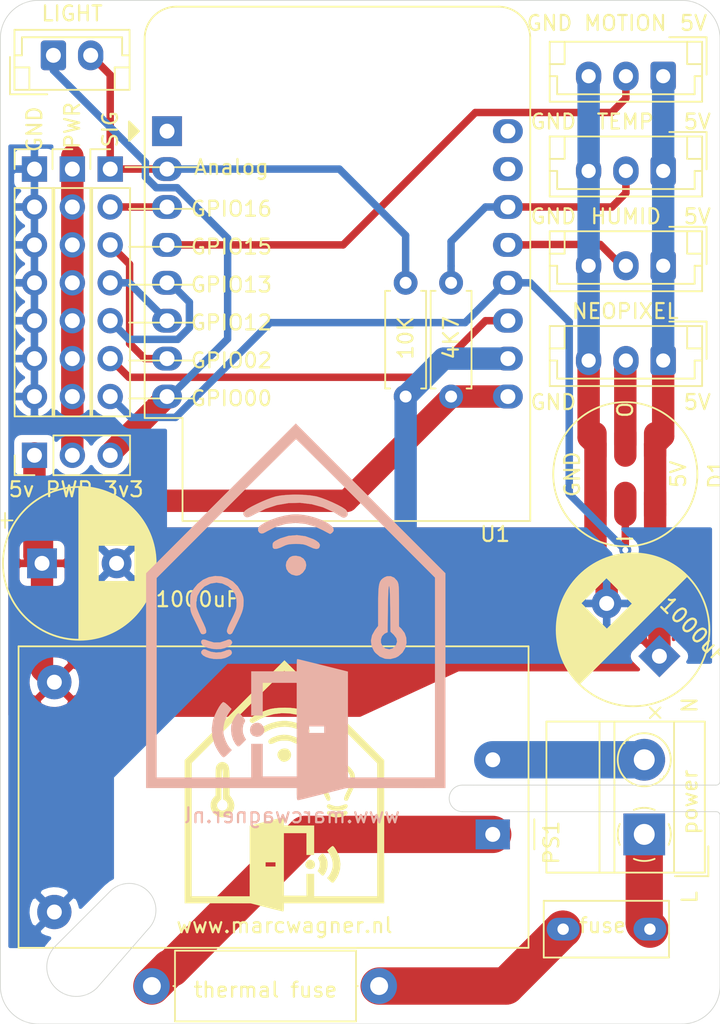
<source format=kicad_pcb>
(kicad_pcb (version 20171130) (host pcbnew 5.1.5+dfsg1-2build2)

  (general
    (thickness 1.6)
    (drawings 47)
    (tracks 109)
    (zones 0)
    (modules 21)
    (nets 23)
  )

  (page A4)
  (layers
    (0 F.Cu signal hide)
    (31 B.Cu signal hide)
    (32 B.Adhes user)
    (33 F.Adhes user)
    (34 B.Paste user)
    (35 F.Paste user)
    (36 B.SilkS user)
    (37 F.SilkS user)
    (38 B.Mask user)
    (39 F.Mask user)
    (40 Dwgs.User user hide)
    (41 Cmts.User user)
    (42 Eco1.User user)
    (43 Eco2.User user)
    (44 Edge.Cuts user)
    (45 Margin user)
    (46 B.CrtYd user)
    (47 F.CrtYd user)
    (48 B.Fab user)
    (49 F.Fab user hide)
  )

  (setup
    (last_trace_width 0.25)
    (user_trace_width 0.25)
    (user_trace_width 0.5)
    (user_trace_width 1.5)
    (user_trace_width 2.5)
    (trace_clearance 0.2)
    (zone_clearance 0.508)
    (zone_45_only no)
    (trace_min 0.2)
    (via_size 0.8)
    (via_drill 0.4)
    (via_min_size 0.4)
    (via_min_drill 0.3)
    (uvia_size 0.3)
    (uvia_drill 0.1)
    (uvias_allowed no)
    (uvia_min_size 0.2)
    (uvia_min_drill 0.1)
    (edge_width 0.05)
    (segment_width 0.2)
    (pcb_text_width 0.3)
    (pcb_text_size 1.5 1.5)
    (mod_edge_width 0.12)
    (mod_text_size 1 1)
    (mod_text_width 0.15)
    (pad_size 1.524 1.524)
    (pad_drill 0.762)
    (pad_to_mask_clearance 0.051)
    (solder_mask_min_width 0.25)
    (aux_axis_origin 0 0)
    (visible_elements FFFFFF7F)
    (pcbplotparams
      (layerselection 0x010fc_ffffffff)
      (usegerberextensions true)
      (usegerberattributes false)
      (usegerberadvancedattributes false)
      (creategerberjobfile false)
      (excludeedgelayer true)
      (linewidth 0.100000)
      (plotframeref false)
      (viasonmask false)
      (mode 1)
      (useauxorigin false)
      (hpglpennumber 1)
      (hpglpenspeed 20)
      (hpglpendiameter 15.000000)
      (psnegative false)
      (psa4output false)
      (plotreference true)
      (plotvalue true)
      (plotinvisibletext false)
      (padsonsilk false)
      (subtractmaskfromsilk false)
      (outputformat 1)
      (mirror false)
      (drillshape 0)
      (scaleselection 1)
      (outputdirectory "gerber_files/"))
  )

  (net 0 "")
  (net 1 +5V)
  (net 2 GND)
  (net 3 "Net-(D1-Pad2)")
  (net 4 /s_neopixel)
  (net 5 "Net-(F1-Pad2)")
  (net 6 "Net-(F1-Pad1)")
  (net 7 /a_light)
  (net 8 /gpio16)
  (net 9 /gpi015)
  (net 10 /gpio13)
  (net 11 /gpio12)
  (net 12 /gpio02)
  (net 13 "Net-(J2-Pad2)")
  (net 14 /pwr_select)
  (net 15 +3V3)
  (net 16 /s_motion)
  (net 17 /s_temperature)
  (net 18 /s_humidity)
  (net 19 "Net-(PS1-Pad1)")
  (net 20 "Net-(U1-Pad1)")
  (net 21 "Net-(U1-Pad15)")
  (net 22 "Net-(U1-Pad16)")

  (net_class Default "This is the default net class."
    (clearance 0.2)
    (trace_width 0.25)
    (via_dia 0.8)
    (via_drill 0.4)
    (uvia_dia 0.3)
    (uvia_drill 0.1)
    (add_net +3V3)
    (add_net +5V)
    (add_net /a_light)
    (add_net /gpi015)
    (add_net /gpio02)
    (add_net /gpio12)
    (add_net /gpio13)
    (add_net /gpio16)
    (add_net /pwr_select)
    (add_net /s_humidity)
    (add_net /s_motion)
    (add_net /s_neopixel)
    (add_net /s_temperature)
    (add_net GND)
    (add_net "Net-(D1-Pad2)")
    (add_net "Net-(F1-Pad1)")
    (add_net "Net-(F1-Pad2)")
    (add_net "Net-(J2-Pad2)")
    (add_net "Net-(PS1-Pad1)")
    (add_net "Net-(U1-Pad1)")
    (add_net "Net-(U1-Pad15)")
    (add_net "Net-(U1-Pad16)")
  )

  (module neopixel_pcb:neopixel_pcb (layer F.Cu) (tedit 5EB53087) (tstamp 5EB496D1)
    (at 95.25 54.61 270)
    (path /5ED616B8)
    (fp_text reference D1 (at 0 -6.096 270) (layer F.SilkS)
      (effects (font (size 1 1) (thickness 0.15)))
    )
    (fp_text value WS2812B (at 0 -8.382 270) (layer F.Fab)
      (effects (font (size 1 1) (thickness 0.15)))
    )
    (fp_circle (center 0 0) (end 4.826 0.254) (layer F.SilkS) (width 0.12))
    (fp_circle (center 0 0) (end 4.826 0.762) (layer F.CrtYd) (width 0.12))
    (fp_text user DIN (at 6.604 0 270) (layer F.Fab)
      (effects (font (size 1 1) (thickness 0.15)))
    )
    (fp_text user DOUT (at -7.112 0 270) (layer F.Fab)
      (effects (font (size 1 1) (thickness 0.15)))
    )
    (fp_text user 5V (at -6.096 -2.286 270) (layer F.Fab)
      (effects (font (size 1 1) (thickness 0.15)))
    )
    (fp_text user 5V (at 6.096 -2.286 270) (layer F.Fab)
      (effects (font (size 1 1) (thickness 0.15)))
    )
    (fp_text user GND (at 6.858 2.286 270) (layer F.Fab)
      (effects (font (size 1 1) (thickness 0.15)))
    )
    (fp_text user GND (at -6.604 2.286 270) (layer F.Fab)
      (effects (font (size 1 1) (thickness 0.15)))
    )
    (fp_text user 5V (at 0 -3.556 270) (layer F.SilkS)
      (effects (font (size 1 1) (thickness 0.15)))
    )
    (fp_text user GND (at 0 3.556 270) (layer F.SilkS)
      (effects (font (size 1 1) (thickness 0.15)))
    )
    (fp_text user I (at 4.318 0 270) (layer F.SilkS)
      (effects (font (size 1 1) (thickness 0.15)))
    )
    (fp_text user O (at -4.318 0 270) (layer F.SilkS)
      (effects (font (size 1 1) (thickness 0.15)))
    )
    (pad 1 smd oval (at -2 -2 270) (size 3 1.5) (layers F.Cu F.Paste F.Mask)
      (net 1 +5V))
    (pad 2 smd oval (at -2 0 270) (size 3 1.5) (layers F.Cu F.Paste F.Mask)
      (net 3 "Net-(D1-Pad2)"))
    (pad 3 smd oval (at -2 2 270) (size 3 1.5) (layers F.Cu F.Paste F.Mask)
      (net 2 GND))
    (pad 1 smd oval (at 2 -2 270) (size 3 1.5) (layers F.Cu F.Paste F.Mask)
      (net 1 +5V))
    (pad 4 smd oval (at 2 0 270) (size 3 1.5) (layers F.Cu F.Paste F.Mask)
      (net 4 /s_neopixel))
    (pad 3 smd oval (at 2 2 270) (size 3 1.5) (layers F.Cu F.Paste F.Mask)
      (net 2 GND))
  )

  (module neopixel_pcb:sensor_logo_small (layer F.Cu) (tedit 0) (tstamp 5EB585C8)
    (at 72.39 75.438)
    (fp_text reference G*** (at 0 0) (layer F.SilkS) hide
      (effects (font (size 1.524 1.524) (thickness 0.3)))
    )
    (fp_text value LOGO (at 0.75 0) (layer F.SilkS) hide
      (effects (font (size 1.524 1.524) (thickness 0.3)))
    )
    (fp_poly (pts (xy 0.378534 -5.175529) (xy 0.686055 -5.145155) (xy 0.889 -5.107425) (xy 1.063432 -5.054784)
      (xy 1.27529 -4.97566) (xy 1.506034 -4.87869) (xy 1.737126 -4.772509) (xy 1.950025 -4.665754)
      (xy 2.126193 -4.567062) (xy 2.247091 -4.48507) (xy 2.27144 -4.463409) (xy 2.338559 -4.380217)
      (xy 2.344396 -4.312092) (xy 2.330019 -4.278817) (xy 2.265451 -4.19811) (xy 2.178355 -4.171122)
      (xy 2.056427 -4.198753) (xy 1.887357 -4.281901) (xy 1.829692 -4.315374) (xy 1.347682 -4.555267)
      (xy 0.843342 -4.719365) (xy 0.3261 -4.807866) (xy -0.194613 -4.820966) (xy -0.709369 -4.758864)
      (xy -1.208737 -4.621757) (xy -1.683289 -4.409842) (xy -1.9685 -4.235817) (xy -2.078212 -4.170034)
      (xy -2.157415 -4.155029) (xy -2.23944 -4.185968) (xy -2.25425 -4.194391) (xy -2.318659 -4.272878)
      (xy -2.318665 -4.378708) (xy -2.257277 -4.487992) (xy -2.211916 -4.530759) (xy -2.072199 -4.622662)
      (xy -1.874231 -4.729015) (xy -1.640792 -4.839717) (xy -1.394662 -4.944667) (xy -1.158618 -5.033764)
      (xy -0.955441 -5.096909) (xy -0.910166 -5.107974) (xy -0.634026 -5.153237) (xy -0.30892 -5.179579)
      (xy 0.037738 -5.187007) (xy 0.378534 -5.175529)) (layer F.SilkS) (width 0.01))
    (fp_poly (pts (xy 0.131559 -4.299826) (xy 0.169334 -4.296714) (xy 0.490534 -4.247853) (xy 0.815619 -4.165416)
      (xy 1.123104 -4.057106) (xy 1.391501 -3.930626) (xy 1.599327 -3.793682) (xy 1.61925 -3.776845)
      (xy 1.684441 -3.676817) (xy 1.684532 -3.568697) (xy 1.621946 -3.482496) (xy 1.594211 -3.466688)
      (xy 1.523524 -3.447716) (xy 1.444636 -3.463917) (xy 1.331766 -3.522207) (xy 1.287294 -3.549015)
      (xy 0.873767 -3.756264) (xy 0.446831 -3.880771) (xy 0.011447 -3.922446) (xy -0.427424 -3.881198)
      (xy -0.864819 -3.756935) (xy -1.215089 -3.595109) (xy -1.357371 -3.51853) (xy -1.468224 -3.460617)
      (xy -1.529178 -3.430958) (xy -1.535081 -3.429) (xy -1.576878 -3.450808) (xy -1.625762 -3.484288)
      (xy -1.692371 -3.569117) (xy -1.685177 -3.66472) (xy -1.61369 -3.766793) (xy -1.48742 -3.871033)
      (xy -1.315876 -3.973135) (xy -1.10857 -4.068795) (xy -0.87501 -4.153709) (xy -0.624707 -4.223573)
      (xy -0.367171 -4.274083) (xy -0.111913 -4.300936) (xy 0.131559 -4.299826)) (layer F.SilkS) (width 0.01))
    (fp_poly (pts (xy 0.320154 -3.346214) (xy 0.683331 -3.235457) (xy 0.790312 -3.185555) (xy 0.924202 -3.113911)
      (xy 0.998388 -3.058353) (xy 1.030248 -2.999944) (xy 1.037163 -2.919747) (xy 1.037167 -2.916585)
      (xy 1.027382 -2.816304) (xy 0.985279 -2.772161) (xy 0.928364 -2.760173) (xy 0.832307 -2.772167)
      (xy 0.697101 -2.816323) (xy 0.589697 -2.864624) (xy 0.457175 -2.925514) (xy 0.335053 -2.961294)
      (xy 0.191467 -2.978368) (xy 0 -2.983118) (xy -0.195446 -2.979648) (xy -0.338865 -2.963294)
      (xy -0.462638 -2.927816) (xy -0.596886 -2.868083) (xy -0.785372 -2.78647) (xy -0.918862 -2.756916)
      (xy -1.008526 -2.778651) (xy -1.058333 -2.836333) (xy -1.080767 -2.937903) (xy -1.0314 -3.034477)
      (xy -0.9056 -3.132197) (xy -0.787086 -3.196103) (xy -0.427262 -3.326618) (xy -0.054112 -3.376628)
      (xy 0.320154 -3.346214)) (layer F.SilkS) (width 0.01))
    (fp_poly (pts (xy 0.150582 -2.442208) (xy 0.254079 -2.394542) (xy 0.309042 -2.346413) (xy 0.414389 -2.191075)
      (xy 0.44729 -2.024108) (xy 0.415186 -1.861929) (xy 0.325516 -1.720956) (xy 0.185722 -1.617608)
      (xy 0.003242 -1.568303) (xy -0.044464 -1.566333) (xy -0.170317 -1.594809) (xy -0.29915 -1.688326)
      (xy -0.321733 -1.710266) (xy -0.432235 -1.869143) (xy -0.468075 -2.035029) (xy -0.436153 -2.192208)
      (xy -0.343365 -2.32496) (xy -0.196608 -2.417567) (xy -0.002782 -2.454311) (xy 0.004811 -2.454392)
      (xy 0.150582 -2.442208)) (layer F.SilkS) (width 0.01))
    (fp_poly (pts (xy 3.888121 -1.499811) (xy 4.15279 -1.379341) (xy 4.392641 -1.188998) (xy 4.551124 -0.997144)
      (xy 4.630596 -0.878569) (xy 4.680194 -0.786161) (xy 4.706957 -0.693432) (xy 4.71793 -0.573895)
      (xy 4.720153 -0.40106) (xy 4.720167 -0.36129) (xy 4.718491 -0.183281) (xy 4.708872 -0.05106)
      (xy 4.684421 0.062724) (xy 4.638252 0.185422) (xy 4.563476 0.344385) (xy 4.520635 0.431056)
      (xy 4.432594 0.610934) (xy 4.355009 0.774031) (xy 4.298262 0.898283) (xy 4.27715 0.948599)
      (xy 4.223011 1.034721) (xy 4.143611 1.050871) (xy 4.142339 1.050686) (xy 4.055038 1.02604)
      (xy 4.008522 0.97703) (xy 4.003489 0.893085) (xy 4.040637 0.763628) (xy 4.120663 0.578087)
      (xy 4.181911 0.450935) (xy 4.273877 0.256076) (xy 4.354268 0.071064) (xy 4.413405 -0.080942)
      (xy 4.439288 -0.164888) (xy 4.454552 -0.415849) (xy 4.39618 -0.664894) (xy 4.272878 -0.890397)
      (xy 4.093353 -1.070735) (xy 4.067182 -1.089166) (xy 3.812366 -1.214498) (xy 3.548612 -1.25708)
      (xy 3.284817 -1.216926) (xy 3.029876 -1.094047) (xy 3.02036 -1.087663) (xy 2.830568 -0.923469)
      (xy 2.710697 -0.729246) (xy 2.653375 -0.490254) (xy 2.645834 -0.338666) (xy 2.649399 -0.211804)
      (xy 2.664636 -0.102388) (xy 2.69836 0.011351) (xy 2.757382 0.151181) (xy 2.848518 0.338869)
      (xy 2.873441 0.388522) (xy 2.977913 0.603742) (xy 3.043295 0.759309) (xy 3.074182 0.868097)
      (xy 3.075172 0.942978) (xy 3.073718 0.949438) (xy 3.020749 1.034308) (xy 2.938757 1.058928)
      (xy 2.85846 1.015598) (xy 2.850361 1.005417) (xy 2.818143 0.948456) (xy 2.758304 0.831442)
      (xy 2.679153 0.670988) (xy 2.589 0.483703) (xy 2.581509 0.46795) (xy 2.479018 0.245579)
      (xy 2.409983 0.075625) (xy 2.367376 -0.063857) (xy 2.344174 -0.194814) (xy 2.335238 -0.301379)
      (xy 2.332142 -0.482029) (xy 2.352125 -0.621642) (xy 2.40261 -0.762386) (xy 2.425061 -0.811662)
      (xy 2.59634 -1.089293) (xy 2.812029 -1.30309) (xy 3.060589 -1.452047) (xy 3.330483 -1.535157)
      (xy 3.610173 -1.551414) (xy 3.888121 -1.499811)) (layer F.SilkS) (width 0.01))
    (fp_poly (pts (xy 3.037139 1.29345) (xy 3.121009 1.329509) (xy 3.391484 1.417138) (xy 3.658023 1.420196)
      (xy 3.885223 1.354693) (xy 4.054746 1.295145) (xy 4.164922 1.290319) (xy 4.221865 1.341242)
      (xy 4.233334 1.413062) (xy 4.194115 1.508295) (xy 4.088034 1.590699) (xy 3.932452 1.656085)
      (xy 3.744732 1.700265) (xy 3.542235 1.71905) (xy 3.342323 1.708252) (xy 3.175 1.668369)
      (xy 2.985127 1.583783) (xy 2.873054 1.495682) (xy 2.840935 1.406885) (xy 2.890922 1.320213)
      (xy 2.901867 1.310646) (xy 2.960319 1.281233) (xy 3.037139 1.29345)) (layer F.SilkS) (width 0.01))
    (fp_poly (pts (xy 4.168978 1.750973) (xy 4.23064 1.829964) (xy 4.219147 1.913422) (xy 4.145243 1.994434)
      (xy 4.01967 2.066087) (xy 3.853172 2.12147) (xy 3.656492 2.15367) (xy 3.534834 2.159)
      (xy 3.326584 2.148861) (xy 3.164883 2.113736) (xy 3.046387 2.06375) (xy 2.926069 1.992659)
      (xy 2.869242 1.926082) (xy 2.8575 1.862667) (xy 2.888384 1.774122) (xy 2.973858 1.741531)
      (xy 3.103154 1.767027) (xy 3.17588 1.799622) (xy 3.355391 1.854822) (xy 3.570838 1.866327)
      (xy 3.786123 1.834938) (xy 3.9273 1.782949) (xy 4.041466 1.732085) (xy 4.114457 1.724353)
      (xy 4.168978 1.750973)) (layer F.SilkS) (width 0.01))
    (fp_poly (pts (xy -4.073221 -1.538104) (xy -3.971923 -1.49656) (xy -3.883661 -1.439335) (xy -3.815324 -1.374675)
      (xy -3.764402 -1.291497) (xy -3.728381 -1.178723) (xy -3.704749 -1.025272) (xy -3.690994 -0.820065)
      (xy -3.684604 -0.55202) (xy -3.683066 -0.222616) (xy -3.683 0.676601) (xy -3.538908 0.865371)
      (xy -3.409643 1.096069) (xy -3.35958 1.337155) (xy -3.388484 1.576109) (xy -3.496119 1.800414)
      (xy -3.558039 1.879688) (xy -3.757381 2.048889) (xy -3.98423 2.142547) (xy -4.225266 2.158698)
      (xy -4.467171 2.095376) (xy -4.587186 2.031469) (xy -4.770291 1.870215) (xy -4.891428 1.668692)
      (xy -4.948771 1.444101) (xy -4.946536 1.381882) (xy -4.529634 1.381882) (xy -4.477193 1.536296)
      (xy -4.461637 1.559954) (xy -4.333134 1.682383) (xy -4.179304 1.725036) (xy -4.007875 1.686085)
      (xy -3.981821 1.673453) (xy -3.867517 1.572399) (xy -3.809012 1.432854) (xy -3.805724 1.279334)
      (xy -3.857071 1.136355) (xy -3.962472 1.028432) (xy -3.997575 1.00963) (xy -4.104882 0.960738)
      (xy -4.116191 -0.070007) (xy -4.12163 -0.410175) (xy -4.129664 -0.689776) (xy -4.14 -0.903116)
      (xy -4.152345 -1.044497) (xy -4.166404 -1.108223) (xy -4.169833 -1.111293) (xy -4.184734 -1.073493)
      (xy -4.197674 -0.954555) (xy -4.208468 -0.75799) (xy -4.21693 -0.487308) (xy -4.222877 -0.146019)
      (xy -4.223511 -0.09169) (xy -4.234855 0.938454) (xy -4.382261 1.077476) (xy -4.497864 1.22818)
      (xy -4.529634 1.381882) (xy -4.946536 1.381882) (xy -4.940491 1.213646) (xy -4.864761 0.994529)
      (xy -4.719755 0.803953) (xy -4.717781 0.802093) (xy -4.614333 0.704908) (xy -4.614333 -0.245799)
      (xy -4.613871 -0.555826) (xy -4.611844 -0.793146) (xy -4.607293 -0.969717) (xy -4.599261 -1.097496)
      (xy -4.586787 -1.18844) (xy -4.568913 -1.254508) (xy -4.544679 -1.307657) (xy -4.526718 -1.33827)
      (xy -4.400514 -1.474417) (xy -4.242799 -1.542897) (xy -4.073221 -1.538104)) (layer F.SilkS) (width 0.01))
    (fp_poly (pts (xy 1.825211 5.017571) (xy 1.944993 5.080892) (xy 2.020392 5.192308) (xy 2.04767 5.326725)
      (xy 2.023089 5.459048) (xy 1.942909 5.564183) (xy 1.90981 5.585426) (xy 1.751354 5.631208)
      (xy 1.60039 5.606486) (xy 1.484739 5.518791) (xy 1.414636 5.407584) (xy 1.404613 5.306889)
      (xy 1.452172 5.180989) (xy 1.460036 5.165565) (xy 1.555275 5.049091) (xy 1.688151 5.004503)
      (xy 1.825211 5.017571)) (layer F.SilkS) (width 0.01))
    (fp_poly (pts (xy 2.625318 4.621896) (xy 2.699415 4.716725) (xy 2.76522 4.822234) (xy 2.845899 4.985786)
      (xy 2.88469 5.133768) (xy 2.894542 5.311055) (xy 2.868966 5.546885) (xy 2.799153 5.771083)
      (xy 2.69547 5.955448) (xy 2.631561 6.026261) (xy 2.583745 6.060534) (xy 2.537581 6.056856)
      (xy 2.472145 6.006484) (xy 2.39087 5.92568) (xy 2.225816 5.75665) (xy 2.304839 5.622875)
      (xy 2.363771 5.460528) (xy 2.37832 5.272786) (xy 2.348244 5.097023) (xy 2.308823 5.013086)
      (xy 2.271198 4.946508) (xy 2.269524 4.891326) (xy 2.310342 4.819777) (xy 2.373742 4.737451)
      (xy 2.462228 4.642647) (xy 2.540434 4.587129) (xy 2.572002 4.580485) (xy 2.625318 4.621896)) (layer F.SilkS) (width 0.01))
    (fp_poly (pts (xy 3.259281 4.084928) (xy 3.338996 4.163834) (xy 3.433293 4.301268) (xy 3.530385 4.475304)
      (xy 3.618483 4.664014) (xy 3.685802 4.84547) (xy 3.705003 4.914081) (xy 3.756505 5.271878)
      (xy 3.729903 5.621654) (xy 3.638244 5.94459) (xy 3.570092 6.096725) (xy 3.481507 6.25434)
      (xy 3.386497 6.396361) (xy 3.299071 6.501713) (xy 3.236997 6.548261) (xy 3.185696 6.52825)
      (xy 3.099485 6.461501) (xy 3.02794 6.393467) (xy 2.86272 6.224266) (xy 2.953292 6.127856)
      (xy 3.05188 5.987664) (xy 3.143324 5.796556) (xy 3.213096 5.587958) (xy 3.237688 5.473495)
      (xy 3.242005 5.223249) (xy 3.185559 4.953803) (xy 3.076001 4.695838) (xy 3.021475 4.60637)
      (xy 2.874076 4.387336) (xy 3.041093 4.22032) (xy 3.152246 4.123505) (xy 3.233416 4.081939)
      (xy 3.259281 4.084928)) (layer F.SilkS) (width 0.01))
    (fp_poly (pts (xy 3.344334 -5.0165) (xy 6.688667 -1.672367) (xy 6.688667 7.916334) (xy -0.042333 7.916334)
      (xy -0.042333 8.1915) (xy -0.04841 8.35517) (xy -0.067661 8.442842) (xy -0.09525 8.4635)
      (xy -0.149187 8.452496) (xy -0.273569 8.423159) (xy -0.456865 8.378337) (xy -0.687544 8.320874)
      (xy -0.954076 8.253615) (xy -1.2065 8.189258) (xy -2.264833 7.918182) (xy -4.47675 7.917258)
      (xy -6.688666 7.916334) (xy -6.688666 -1.479679) (xy -6.223 -1.479679) (xy -6.223 7.450667)
      (xy -2.328333 7.450667) (xy -2.328333 5.164667) (xy -1.27 5.164667) (xy -1.27 5.461)
      (xy -0.592666 5.461) (xy -0.592666 5.164667) (xy -1.27 5.164667) (xy -2.328333 5.164667)
      (xy -2.328333 2.719884) (xy -1.207063 2.439442) (xy -0.91187 2.365802) (xy -0.644197 2.299394)
      (xy -0.414837 2.242865) (xy -0.234581 2.198864) (xy -0.114223 2.170038) (xy -0.064553 2.159036)
      (xy -0.064063 2.159) (xy -0.052996 2.197623) (xy -0.045169 2.298674) (xy -0.042333 2.434167)
      (xy -0.042333 2.709334) (xy 1.989667 2.709334) (xy 1.989667 4.677834) (xy 1.481667 4.677834)
      (xy 1.481667 3.217334) (xy -0.042333 3.217334) (xy -0.042333 7.408334) (xy 1.481667 7.408334)
      (xy 1.481667 5.947834) (xy 1.989667 5.947834) (xy 1.989667 7.450667) (xy 6.223 7.450667)
      (xy 6.223 -1.460285) (xy 3.122191 -4.561309) (xy 2.696329 -4.986908) (xy 2.287166 -5.395242)
      (xy 1.898688 -5.782369) (xy 1.534878 -6.144343) (xy 1.199719 -6.477222) (xy 0.897194 -6.777059)
      (xy 0.631289 -7.039911) (xy 0.405985 -7.261834) (xy 0.225267 -7.438884) (xy 0.093117 -7.567116)
      (xy 0.013521 -7.642586) (xy -0.009735 -7.662333) (xy -0.043321 -7.633023) (xy -0.132715 -7.547725)
      (xy -0.273928 -7.41039) (xy -0.46297 -7.224969) (xy -0.695852 -6.995412) (xy -0.968582 -6.72567)
      (xy -1.277172 -6.419694) (xy -1.61763 -6.081432) (xy -1.985968 -5.714837) (xy -2.378196 -5.323859)
      (xy -2.790322 -4.912448) (xy -3.131926 -4.571006) (xy -6.223 -1.479679) (xy -6.688666 -1.479679)
      (xy -6.688666 -1.672367) (xy -3.344333 -5.0165) (xy 0 -8.360632) (xy 3.344334 -5.0165)) (layer F.SilkS) (width 0.01))
  )

  (module neopixel_pcb:sensor_logo_large (layer B.Cu) (tedit 0) (tstamp 5EB58562)
    (at 73.152 63.754 180)
    (fp_text reference G*** (at 0 0) (layer B.SilkS) hide
      (effects (font (size 1.524 1.524) (thickness 0.3)) (justify mirror))
    )
    (fp_text value LOGO (at 0.75 0) (layer B.SilkS) hide
      (effects (font (size 1.524 1.524) (thickness 0.3)) (justify mirror))
    )
    (fp_poly (pts (xy 0.5678 7.763294) (xy 1.029081 7.717733) (xy 1.3335 7.661138) (xy 1.595148 7.582177)
      (xy 1.912934 7.463491) (xy 2.259051 7.318035) (xy 2.605688 7.158764) (xy 2.925037 6.998632)
      (xy 3.189289 6.850594) (xy 3.370636 6.727606) (xy 3.407159 6.695114) (xy 3.507838 6.570326)
      (xy 3.516593 6.468139) (xy 3.495028 6.418226) (xy 3.398175 6.297165) (xy 3.267532 6.256683)
      (xy 3.084639 6.29813) (xy 2.831035 6.422852) (xy 2.744538 6.473062) (xy 2.021523 6.832901)
      (xy 1.265012 7.079048) (xy 0.48915 7.211799) (xy -0.29192 7.23145) (xy -1.064054 7.138297)
      (xy -1.813107 6.932636) (xy -2.524935 6.614764) (xy -2.95275 6.353726) (xy -3.117319 6.255052)
      (xy -3.236123 6.232544) (xy -3.359161 6.278953) (xy -3.381375 6.291587) (xy -3.477989 6.409318)
      (xy -3.477999 6.568063) (xy -3.385916 6.731989) (xy -3.317875 6.796139) (xy -3.108299 6.933994)
      (xy -2.811347 7.093524) (xy -2.461189 7.259576) (xy -2.091993 7.417001) (xy -1.737928 7.550647)
      (xy -1.433162 7.645364) (xy -1.36525 7.661962) (xy -0.951039 7.729857) (xy -0.463381 7.769369)
      (xy 0.056606 7.780511) (xy 0.5678 7.763294)) (layer B.SilkS) (width 0.01))
    (fp_poly (pts (xy 0.197338 6.449739) (xy 0.254 6.445072) (xy 0.7358 6.37178) (xy 1.223428 6.248124)
      (xy 1.684655 6.085659) (xy 2.087251 5.89594) (xy 2.398989 5.690524) (xy 2.428875 5.665269)
      (xy 2.52666 5.515226) (xy 2.526797 5.353046) (xy 2.432918 5.223745) (xy 2.391315 5.200033)
      (xy 2.285286 5.171574) (xy 2.166953 5.195876) (xy 1.997648 5.283312) (xy 1.93094 5.323524)
      (xy 1.31065 5.634396) (xy 0.670246 5.821157) (xy 0.017169 5.88367) (xy -0.641136 5.821798)
      (xy -1.297229 5.635403) (xy -1.822634 5.392664) (xy -2.036057 5.277796) (xy -2.202337 5.190927)
      (xy -2.293768 5.146438) (xy -2.302623 5.1435) (xy -2.365318 5.176213) (xy -2.438644 5.226433)
      (xy -2.538558 5.353676) (xy -2.527767 5.497081) (xy -2.420536 5.650191) (xy -2.23113 5.80655)
      (xy -1.973815 5.959703) (xy -1.662855 6.103193) (xy -1.312516 6.230564) (xy -0.937062 6.335361)
      (xy -0.550758 6.411126) (xy -0.16787 6.451404) (xy 0.197338 6.449739)) (layer B.SilkS) (width 0.01))
    (fp_poly (pts (xy 0.480231 5.019321) (xy 1.024996 4.853187) (xy 1.185467 4.778333) (xy 1.386303 4.670868)
      (xy 1.497581 4.587531) (xy 1.545372 4.499916) (xy 1.555744 4.379621) (xy 1.55575 4.374878)
      (xy 1.541073 4.224456) (xy 1.477917 4.158242) (xy 1.392545 4.14026) (xy 1.248459 4.158251)
      (xy 1.04565 4.224485) (xy 0.884545 4.296937) (xy 0.685762 4.388272) (xy 0.502579 4.441942)
      (xy 0.2872 4.467552) (xy 0 4.474678) (xy -0.293169 4.469473) (xy -0.508298 4.444942)
      (xy -0.693957 4.391725) (xy -0.89533 4.302125) (xy -1.178058 4.179706) (xy -1.378293 4.135375)
      (xy -1.512789 4.167978) (xy -1.5875 4.2545) (xy -1.621151 4.406855) (xy -1.5471 4.551716)
      (xy -1.358401 4.698296) (xy -1.18063 4.794155) (xy -0.640893 4.989928) (xy -0.081169 5.064943)
      (xy 0.480231 5.019321)) (layer B.SilkS) (width 0.01))
    (fp_poly (pts (xy 0.225872 3.663313) (xy 0.381118 3.591814) (xy 0.463562 3.51962) (xy 0.621582 3.286614)
      (xy 0.670934 3.036162) (xy 0.622778 2.792894) (xy 0.488274 2.581435) (xy 0.278582 2.426413)
      (xy 0.004863 2.352455) (xy -0.066697 2.3495) (xy -0.255477 2.392214) (xy -0.448726 2.53249)
      (xy -0.4826 2.5654) (xy -0.648353 2.803715) (xy -0.702114 3.052545) (xy -0.65423 3.288313)
      (xy -0.515048 3.487441) (xy -0.294913 3.626351) (xy -0.004174 3.681467) (xy 0.007215 3.681589)
      (xy 0.225872 3.663313)) (layer B.SilkS) (width 0.01))
    (fp_poly (pts (xy 5.832181 2.249717) (xy 6.229184 2.069012) (xy 6.588961 1.783497) (xy 6.826685 1.495716)
      (xy 6.945894 1.317854) (xy 7.02029 1.179242) (xy 7.060435 1.040149) (xy 7.076894 0.860843)
      (xy 7.080228 0.601591) (xy 7.08025 0.541936) (xy 7.077736 0.274922) (xy 7.063307 0.076591)
      (xy 7.026631 -0.094085) (xy 6.957377 -0.278132) (xy 6.845213 -0.516577) (xy 6.780952 -0.646584)
      (xy 6.64889 -0.9164) (xy 6.532513 -1.161045) (xy 6.447393 -1.347424) (xy 6.415724 -1.422897)
      (xy 6.334516 -1.55208) (xy 6.215416 -1.576306) (xy 6.213507 -1.576028) (xy 6.082556 -1.539059)
      (xy 6.012782 -1.465545) (xy 6.005233 -1.339626) (xy 6.060955 -1.145441) (xy 6.180994 -0.86713)
      (xy 6.272866 -0.676402) (xy 6.410815 -0.384113) (xy 6.531401 -0.106596) (xy 6.620107 0.121414)
      (xy 6.658931 0.247332) (xy 6.681827 0.623775) (xy 6.594269 0.997341) (xy 6.409317 1.335596)
      (xy 6.140028 1.606103) (xy 6.100772 1.633749) (xy 5.718548 1.821748) (xy 5.322917 1.885621)
      (xy 4.927224 1.825389) (xy 4.544813 1.641071) (xy 4.53054 1.631496) (xy 4.245851 1.385204)
      (xy 4.066044 1.09387) (xy 3.980061 0.735382) (xy 3.96875 0.508) (xy 3.974097 0.317707)
      (xy 3.996953 0.153582) (xy 4.047539 -0.017026) (xy 4.136073 -0.22677) (xy 4.272776 -0.508303)
      (xy 4.310161 -0.582782) (xy 4.466869 -0.905612) (xy 4.564942 -1.138963) (xy 4.611273 -1.302145)
      (xy 4.612757 -1.414466) (xy 4.610576 -1.424157) (xy 4.531123 -1.551462) (xy 4.408135 -1.588391)
      (xy 4.28769 -1.523397) (xy 4.275541 -1.508125) (xy 4.227214 -1.422683) (xy 4.137455 -1.247163)
      (xy 4.018728 -1.006481) (xy 3.883499 -0.725554) (xy 3.872263 -0.701924) (xy 3.718527 -0.368367)
      (xy 3.614973 -0.113437) (xy 3.551063 0.095787) (xy 3.51626 0.292221) (xy 3.502857 0.452069)
      (xy 3.498213 0.723044) (xy 3.528187 0.932463) (xy 3.603914 1.14358) (xy 3.63759 1.217494)
      (xy 3.89451 1.63394) (xy 4.218043 1.954636) (xy 4.590883 2.178072) (xy 4.995724 2.302737)
      (xy 5.415259 2.327122) (xy 5.832181 2.249717)) (layer B.SilkS) (width 0.01))
    (fp_poly (pts (xy 4.555708 -1.940175) (xy 4.681513 -1.994263) (xy 5.087225 -2.125706) (xy 5.487034 -2.130293)
      (xy 5.827834 -2.032039) (xy 6.082118 -1.942716) (xy 6.247383 -1.935478) (xy 6.332797 -2.011863)
      (xy 6.35 -2.119592) (xy 6.291172 -2.262442) (xy 6.13205 -2.386048) (xy 5.898677 -2.484127)
      (xy 5.617097 -2.550396) (xy 5.313352 -2.578574) (xy 5.013484 -2.562377) (xy 4.7625 -2.502553)
      (xy 4.47769 -2.375673) (xy 4.309581 -2.243522) (xy 4.261402 -2.110327) (xy 4.336382 -1.980319)
      (xy 4.3528 -1.965968) (xy 4.440478 -1.921849) (xy 4.555708 -1.940175)) (layer B.SilkS) (width 0.01))
    (fp_poly (pts (xy 6.253466 -2.626459) (xy 6.345959 -2.744945) (xy 6.32872 -2.870132) (xy 6.217863 -2.99165)
      (xy 6.029504 -3.09913) (xy 5.779757 -3.182205) (xy 5.484737 -3.230504) (xy 5.30225 -3.2385)
      (xy 4.989875 -3.22329) (xy 4.747324 -3.170604) (xy 4.569579 -3.095625) (xy 4.389103 -2.988988)
      (xy 4.303862 -2.889122) (xy 4.28625 -2.794) (xy 4.332576 -2.661182) (xy 4.460786 -2.612296)
      (xy 4.65473 -2.65054) (xy 4.763819 -2.699432) (xy 5.033086 -2.782233) (xy 5.356256 -2.79949)
      (xy 5.679184 -2.752406) (xy 5.89095 -2.674422) (xy 6.062198 -2.598127) (xy 6.171684 -2.586529)
      (xy 6.253466 -2.626459)) (layer B.SilkS) (width 0.01))
    (fp_poly (pts (xy -6.109833 2.307157) (xy -5.957885 2.244841) (xy -5.825492 2.159004) (xy -5.722987 2.062013)
      (xy -5.646603 1.937246) (xy -5.592572 1.768085) (xy -5.557124 1.537909) (xy -5.536492 1.230098)
      (xy -5.526907 0.828031) (xy -5.524599 0.333925) (xy -5.5245 -1.014901) (xy -5.308363 -1.298056)
      (xy -5.114465 -1.644103) (xy -5.039371 -2.005731) (xy -5.082727 -2.364163) (xy -5.244179 -2.70062)
      (xy -5.337059 -2.819531) (xy -5.636073 -3.073333) (xy -5.976346 -3.21382) (xy -6.3379 -3.238046)
      (xy -6.700758 -3.143063) (xy -6.88078 -3.047203) (xy -7.155437 -2.805322) (xy -7.337143 -2.503037)
      (xy -7.423157 -2.16615) (xy -7.419804 -2.072823) (xy -6.794451 -2.072823) (xy -6.71579 -2.304443)
      (xy -6.692456 -2.33993) (xy -6.499701 -2.523573) (xy -6.268956 -2.587553) (xy -6.011814 -2.529126)
      (xy -5.972732 -2.510179) (xy -5.801276 -2.358598) (xy -5.713518 -2.149281) (xy -5.708586 -1.919001)
      (xy -5.785608 -1.704531) (xy -5.943709 -1.542647) (xy -5.996363 -1.514445) (xy -6.157324 -1.441106)
      (xy -6.174287 0.105012) (xy -6.182446 0.615263) (xy -6.194497 1.034665) (xy -6.210001 1.354675)
      (xy -6.228518 1.566746) (xy -6.249607 1.662335) (xy -6.25475 1.66694) (xy -6.277102 1.61024)
      (xy -6.296512 1.431834) (xy -6.312702 1.136986) (xy -6.325396 0.730962) (xy -6.334316 0.219029)
      (xy -6.335267 0.137535) (xy -6.352283 -1.40768) (xy -6.573392 -1.616213) (xy -6.746797 -1.842269)
      (xy -6.794451 -2.072823) (xy -7.419804 -2.072823) (xy -7.410737 -1.820468) (xy -7.297143 -1.491792)
      (xy -7.079633 -1.205929) (xy -7.076673 -1.203138) (xy -6.921501 -1.057362) (xy -6.921501 0.368699)
      (xy -6.920807 0.83374) (xy -6.917766 1.18972) (xy -6.910941 1.454576) (xy -6.898892 1.646244)
      (xy -6.880181 1.782661) (xy -6.85337 1.881763) (xy -6.81702 1.961487) (xy -6.790078 2.007406)
      (xy -6.600772 2.211627) (xy -6.364199 2.314346) (xy -6.109833 2.307157)) (layer B.SilkS) (width 0.01))
    (fp_poly (pts (xy 2.737815 -7.526356) (xy 2.917488 -7.621338) (xy 3.030587 -7.788462) (xy 3.071505 -7.990086)
      (xy 3.034633 -8.188571) (xy 2.914363 -8.346274) (xy 2.864714 -8.378139) (xy 2.62703 -8.446812)
      (xy 2.400584 -8.409729) (xy 2.227108 -8.278186) (xy 2.121954 -8.111375) (xy 2.106919 -7.960333)
      (xy 2.178257 -7.771482) (xy 2.190053 -7.748346) (xy 2.332912 -7.573635) (xy 2.532225 -7.506754)
      (xy 2.737815 -7.526356)) (layer B.SilkS) (width 0.01))
    (fp_poly (pts (xy 3.937977 -6.932843) (xy 4.049121 -7.075087) (xy 4.147829 -7.23335) (xy 4.268848 -7.478679)
      (xy 4.327035 -7.700651) (xy 4.341812 -7.966582) (xy 4.303449 -8.320326) (xy 4.198728 -8.656623)
      (xy 4.043205 -8.933171) (xy 3.94734 -9.039391) (xy 3.875617 -9.0908) (xy 3.806371 -9.085284)
      (xy 3.708216 -9.009726) (xy 3.586305 -8.88852) (xy 3.338723 -8.634974) (xy 3.457257 -8.434311)
      (xy 3.545655 -8.190791) (xy 3.56748 -7.909178) (xy 3.522365 -7.645534) (xy 3.463233 -7.519628)
      (xy 3.406796 -7.419761) (xy 3.404286 -7.336988) (xy 3.465513 -7.229665) (xy 3.560612 -7.106176)
      (xy 3.693341 -6.96397) (xy 3.810651 -6.880693) (xy 3.858002 -6.870726) (xy 3.937977 -6.932843)) (layer B.SilkS) (width 0.01))
    (fp_poly (pts (xy 4.888921 -6.127392) (xy 5.008494 -6.24575) (xy 5.149939 -6.451902) (xy 5.295576 -6.712955)
      (xy 5.427724 -6.99602) (xy 5.528702 -7.268205) (xy 5.557504 -7.37112) (xy 5.634756 -7.907817)
      (xy 5.594854 -8.43248) (xy 5.457366 -8.916885) (xy 5.355137 -9.145087) (xy 5.222259 -9.381509)
      (xy 5.079745 -9.59454) (xy 4.948606 -9.752568) (xy 4.855495 -9.822391) (xy 4.778543 -9.792374)
      (xy 4.649227 -9.692251) (xy 4.54191 -9.5902) (xy 4.294079 -9.336398) (xy 4.429937 -9.191783)
      (xy 4.57782 -8.981496) (xy 4.714986 -8.694833) (xy 4.819643 -8.381936) (xy 4.856531 -8.210241)
      (xy 4.863006 -7.834873) (xy 4.778338 -7.430704) (xy 4.614001 -7.043756) (xy 4.532211 -6.909555)
      (xy 4.311113 -6.581004) (xy 4.561638 -6.330479) (xy 4.728369 -6.185256) (xy 4.850123 -6.122908)
      (xy 4.888921 -6.127392)) (layer B.SilkS) (width 0.01))
    (fp_poly (pts (xy 5.0165 7.52475) (xy 10.033 2.508552) (xy 10.033 -11.8745) (xy -0.0635 -11.8745)
      (xy -0.0635 -12.28725) (xy -0.072616 -12.532755) (xy -0.101492 -12.664262) (xy -0.142875 -12.695249)
      (xy -0.223781 -12.678743) (xy -0.410354 -12.634738) (xy -0.685298 -12.567504) (xy -1.031317 -12.48131)
      (xy -1.431115 -12.380422) (xy -1.80975 -12.283886) (xy -3.39725 -11.877273) (xy -6.715125 -11.875886)
      (xy -10.033 -11.8745) (xy -10.033 2.219519) (xy -9.3345 2.219519) (xy -9.3345 -11.176)
      (xy -3.4925 -11.176) (xy -3.4925 -7.747) (xy -1.905 -7.747) (xy -1.905 -8.1915)
      (xy -0.889 -8.1915) (xy -0.889 -7.747) (xy -1.905 -7.747) (xy -3.4925 -7.747)
      (xy -3.4925 -7.627912) (xy -3.492501 -4.079825) (xy -1.810596 -3.659162) (xy -1.367805 -3.548702)
      (xy -0.966296 -3.44909) (xy -0.622256 -3.364297) (xy -0.351872 -3.298295) (xy -0.171335 -3.255057)
      (xy -0.09683 -3.238553) (xy -0.096096 -3.2385) (xy -0.079494 -3.296433) (xy -0.067754 -3.44801)
      (xy -0.0635 -3.65125) (xy -0.0635 -4.064) (xy 2.9845 -4.064) (xy 2.9845 -7.01675)
      (xy 2.2225 -7.01675) (xy 2.2225 -4.826) (xy -0.0635 -4.826) (xy -0.0635 -11.1125)
      (xy 2.2225 -11.1125) (xy 2.2225 -8.92175) (xy 2.9845 -8.92175) (xy 2.9845 -11.176)
      (xy 9.3345 -11.176) (xy 9.3345 -4.492785) (xy 9.334499 2.190429) (xy 4.683286 6.841965)
      (xy 4.044492 7.480362) (xy 3.430749 8.092864) (xy 2.848031 8.673554) (xy 2.302316 9.216516)
      (xy 1.799577 9.715833) (xy 1.345791 10.165589) (xy 0.946932 10.559868) (xy 0.608976 10.892752)
      (xy 0.337899 11.158327) (xy 0.139675 11.350674) (xy 0.020281 11.463879) (xy -0.014603 11.493501)
      (xy -0.064982 11.449535) (xy -0.199073 11.321588) (xy -0.410893 11.115586) (xy -0.694456 10.837455)
      (xy -1.043778 10.493119) (xy -1.452874 10.088506) (xy -1.915758 9.629541) (xy -2.426446 9.122149)
      (xy -2.978953 8.572257) (xy -3.567294 7.98579) (xy -4.185484 7.368673) (xy -4.69789 6.85651)
      (xy -9.3345 2.219519) (xy -10.033 2.219519) (xy -10.033 2.508552) (xy -5.0165 7.52475)
      (xy 0 12.540949) (xy 5.0165 7.52475)) (layer B.SilkS) (width 0.01))
  )

  (module Capacitor_THT:CP_Radial_D10.0mm_P5.00mm (layer F.Cu) (tedit 5AE50EF1) (tstamp 5EB49B1E)
    (at 56.134 60.579)
    (descr "CP, Radial series, Radial, pin pitch=5.00mm, , diameter=10mm, Electrolytic Capacitor")
    (tags "CP Radial series Radial pin pitch 5.00mm  diameter 10mm Electrolytic Capacitor")
    (path /5EDB969A)
    (fp_text reference 1000uF (at 10.414 2.413) (layer F.SilkS)
      (effects (font (size 1 1) (thickness 0.15)))
    )
    (fp_text value 1000uF (at 2.5 6.25) (layer F.Fab)
      (effects (font (size 1 1) (thickness 0.15)))
    )
    (fp_circle (center 2.5 0) (end 7.5 0) (layer F.Fab) (width 0.1))
    (fp_circle (center 2.5 0) (end 7.62 0) (layer F.SilkS) (width 0.12))
    (fp_circle (center 2.5 0) (end 7.75 0) (layer F.CrtYd) (width 0.05))
    (fp_line (start -1.788861 -2.1875) (end -0.788861 -2.1875) (layer F.Fab) (width 0.1))
    (fp_line (start -1.288861 -2.6875) (end -1.288861 -1.6875) (layer F.Fab) (width 0.1))
    (fp_line (start 2.5 -5.08) (end 2.5 5.08) (layer F.SilkS) (width 0.12))
    (fp_line (start 2.54 -5.08) (end 2.54 5.08) (layer F.SilkS) (width 0.12))
    (fp_line (start 2.58 -5.08) (end 2.58 5.08) (layer F.SilkS) (width 0.12))
    (fp_line (start 2.62 -5.079) (end 2.62 5.079) (layer F.SilkS) (width 0.12))
    (fp_line (start 2.66 -5.078) (end 2.66 5.078) (layer F.SilkS) (width 0.12))
    (fp_line (start 2.7 -5.077) (end 2.7 5.077) (layer F.SilkS) (width 0.12))
    (fp_line (start 2.74 -5.075) (end 2.74 5.075) (layer F.SilkS) (width 0.12))
    (fp_line (start 2.78 -5.073) (end 2.78 5.073) (layer F.SilkS) (width 0.12))
    (fp_line (start 2.82 -5.07) (end 2.82 5.07) (layer F.SilkS) (width 0.12))
    (fp_line (start 2.86 -5.068) (end 2.86 5.068) (layer F.SilkS) (width 0.12))
    (fp_line (start 2.9 -5.065) (end 2.9 5.065) (layer F.SilkS) (width 0.12))
    (fp_line (start 2.94 -5.062) (end 2.94 5.062) (layer F.SilkS) (width 0.12))
    (fp_line (start 2.98 -5.058) (end 2.98 5.058) (layer F.SilkS) (width 0.12))
    (fp_line (start 3.02 -5.054) (end 3.02 5.054) (layer F.SilkS) (width 0.12))
    (fp_line (start 3.06 -5.05) (end 3.06 5.05) (layer F.SilkS) (width 0.12))
    (fp_line (start 3.1 -5.045) (end 3.1 5.045) (layer F.SilkS) (width 0.12))
    (fp_line (start 3.14 -5.04) (end 3.14 5.04) (layer F.SilkS) (width 0.12))
    (fp_line (start 3.18 -5.035) (end 3.18 5.035) (layer F.SilkS) (width 0.12))
    (fp_line (start 3.221 -5.03) (end 3.221 5.03) (layer F.SilkS) (width 0.12))
    (fp_line (start 3.261 -5.024) (end 3.261 5.024) (layer F.SilkS) (width 0.12))
    (fp_line (start 3.301 -5.018) (end 3.301 5.018) (layer F.SilkS) (width 0.12))
    (fp_line (start 3.341 -5.011) (end 3.341 5.011) (layer F.SilkS) (width 0.12))
    (fp_line (start 3.381 -5.004) (end 3.381 5.004) (layer F.SilkS) (width 0.12))
    (fp_line (start 3.421 -4.997) (end 3.421 4.997) (layer F.SilkS) (width 0.12))
    (fp_line (start 3.461 -4.99) (end 3.461 4.99) (layer F.SilkS) (width 0.12))
    (fp_line (start 3.501 -4.982) (end 3.501 4.982) (layer F.SilkS) (width 0.12))
    (fp_line (start 3.541 -4.974) (end 3.541 4.974) (layer F.SilkS) (width 0.12))
    (fp_line (start 3.581 -4.965) (end 3.581 4.965) (layer F.SilkS) (width 0.12))
    (fp_line (start 3.621 -4.956) (end 3.621 4.956) (layer F.SilkS) (width 0.12))
    (fp_line (start 3.661 -4.947) (end 3.661 4.947) (layer F.SilkS) (width 0.12))
    (fp_line (start 3.701 -4.938) (end 3.701 4.938) (layer F.SilkS) (width 0.12))
    (fp_line (start 3.741 -4.928) (end 3.741 4.928) (layer F.SilkS) (width 0.12))
    (fp_line (start 3.781 -4.918) (end 3.781 -1.241) (layer F.SilkS) (width 0.12))
    (fp_line (start 3.781 1.241) (end 3.781 4.918) (layer F.SilkS) (width 0.12))
    (fp_line (start 3.821 -4.907) (end 3.821 -1.241) (layer F.SilkS) (width 0.12))
    (fp_line (start 3.821 1.241) (end 3.821 4.907) (layer F.SilkS) (width 0.12))
    (fp_line (start 3.861 -4.897) (end 3.861 -1.241) (layer F.SilkS) (width 0.12))
    (fp_line (start 3.861 1.241) (end 3.861 4.897) (layer F.SilkS) (width 0.12))
    (fp_line (start 3.901 -4.885) (end 3.901 -1.241) (layer F.SilkS) (width 0.12))
    (fp_line (start 3.901 1.241) (end 3.901 4.885) (layer F.SilkS) (width 0.12))
    (fp_line (start 3.941 -4.874) (end 3.941 -1.241) (layer F.SilkS) (width 0.12))
    (fp_line (start 3.941 1.241) (end 3.941 4.874) (layer F.SilkS) (width 0.12))
    (fp_line (start 3.981 -4.862) (end 3.981 -1.241) (layer F.SilkS) (width 0.12))
    (fp_line (start 3.981 1.241) (end 3.981 4.862) (layer F.SilkS) (width 0.12))
    (fp_line (start 4.021 -4.85) (end 4.021 -1.241) (layer F.SilkS) (width 0.12))
    (fp_line (start 4.021 1.241) (end 4.021 4.85) (layer F.SilkS) (width 0.12))
    (fp_line (start 4.061 -4.837) (end 4.061 -1.241) (layer F.SilkS) (width 0.12))
    (fp_line (start 4.061 1.241) (end 4.061 4.837) (layer F.SilkS) (width 0.12))
    (fp_line (start 4.101 -4.824) (end 4.101 -1.241) (layer F.SilkS) (width 0.12))
    (fp_line (start 4.101 1.241) (end 4.101 4.824) (layer F.SilkS) (width 0.12))
    (fp_line (start 4.141 -4.811) (end 4.141 -1.241) (layer F.SilkS) (width 0.12))
    (fp_line (start 4.141 1.241) (end 4.141 4.811) (layer F.SilkS) (width 0.12))
    (fp_line (start 4.181 -4.797) (end 4.181 -1.241) (layer F.SilkS) (width 0.12))
    (fp_line (start 4.181 1.241) (end 4.181 4.797) (layer F.SilkS) (width 0.12))
    (fp_line (start 4.221 -4.783) (end 4.221 -1.241) (layer F.SilkS) (width 0.12))
    (fp_line (start 4.221 1.241) (end 4.221 4.783) (layer F.SilkS) (width 0.12))
    (fp_line (start 4.261 -4.768) (end 4.261 -1.241) (layer F.SilkS) (width 0.12))
    (fp_line (start 4.261 1.241) (end 4.261 4.768) (layer F.SilkS) (width 0.12))
    (fp_line (start 4.301 -4.754) (end 4.301 -1.241) (layer F.SilkS) (width 0.12))
    (fp_line (start 4.301 1.241) (end 4.301 4.754) (layer F.SilkS) (width 0.12))
    (fp_line (start 4.341 -4.738) (end 4.341 -1.241) (layer F.SilkS) (width 0.12))
    (fp_line (start 4.341 1.241) (end 4.341 4.738) (layer F.SilkS) (width 0.12))
    (fp_line (start 4.381 -4.723) (end 4.381 -1.241) (layer F.SilkS) (width 0.12))
    (fp_line (start 4.381 1.241) (end 4.381 4.723) (layer F.SilkS) (width 0.12))
    (fp_line (start 4.421 -4.707) (end 4.421 -1.241) (layer F.SilkS) (width 0.12))
    (fp_line (start 4.421 1.241) (end 4.421 4.707) (layer F.SilkS) (width 0.12))
    (fp_line (start 4.461 -4.69) (end 4.461 -1.241) (layer F.SilkS) (width 0.12))
    (fp_line (start 4.461 1.241) (end 4.461 4.69) (layer F.SilkS) (width 0.12))
    (fp_line (start 4.501 -4.674) (end 4.501 -1.241) (layer F.SilkS) (width 0.12))
    (fp_line (start 4.501 1.241) (end 4.501 4.674) (layer F.SilkS) (width 0.12))
    (fp_line (start 4.541 -4.657) (end 4.541 -1.241) (layer F.SilkS) (width 0.12))
    (fp_line (start 4.541 1.241) (end 4.541 4.657) (layer F.SilkS) (width 0.12))
    (fp_line (start 4.581 -4.639) (end 4.581 -1.241) (layer F.SilkS) (width 0.12))
    (fp_line (start 4.581 1.241) (end 4.581 4.639) (layer F.SilkS) (width 0.12))
    (fp_line (start 4.621 -4.621) (end 4.621 -1.241) (layer F.SilkS) (width 0.12))
    (fp_line (start 4.621 1.241) (end 4.621 4.621) (layer F.SilkS) (width 0.12))
    (fp_line (start 4.661 -4.603) (end 4.661 -1.241) (layer F.SilkS) (width 0.12))
    (fp_line (start 4.661 1.241) (end 4.661 4.603) (layer F.SilkS) (width 0.12))
    (fp_line (start 4.701 -4.584) (end 4.701 -1.241) (layer F.SilkS) (width 0.12))
    (fp_line (start 4.701 1.241) (end 4.701 4.584) (layer F.SilkS) (width 0.12))
    (fp_line (start 4.741 -4.564) (end 4.741 -1.241) (layer F.SilkS) (width 0.12))
    (fp_line (start 4.741 1.241) (end 4.741 4.564) (layer F.SilkS) (width 0.12))
    (fp_line (start 4.781 -4.545) (end 4.781 -1.241) (layer F.SilkS) (width 0.12))
    (fp_line (start 4.781 1.241) (end 4.781 4.545) (layer F.SilkS) (width 0.12))
    (fp_line (start 4.821 -4.525) (end 4.821 -1.241) (layer F.SilkS) (width 0.12))
    (fp_line (start 4.821 1.241) (end 4.821 4.525) (layer F.SilkS) (width 0.12))
    (fp_line (start 4.861 -4.504) (end 4.861 -1.241) (layer F.SilkS) (width 0.12))
    (fp_line (start 4.861 1.241) (end 4.861 4.504) (layer F.SilkS) (width 0.12))
    (fp_line (start 4.901 -4.483) (end 4.901 -1.241) (layer F.SilkS) (width 0.12))
    (fp_line (start 4.901 1.241) (end 4.901 4.483) (layer F.SilkS) (width 0.12))
    (fp_line (start 4.941 -4.462) (end 4.941 -1.241) (layer F.SilkS) (width 0.12))
    (fp_line (start 4.941 1.241) (end 4.941 4.462) (layer F.SilkS) (width 0.12))
    (fp_line (start 4.981 -4.44) (end 4.981 -1.241) (layer F.SilkS) (width 0.12))
    (fp_line (start 4.981 1.241) (end 4.981 4.44) (layer F.SilkS) (width 0.12))
    (fp_line (start 5.021 -4.417) (end 5.021 -1.241) (layer F.SilkS) (width 0.12))
    (fp_line (start 5.021 1.241) (end 5.021 4.417) (layer F.SilkS) (width 0.12))
    (fp_line (start 5.061 -4.395) (end 5.061 -1.241) (layer F.SilkS) (width 0.12))
    (fp_line (start 5.061 1.241) (end 5.061 4.395) (layer F.SilkS) (width 0.12))
    (fp_line (start 5.101 -4.371) (end 5.101 -1.241) (layer F.SilkS) (width 0.12))
    (fp_line (start 5.101 1.241) (end 5.101 4.371) (layer F.SilkS) (width 0.12))
    (fp_line (start 5.141 -4.347) (end 5.141 -1.241) (layer F.SilkS) (width 0.12))
    (fp_line (start 5.141 1.241) (end 5.141 4.347) (layer F.SilkS) (width 0.12))
    (fp_line (start 5.181 -4.323) (end 5.181 -1.241) (layer F.SilkS) (width 0.12))
    (fp_line (start 5.181 1.241) (end 5.181 4.323) (layer F.SilkS) (width 0.12))
    (fp_line (start 5.221 -4.298) (end 5.221 -1.241) (layer F.SilkS) (width 0.12))
    (fp_line (start 5.221 1.241) (end 5.221 4.298) (layer F.SilkS) (width 0.12))
    (fp_line (start 5.261 -4.273) (end 5.261 -1.241) (layer F.SilkS) (width 0.12))
    (fp_line (start 5.261 1.241) (end 5.261 4.273) (layer F.SilkS) (width 0.12))
    (fp_line (start 5.301 -4.247) (end 5.301 -1.241) (layer F.SilkS) (width 0.12))
    (fp_line (start 5.301 1.241) (end 5.301 4.247) (layer F.SilkS) (width 0.12))
    (fp_line (start 5.341 -4.221) (end 5.341 -1.241) (layer F.SilkS) (width 0.12))
    (fp_line (start 5.341 1.241) (end 5.341 4.221) (layer F.SilkS) (width 0.12))
    (fp_line (start 5.381 -4.194) (end 5.381 -1.241) (layer F.SilkS) (width 0.12))
    (fp_line (start 5.381 1.241) (end 5.381 4.194) (layer F.SilkS) (width 0.12))
    (fp_line (start 5.421 -4.166) (end 5.421 -1.241) (layer F.SilkS) (width 0.12))
    (fp_line (start 5.421 1.241) (end 5.421 4.166) (layer F.SilkS) (width 0.12))
    (fp_line (start 5.461 -4.138) (end 5.461 -1.241) (layer F.SilkS) (width 0.12))
    (fp_line (start 5.461 1.241) (end 5.461 4.138) (layer F.SilkS) (width 0.12))
    (fp_line (start 5.501 -4.11) (end 5.501 -1.241) (layer F.SilkS) (width 0.12))
    (fp_line (start 5.501 1.241) (end 5.501 4.11) (layer F.SilkS) (width 0.12))
    (fp_line (start 5.541 -4.08) (end 5.541 -1.241) (layer F.SilkS) (width 0.12))
    (fp_line (start 5.541 1.241) (end 5.541 4.08) (layer F.SilkS) (width 0.12))
    (fp_line (start 5.581 -4.05) (end 5.581 -1.241) (layer F.SilkS) (width 0.12))
    (fp_line (start 5.581 1.241) (end 5.581 4.05) (layer F.SilkS) (width 0.12))
    (fp_line (start 5.621 -4.02) (end 5.621 -1.241) (layer F.SilkS) (width 0.12))
    (fp_line (start 5.621 1.241) (end 5.621 4.02) (layer F.SilkS) (width 0.12))
    (fp_line (start 5.661 -3.989) (end 5.661 -1.241) (layer F.SilkS) (width 0.12))
    (fp_line (start 5.661 1.241) (end 5.661 3.989) (layer F.SilkS) (width 0.12))
    (fp_line (start 5.701 -3.957) (end 5.701 -1.241) (layer F.SilkS) (width 0.12))
    (fp_line (start 5.701 1.241) (end 5.701 3.957) (layer F.SilkS) (width 0.12))
    (fp_line (start 5.741 -3.925) (end 5.741 -1.241) (layer F.SilkS) (width 0.12))
    (fp_line (start 5.741 1.241) (end 5.741 3.925) (layer F.SilkS) (width 0.12))
    (fp_line (start 5.781 -3.892) (end 5.781 -1.241) (layer F.SilkS) (width 0.12))
    (fp_line (start 5.781 1.241) (end 5.781 3.892) (layer F.SilkS) (width 0.12))
    (fp_line (start 5.821 -3.858) (end 5.821 -1.241) (layer F.SilkS) (width 0.12))
    (fp_line (start 5.821 1.241) (end 5.821 3.858) (layer F.SilkS) (width 0.12))
    (fp_line (start 5.861 -3.824) (end 5.861 -1.241) (layer F.SilkS) (width 0.12))
    (fp_line (start 5.861 1.241) (end 5.861 3.824) (layer F.SilkS) (width 0.12))
    (fp_line (start 5.901 -3.789) (end 5.901 -1.241) (layer F.SilkS) (width 0.12))
    (fp_line (start 5.901 1.241) (end 5.901 3.789) (layer F.SilkS) (width 0.12))
    (fp_line (start 5.941 -3.753) (end 5.941 -1.241) (layer F.SilkS) (width 0.12))
    (fp_line (start 5.941 1.241) (end 5.941 3.753) (layer F.SilkS) (width 0.12))
    (fp_line (start 5.981 -3.716) (end 5.981 -1.241) (layer F.SilkS) (width 0.12))
    (fp_line (start 5.981 1.241) (end 5.981 3.716) (layer F.SilkS) (width 0.12))
    (fp_line (start 6.021 -3.679) (end 6.021 -1.241) (layer F.SilkS) (width 0.12))
    (fp_line (start 6.021 1.241) (end 6.021 3.679) (layer F.SilkS) (width 0.12))
    (fp_line (start 6.061 -3.64) (end 6.061 -1.241) (layer F.SilkS) (width 0.12))
    (fp_line (start 6.061 1.241) (end 6.061 3.64) (layer F.SilkS) (width 0.12))
    (fp_line (start 6.101 -3.601) (end 6.101 -1.241) (layer F.SilkS) (width 0.12))
    (fp_line (start 6.101 1.241) (end 6.101 3.601) (layer F.SilkS) (width 0.12))
    (fp_line (start 6.141 -3.561) (end 6.141 -1.241) (layer F.SilkS) (width 0.12))
    (fp_line (start 6.141 1.241) (end 6.141 3.561) (layer F.SilkS) (width 0.12))
    (fp_line (start 6.181 -3.52) (end 6.181 -1.241) (layer F.SilkS) (width 0.12))
    (fp_line (start 6.181 1.241) (end 6.181 3.52) (layer F.SilkS) (width 0.12))
    (fp_line (start 6.221 -3.478) (end 6.221 -1.241) (layer F.SilkS) (width 0.12))
    (fp_line (start 6.221 1.241) (end 6.221 3.478) (layer F.SilkS) (width 0.12))
    (fp_line (start 6.261 -3.436) (end 6.261 3.436) (layer F.SilkS) (width 0.12))
    (fp_line (start 6.301 -3.392) (end 6.301 3.392) (layer F.SilkS) (width 0.12))
    (fp_line (start 6.341 -3.347) (end 6.341 3.347) (layer F.SilkS) (width 0.12))
    (fp_line (start 6.381 -3.301) (end 6.381 3.301) (layer F.SilkS) (width 0.12))
    (fp_line (start 6.421 -3.254) (end 6.421 3.254) (layer F.SilkS) (width 0.12))
    (fp_line (start 6.461 -3.206) (end 6.461 3.206) (layer F.SilkS) (width 0.12))
    (fp_line (start 6.501 -3.156) (end 6.501 3.156) (layer F.SilkS) (width 0.12))
    (fp_line (start 6.541 -3.106) (end 6.541 3.106) (layer F.SilkS) (width 0.12))
    (fp_line (start 6.581 -3.054) (end 6.581 3.054) (layer F.SilkS) (width 0.12))
    (fp_line (start 6.621 -3) (end 6.621 3) (layer F.SilkS) (width 0.12))
    (fp_line (start 6.661 -2.945) (end 6.661 2.945) (layer F.SilkS) (width 0.12))
    (fp_line (start 6.701 -2.889) (end 6.701 2.889) (layer F.SilkS) (width 0.12))
    (fp_line (start 6.741 -2.83) (end 6.741 2.83) (layer F.SilkS) (width 0.12))
    (fp_line (start 6.781 -2.77) (end 6.781 2.77) (layer F.SilkS) (width 0.12))
    (fp_line (start 6.821 -2.709) (end 6.821 2.709) (layer F.SilkS) (width 0.12))
    (fp_line (start 6.861 -2.645) (end 6.861 2.645) (layer F.SilkS) (width 0.12))
    (fp_line (start 6.901 -2.579) (end 6.901 2.579) (layer F.SilkS) (width 0.12))
    (fp_line (start 6.941 -2.51) (end 6.941 2.51) (layer F.SilkS) (width 0.12))
    (fp_line (start 6.981 -2.439) (end 6.981 2.439) (layer F.SilkS) (width 0.12))
    (fp_line (start 7.021 -2.365) (end 7.021 2.365) (layer F.SilkS) (width 0.12))
    (fp_line (start 7.061 -2.289) (end 7.061 2.289) (layer F.SilkS) (width 0.12))
    (fp_line (start 7.101 -2.209) (end 7.101 2.209) (layer F.SilkS) (width 0.12))
    (fp_line (start 7.141 -2.125) (end 7.141 2.125) (layer F.SilkS) (width 0.12))
    (fp_line (start 7.181 -2.037) (end 7.181 2.037) (layer F.SilkS) (width 0.12))
    (fp_line (start 7.221 -1.944) (end 7.221 1.944) (layer F.SilkS) (width 0.12))
    (fp_line (start 7.261 -1.846) (end 7.261 1.846) (layer F.SilkS) (width 0.12))
    (fp_line (start 7.301 -1.742) (end 7.301 1.742) (layer F.SilkS) (width 0.12))
    (fp_line (start 7.341 -1.63) (end 7.341 1.63) (layer F.SilkS) (width 0.12))
    (fp_line (start 7.381 -1.51) (end 7.381 1.51) (layer F.SilkS) (width 0.12))
    (fp_line (start 7.421 -1.378) (end 7.421 1.378) (layer F.SilkS) (width 0.12))
    (fp_line (start 7.461 -1.23) (end 7.461 1.23) (layer F.SilkS) (width 0.12))
    (fp_line (start 7.501 -1.062) (end 7.501 1.062) (layer F.SilkS) (width 0.12))
    (fp_line (start 7.541 -0.862) (end 7.541 0.862) (layer F.SilkS) (width 0.12))
    (fp_line (start 7.581 -0.599) (end 7.581 0.599) (layer F.SilkS) (width 0.12))
    (fp_line (start -2.979646 -2.875) (end -1.979646 -2.875) (layer F.SilkS) (width 0.12))
    (fp_line (start -2.479646 -3.375) (end -2.479646 -2.375) (layer F.SilkS) (width 0.12))
    (fp_text user %R (at 2.5 0) (layer F.Fab)
      (effects (font (size 1 1) (thickness 0.15)))
    )
    (pad 1 thru_hole rect (at 0 0) (size 2 2) (drill 1) (layers *.Cu *.Mask)
      (net 1 +5V))
    (pad 2 thru_hole circle (at 5 0) (size 2 2) (drill 1) (layers *.Cu *.Mask)
      (net 2 GND))
    (model ${KISYS3DMOD}/Capacitor_THT.3dshapes/CP_Radial_D10.0mm_P5.00mm.wrl
      (at (xyz 0 0 0))
      (scale (xyz 1 1 1))
      (rotate (xyz 0 0 0))
    )
  )

  (module Connector_PinHeader_2.54mm:PinHeader_1x07_P2.54mm_Vertical (layer F.Cu) (tedit 59FED5CC) (tstamp 5EB4777B)
    (at 60.706 34.163)
    (descr "Through hole straight pin header, 1x07, 2.54mm pitch, single row")
    (tags "Through hole pin header THT 1x07 2.54mm single row")
    (path /5EDD038C)
    (fp_text reference SIG (at 0 -2.667 90) (layer F.SilkS)
      (effects (font (size 1 1) (thickness 0.15)))
    )
    (fp_text value Conn_01x07_Male (at 0 17.57) (layer F.Fab)
      (effects (font (size 1 1) (thickness 0.15)))
    )
    (fp_line (start -0.635 -1.27) (end 1.27 -1.27) (layer F.Fab) (width 0.1))
    (fp_line (start 1.27 -1.27) (end 1.27 16.51) (layer F.Fab) (width 0.1))
    (fp_line (start 1.27 16.51) (end -1.27 16.51) (layer F.Fab) (width 0.1))
    (fp_line (start -1.27 16.51) (end -1.27 -0.635) (layer F.Fab) (width 0.1))
    (fp_line (start -1.27 -0.635) (end -0.635 -1.27) (layer F.Fab) (width 0.1))
    (fp_line (start -1.33 16.57) (end 1.33 16.57) (layer F.SilkS) (width 0.12))
    (fp_line (start -1.33 1.27) (end -1.33 16.57) (layer F.SilkS) (width 0.12))
    (fp_line (start 1.33 1.27) (end 1.33 16.57) (layer F.SilkS) (width 0.12))
    (fp_line (start -1.33 1.27) (end 1.33 1.27) (layer F.SilkS) (width 0.12))
    (fp_line (start -1.33 0) (end -1.33 -1.33) (layer F.SilkS) (width 0.12))
    (fp_line (start -1.33 -1.33) (end 0 -1.33) (layer F.SilkS) (width 0.12))
    (fp_line (start -1.8 -1.8) (end -1.8 17.05) (layer F.CrtYd) (width 0.05))
    (fp_line (start -1.8 17.05) (end 1.8 17.05) (layer F.CrtYd) (width 0.05))
    (fp_line (start 1.8 17.05) (end 1.8 -1.8) (layer F.CrtYd) (width 0.05))
    (fp_line (start 1.8 -1.8) (end -1.8 -1.8) (layer F.CrtYd) (width 0.05))
    (fp_text user %R (at 0 7.62 90) (layer F.Fab)
      (effects (font (size 1 1) (thickness 0.15)))
    )
    (pad 1 thru_hole rect (at 0 0) (size 1.7 1.7) (drill 1) (layers *.Cu *.Mask)
      (net 7 /a_light))
    (pad 2 thru_hole oval (at 0 2.54) (size 1.7 1.7) (drill 1) (layers *.Cu *.Mask)
      (net 8 /gpio16))
    (pad 3 thru_hole oval (at 0 5.08) (size 1.7 1.7) (drill 1) (layers *.Cu *.Mask)
      (net 9 /gpi015))
    (pad 4 thru_hole oval (at 0 7.62) (size 1.7 1.7) (drill 1) (layers *.Cu *.Mask)
      (net 10 /gpio13))
    (pad 5 thru_hole oval (at 0 10.16) (size 1.7 1.7) (drill 1) (layers *.Cu *.Mask)
      (net 11 /gpio12))
    (pad 6 thru_hole oval (at 0 12.7) (size 1.7 1.7) (drill 1) (layers *.Cu *.Mask)
      (net 12 /gpio02))
    (pad 7 thru_hole oval (at 0 15.24) (size 1.7 1.7) (drill 1) (layers *.Cu *.Mask)
      (net 4 /s_neopixel))
    (model ${KISYS3DMOD}/Connector_PinHeader_2.54mm.3dshapes/PinHeader_1x07_P2.54mm_Vertical.wrl
      (at (xyz 0 0 0))
      (scale (xyz 1 1 1))
      (rotate (xyz 0 0 0))
    )
  )

  (module TerminalBlock_MetzConnect:TerminalBlock_MetzConnect_Type011_RT05502HBWC_1x02_P5.00mm_Horizontal (layer F.Cu) (tedit 5B294E99) (tstamp 5EB477A7)
    (at 96.52 78.74 90)
    (descr "terminal block Metz Connect Type011_RT05502HBWC, 2 pins, pitch 5mm, size 10x10.5mm^2, drill diamater 1.4mm, pad diameter 2.8mm, see http://www.metz-connect.com/de/system/files/productfiles/Datenblatt_310111_RT055xxHBLC_OFF-022717S.pdf, script-generated using https://github.com/pointhi/kicad-footprint-generator/scripts/TerminalBlock_MetzConnect")
    (tags "THT terminal block Metz Connect Type011_RT05502HBWC pitch 5mm size 10x10.5mm^2 drill 1.4mm pad 2.8mm")
    (path /5EB30DB8)
    (fp_text reference "L     power     N" (at 2.286 3.048 90) (layer F.SilkS)
      (effects (font (size 1 1) (thickness 0.15)))
    )
    (fp_text value Screw_Terminal_01x02 (at 2.5 5.06 90) (layer F.Fab)
      (effects (font (size 1 1) (thickness 0.15)))
    )
    (fp_arc (start 0 0) (end 0 1.78) (angle -23) (layer F.SilkS) (width 0.12))
    (fp_arc (start 0 0) (end 1.639 0.696) (angle -46) (layer F.SilkS) (width 0.12))
    (fp_arc (start 0 0) (end 0.696 -1.639) (angle -46) (layer F.SilkS) (width 0.12))
    (fp_arc (start 0 0) (end -1.639 -0.696) (angle -46) (layer F.SilkS) (width 0.12))
    (fp_arc (start 0 0) (end -0.696 1.639) (angle -24) (layer F.SilkS) (width 0.12))
    (fp_circle (center 0 0) (end 1.6 0) (layer F.Fab) (width 0.1))
    (fp_circle (center 5 0) (end 6.6 0) (layer F.Fab) (width 0.1))
    (fp_circle (center 5 0) (end 6.78 0) (layer F.SilkS) (width 0.12))
    (fp_line (start -2.5 -6.5) (end 7.5 -6.5) (layer F.Fab) (width 0.1))
    (fp_line (start 7.5 -6.5) (end 7.5 4) (layer F.Fab) (width 0.1))
    (fp_line (start 7.5 4) (end -0.5 4) (layer F.Fab) (width 0.1))
    (fp_line (start -0.5 4) (end -2.5 2) (layer F.Fab) (width 0.1))
    (fp_line (start -2.5 2) (end -2.5 -6.5) (layer F.Fab) (width 0.1))
    (fp_line (start -2.5 2) (end 7.5 2) (layer F.Fab) (width 0.1))
    (fp_line (start -2.56 2) (end 7.56 2) (layer F.SilkS) (width 0.12))
    (fp_line (start -2.5 -2) (end 7.5 -2) (layer F.Fab) (width 0.1))
    (fp_line (start -2.56 -2) (end 7.56 -2) (layer F.SilkS) (width 0.12))
    (fp_line (start -2.5 -3) (end 7.5 -3) (layer F.Fab) (width 0.1))
    (fp_line (start -2.56 -3) (end 7.56 -3) (layer F.SilkS) (width 0.12))
    (fp_line (start -2.56 -6.56) (end 7.56 -6.56) (layer F.SilkS) (width 0.12))
    (fp_line (start -2.56 4.06) (end 7.56 4.06) (layer F.SilkS) (width 0.12))
    (fp_line (start -2.56 -6.56) (end -2.56 4.06) (layer F.SilkS) (width 0.12))
    (fp_line (start 7.56 -6.56) (end 7.56 4.06) (layer F.SilkS) (width 0.12))
    (fp_line (start 1.214 -1.019) (end -1.019 1.214) (layer F.Fab) (width 0.1))
    (fp_line (start 1.019 -1.214) (end -1.214 1.018) (layer F.Fab) (width 0.1))
    (fp_line (start 6.214 -1.019) (end 3.982 1.214) (layer F.Fab) (width 0.1))
    (fp_line (start 6.019 -1.214) (end 3.787 1.018) (layer F.Fab) (width 0.1))
    (fp_line (start 6.35 -1.133) (end 6.301 -1.083) (layer F.SilkS) (width 0.12))
    (fp_line (start 3.892 1.325) (end 3.868 1.35) (layer F.SilkS) (width 0.12))
    (fp_line (start 6.133 -1.35) (end 6.108 -1.326) (layer F.SilkS) (width 0.12))
    (fp_line (start 3.7 1.083) (end 3.65 1.133) (layer F.SilkS) (width 0.12))
    (fp_line (start -2.8 2.06) (end -2.8 4.3) (layer F.SilkS) (width 0.12))
    (fp_line (start -2.8 4.3) (end -0.8 4.3) (layer F.SilkS) (width 0.12))
    (fp_line (start -3 -7) (end -3 4.5) (layer F.CrtYd) (width 0.05))
    (fp_line (start -3 4.5) (end 8 4.5) (layer F.CrtYd) (width 0.05))
    (fp_line (start 8 4.5) (end 8 -7) (layer F.CrtYd) (width 0.05))
    (fp_line (start 8 -7) (end -3 -7) (layer F.CrtYd) (width 0.05))
    (fp_text user %R (at 2.5 3.25 90) (layer F.Fab)
      (effects (font (size 1 1) (thickness 0.15)))
    )
    (pad 1 thru_hole rect (at 0 0 90) (size 2.8 2.8) (drill 1.4) (layers *.Cu *.Mask)
      (net 5 "Net-(F1-Pad2)"))
    (pad 2 thru_hole circle (at 5 0 90) (size 2.8 2.8) (drill 1.4) (layers *.Cu *.Mask)
      (net 13 "Net-(J2-Pad2)"))
    (model ${KISYS3DMOD}/TerminalBlock_MetzConnect.3dshapes/TerminalBlock_MetzConnect_Type011_RT05502HBWC_1x02_P5.00mm_Horizontal.wrl
      (at (xyz 0 0 0))
      (scale (xyz 1 1 1))
      (rotate (xyz 0 0 0))
    )
  )

  (module Connector_PinHeader_2.54mm:PinHeader_1x07_P2.54mm_Vertical (layer F.Cu) (tedit 59FED5CC) (tstamp 5EB477C2)
    (at 55.626 34.163)
    (descr "Through hole straight pin header, 1x07, 2.54mm pitch, single row")
    (tags "Through hole pin header THT 1x07 2.54mm single row")
    (path /5EDD174E)
    (fp_text reference GND (at 0 -2.667 90) (layer F.SilkS)
      (effects (font (size 1 1) (thickness 0.15)))
    )
    (fp_text value Conn_01x07_Male (at 0 17.57) (layer F.Fab)
      (effects (font (size 1 1) (thickness 0.15)))
    )
    (fp_text user %R (at 0 7.62 90) (layer F.Fab)
      (effects (font (size 1 1) (thickness 0.15)))
    )
    (fp_line (start 1.8 -1.8) (end -1.8 -1.8) (layer F.CrtYd) (width 0.05))
    (fp_line (start 1.8 17.05) (end 1.8 -1.8) (layer F.CrtYd) (width 0.05))
    (fp_line (start -1.8 17.05) (end 1.8 17.05) (layer F.CrtYd) (width 0.05))
    (fp_line (start -1.8 -1.8) (end -1.8 17.05) (layer F.CrtYd) (width 0.05))
    (fp_line (start -1.33 -1.33) (end 0 -1.33) (layer F.SilkS) (width 0.12))
    (fp_line (start -1.33 0) (end -1.33 -1.33) (layer F.SilkS) (width 0.12))
    (fp_line (start -1.33 1.27) (end 1.33 1.27) (layer F.SilkS) (width 0.12))
    (fp_line (start 1.33 1.27) (end 1.33 16.57) (layer F.SilkS) (width 0.12))
    (fp_line (start -1.33 1.27) (end -1.33 16.57) (layer F.SilkS) (width 0.12))
    (fp_line (start -1.33 16.57) (end 1.33 16.57) (layer F.SilkS) (width 0.12))
    (fp_line (start -1.27 -0.635) (end -0.635 -1.27) (layer F.Fab) (width 0.1))
    (fp_line (start -1.27 16.51) (end -1.27 -0.635) (layer F.Fab) (width 0.1))
    (fp_line (start 1.27 16.51) (end -1.27 16.51) (layer F.Fab) (width 0.1))
    (fp_line (start 1.27 -1.27) (end 1.27 16.51) (layer F.Fab) (width 0.1))
    (fp_line (start -0.635 -1.27) (end 1.27 -1.27) (layer F.Fab) (width 0.1))
    (pad 7 thru_hole oval (at 0 15.24) (size 1.7 1.7) (drill 1) (layers *.Cu *.Mask)
      (net 2 GND))
    (pad 6 thru_hole oval (at 0 12.7) (size 1.7 1.7) (drill 1) (layers *.Cu *.Mask)
      (net 2 GND))
    (pad 5 thru_hole oval (at 0 10.16) (size 1.7 1.7) (drill 1) (layers *.Cu *.Mask)
      (net 2 GND))
    (pad 4 thru_hole oval (at 0 7.62) (size 1.7 1.7) (drill 1) (layers *.Cu *.Mask)
      (net 2 GND))
    (pad 3 thru_hole oval (at 0 5.08) (size 1.7 1.7) (drill 1) (layers *.Cu *.Mask)
      (net 2 GND))
    (pad 2 thru_hole oval (at 0 2.54) (size 1.7 1.7) (drill 1) (layers *.Cu *.Mask)
      (net 2 GND))
    (pad 1 thru_hole rect (at 0 0) (size 1.7 1.7) (drill 1) (layers *.Cu *.Mask)
      (net 2 GND))
    (model ${KISYS3DMOD}/Connector_PinHeader_2.54mm.3dshapes/PinHeader_1x07_P2.54mm_Vertical.wrl
      (at (xyz 0 0 0))
      (scale (xyz 1 1 1))
      (rotate (xyz 0 0 0))
    )
  )

  (module Connector_PinHeader_2.54mm:PinHeader_1x03_P2.54mm_Vertical (layer F.Cu) (tedit 59FED5CC) (tstamp 5EB477D9)
    (at 55.626 53.34 90)
    (descr "Through hole straight pin header, 1x03, 2.54mm pitch, single row")
    (tags "Through hole pin header THT 1x03 2.54mm single row")
    (path /5EE1CA12)
    (fp_text reference "5v PWR 3v3" (at -2.286 2.794 180) (layer F.SilkS)
      (effects (font (size 1 1) (thickness 0.15)))
    )
    (fp_text value Conn_01x03_Male (at 0 7.41 90) (layer F.Fab)
      (effects (font (size 1 1) (thickness 0.15)))
    )
    (fp_line (start -0.635 -1.27) (end 1.27 -1.27) (layer F.Fab) (width 0.1))
    (fp_line (start 1.27 -1.27) (end 1.27 6.35) (layer F.Fab) (width 0.1))
    (fp_line (start 1.27 6.35) (end -1.27 6.35) (layer F.Fab) (width 0.1))
    (fp_line (start -1.27 6.35) (end -1.27 -0.635) (layer F.Fab) (width 0.1))
    (fp_line (start -1.27 -0.635) (end -0.635 -1.27) (layer F.Fab) (width 0.1))
    (fp_line (start -1.33 6.41) (end 1.33 6.41) (layer F.SilkS) (width 0.12))
    (fp_line (start -1.33 1.27) (end -1.33 6.41) (layer F.SilkS) (width 0.12))
    (fp_line (start 1.33 1.27) (end 1.33 6.41) (layer F.SilkS) (width 0.12))
    (fp_line (start -1.33 1.27) (end 1.33 1.27) (layer F.SilkS) (width 0.12))
    (fp_line (start -1.33 0) (end -1.33 -1.33) (layer F.SilkS) (width 0.12))
    (fp_line (start -1.33 -1.33) (end 0 -1.33) (layer F.SilkS) (width 0.12))
    (fp_line (start -1.8 -1.8) (end -1.8 6.85) (layer F.CrtYd) (width 0.05))
    (fp_line (start -1.8 6.85) (end 1.8 6.85) (layer F.CrtYd) (width 0.05))
    (fp_line (start 1.8 6.85) (end 1.8 -1.8) (layer F.CrtYd) (width 0.05))
    (fp_line (start 1.8 -1.8) (end -1.8 -1.8) (layer F.CrtYd) (width 0.05))
    (fp_text user %R (at 0 2.54) (layer F.Fab)
      (effects (font (size 1 1) (thickness 0.15)))
    )
    (pad 1 thru_hole rect (at 0 0 90) (size 1.7 1.7) (drill 1) (layers *.Cu *.Mask)
      (net 1 +5V))
    (pad 2 thru_hole oval (at 0 2.54 90) (size 1.7 1.7) (drill 1) (layers *.Cu *.Mask)
      (net 14 /pwr_select))
    (pad 3 thru_hole oval (at 0 5.08 90) (size 1.7 1.7) (drill 1) (layers *.Cu *.Mask)
      (net 15 +3V3))
    (model ${KISYS3DMOD}/Connector_PinHeader_2.54mm.3dshapes/PinHeader_1x03_P2.54mm_Vertical.wrl
      (at (xyz 0 0 0))
      (scale (xyz 1 1 1))
      (rotate (xyz 0 0 0))
    )
  )

  (module Connector_PinHeader_2.54mm:PinHeader_1x07_P2.54mm_Vertical (layer F.Cu) (tedit 59FED5CC) (tstamp 5EB477F4)
    (at 58.166 34.163)
    (descr "Through hole straight pin header, 1x07, 2.54mm pitch, single row")
    (tags "Through hole pin header THT 1x07 2.54mm single row")
    (path /5EDD2260)
    (fp_text reference PWR (at 0 -2.921 90) (layer F.SilkS)
      (effects (font (size 1 1) (thickness 0.15)))
    )
    (fp_text value Conn_01x07_Male (at 0 17.57) (layer F.Fab)
      (effects (font (size 1 1) (thickness 0.15)))
    )
    (fp_line (start -0.635 -1.27) (end 1.27 -1.27) (layer F.Fab) (width 0.1))
    (fp_line (start 1.27 -1.27) (end 1.27 16.51) (layer F.Fab) (width 0.1))
    (fp_line (start 1.27 16.51) (end -1.27 16.51) (layer F.Fab) (width 0.1))
    (fp_line (start -1.27 16.51) (end -1.27 -0.635) (layer F.Fab) (width 0.1))
    (fp_line (start -1.27 -0.635) (end -0.635 -1.27) (layer F.Fab) (width 0.1))
    (fp_line (start -1.33 16.57) (end 1.33 16.57) (layer F.SilkS) (width 0.12))
    (fp_line (start -1.33 1.27) (end -1.33 16.57) (layer F.SilkS) (width 0.12))
    (fp_line (start 1.33 1.27) (end 1.33 16.57) (layer F.SilkS) (width 0.12))
    (fp_line (start -1.33 1.27) (end 1.33 1.27) (layer F.SilkS) (width 0.12))
    (fp_line (start -1.33 0) (end -1.33 -1.33) (layer F.SilkS) (width 0.12))
    (fp_line (start -1.33 -1.33) (end 0 -1.33) (layer F.SilkS) (width 0.12))
    (fp_line (start -1.8 -1.8) (end -1.8 17.05) (layer F.CrtYd) (width 0.05))
    (fp_line (start -1.8 17.05) (end 1.8 17.05) (layer F.CrtYd) (width 0.05))
    (fp_line (start 1.8 17.05) (end 1.8 -1.8) (layer F.CrtYd) (width 0.05))
    (fp_line (start 1.8 -1.8) (end -1.8 -1.8) (layer F.CrtYd) (width 0.05))
    (fp_text user %R (at 0 7.62 90) (layer F.Fab)
      (effects (font (size 1 1) (thickness 0.15)))
    )
    (pad 1 thru_hole rect (at 0 0) (size 1.7 1.7) (drill 1) (layers *.Cu *.Mask)
      (net 14 /pwr_select))
    (pad 2 thru_hole oval (at 0 2.54) (size 1.7 1.7) (drill 1) (layers *.Cu *.Mask)
      (net 14 /pwr_select))
    (pad 3 thru_hole oval (at 0 5.08) (size 1.7 1.7) (drill 1) (layers *.Cu *.Mask)
      (net 14 /pwr_select))
    (pad 4 thru_hole oval (at 0 7.62) (size 1.7 1.7) (drill 1) (layers *.Cu *.Mask)
      (net 14 /pwr_select))
    (pad 5 thru_hole oval (at 0 10.16) (size 1.7 1.7) (drill 1) (layers *.Cu *.Mask)
      (net 14 /pwr_select))
    (pad 6 thru_hole oval (at 0 12.7) (size 1.7 1.7) (drill 1) (layers *.Cu *.Mask)
      (net 14 /pwr_select))
    (pad 7 thru_hole oval (at 0 15.24) (size 1.7 1.7) (drill 1) (layers *.Cu *.Mask)
      (net 14 /pwr_select))
    (model ${KISYS3DMOD}/Connector_PinHeader_2.54mm.3dshapes/PinHeader_1x07_P2.54mm_Vertical.wrl
      (at (xyz 0 0 0))
      (scale (xyz 1 1 1))
      (rotate (xyz 0 0 0))
    )
  )

  (module Connector_JST:JST_EH_B3B-EH-A_1x03_P2.50mm_Vertical (layer F.Cu) (tedit 5C28142C) (tstamp 5EB4AFFF)
    (at 97.79 27.94 180)
    (descr "JST EH series connector, B3B-EH-A (http://www.jst-mfg.com/product/pdf/eng/eEH.pdf), generated with kicad-footprint-generator")
    (tags "connector JST EH vertical")
    (path /5EB583F5)
    (fp_text reference MOTION (at 2.54 3.556) (layer F.SilkS)
      (effects (font (size 1 1) (thickness 0.15)))
    )
    (fp_text value Conn_01x03_Male (at 8.255 7.493) (layer F.Fab)
      (effects (font (size 1 1) (thickness 0.15)))
    )
    (fp_text user %R (at 2.5 1.5) (layer F.Fab)
      (effects (font (size 1 1) (thickness 0.15)))
    )
    (fp_line (start -2.91 2.61) (end -0.41 2.61) (layer F.Fab) (width 0.1))
    (fp_line (start -2.91 0.11) (end -2.91 2.61) (layer F.Fab) (width 0.1))
    (fp_line (start -2.91 2.61) (end -0.41 2.61) (layer F.SilkS) (width 0.12))
    (fp_line (start -2.91 0.11) (end -2.91 2.61) (layer F.SilkS) (width 0.12))
    (fp_line (start 6.61 0.81) (end 6.61 2.31) (layer F.SilkS) (width 0.12))
    (fp_line (start 7.61 0.81) (end 6.61 0.81) (layer F.SilkS) (width 0.12))
    (fp_line (start -1.61 0.81) (end -1.61 2.31) (layer F.SilkS) (width 0.12))
    (fp_line (start -2.61 0.81) (end -1.61 0.81) (layer F.SilkS) (width 0.12))
    (fp_line (start 7.11 0) (end 7.61 0) (layer F.SilkS) (width 0.12))
    (fp_line (start 7.11 -1.21) (end 7.11 0) (layer F.SilkS) (width 0.12))
    (fp_line (start -2.11 -1.21) (end 7.11 -1.21) (layer F.SilkS) (width 0.12))
    (fp_line (start -2.11 0) (end -2.11 -1.21) (layer F.SilkS) (width 0.12))
    (fp_line (start -2.61 0) (end -2.11 0) (layer F.SilkS) (width 0.12))
    (fp_line (start 7.61 -1.71) (end -2.61 -1.71) (layer F.SilkS) (width 0.12))
    (fp_line (start 7.61 2.31) (end 7.61 -1.71) (layer F.SilkS) (width 0.12))
    (fp_line (start -2.61 2.31) (end 7.61 2.31) (layer F.SilkS) (width 0.12))
    (fp_line (start -2.61 -1.71) (end -2.61 2.31) (layer F.SilkS) (width 0.12))
    (fp_line (start 8 -2.1) (end -3 -2.1) (layer F.CrtYd) (width 0.05))
    (fp_line (start 8 2.7) (end 8 -2.1) (layer F.CrtYd) (width 0.05))
    (fp_line (start -3 2.7) (end 8 2.7) (layer F.CrtYd) (width 0.05))
    (fp_line (start -3 -2.1) (end -3 2.7) (layer F.CrtYd) (width 0.05))
    (fp_line (start 7.5 -1.6) (end -2.5 -1.6) (layer F.Fab) (width 0.1))
    (fp_line (start 7.5 2.2) (end 7.5 -1.6) (layer F.Fab) (width 0.1))
    (fp_line (start -2.5 2.2) (end 7.5 2.2) (layer F.Fab) (width 0.1))
    (fp_line (start -2.5 -1.6) (end -2.5 2.2) (layer F.Fab) (width 0.1))
    (pad 3 thru_hole oval (at 5 0 180) (size 1.7 1.95) (drill 0.95) (layers *.Cu *.Mask)
      (net 2 GND))
    (pad 2 thru_hole oval (at 2.5 0 180) (size 1.7 1.95) (drill 0.95) (layers *.Cu *.Mask)
      (net 16 /s_motion))
    (pad 1 thru_hole roundrect (at 0 0 180) (size 1.7 1.95) (drill 0.95) (layers *.Cu *.Mask) (roundrect_rratio 0.147059)
      (net 1 +5V))
    (model ${KISYS3DMOD}/Connector_JST.3dshapes/JST_EH_B3B-EH-A_1x03_P2.50mm_Vertical.wrl
      (at (xyz 0 0 0))
      (scale (xyz 1 1 1))
      (rotate (xyz 0 0 0))
    )
  )

  (module Connector_JST:JST_EH_B3B-EH-A_1x03_P2.50mm_Vertical (layer F.Cu) (tedit 5C28142C) (tstamp 5EB47836)
    (at 97.79 34.29 180)
    (descr "JST EH series connector, B3B-EH-A (http://www.jst-mfg.com/product/pdf/eng/eEH.pdf), generated with kicad-footprint-generator")
    (tags "connector JST EH vertical")
    (path /5EB5A044)
    (fp_text reference TEMP (at 2.54 3.302) (layer F.SilkS)
      (effects (font (size 1 1) (thickness 0.15)))
    )
    (fp_text value Conn_01x03_Male (at 2.5 3.4) (layer F.Fab)
      (effects (font (size 1 1) (thickness 0.15)))
    )
    (fp_line (start -2.5 -1.6) (end -2.5 2.2) (layer F.Fab) (width 0.1))
    (fp_line (start -2.5 2.2) (end 7.5 2.2) (layer F.Fab) (width 0.1))
    (fp_line (start 7.5 2.2) (end 7.5 -1.6) (layer F.Fab) (width 0.1))
    (fp_line (start 7.5 -1.6) (end -2.5 -1.6) (layer F.Fab) (width 0.1))
    (fp_line (start -3 -2.1) (end -3 2.7) (layer F.CrtYd) (width 0.05))
    (fp_line (start -3 2.7) (end 8 2.7) (layer F.CrtYd) (width 0.05))
    (fp_line (start 8 2.7) (end 8 -2.1) (layer F.CrtYd) (width 0.05))
    (fp_line (start 8 -2.1) (end -3 -2.1) (layer F.CrtYd) (width 0.05))
    (fp_line (start -2.61 -1.71) (end -2.61 2.31) (layer F.SilkS) (width 0.12))
    (fp_line (start -2.61 2.31) (end 7.61 2.31) (layer F.SilkS) (width 0.12))
    (fp_line (start 7.61 2.31) (end 7.61 -1.71) (layer F.SilkS) (width 0.12))
    (fp_line (start 7.61 -1.71) (end -2.61 -1.71) (layer F.SilkS) (width 0.12))
    (fp_line (start -2.61 0) (end -2.11 0) (layer F.SilkS) (width 0.12))
    (fp_line (start -2.11 0) (end -2.11 -1.21) (layer F.SilkS) (width 0.12))
    (fp_line (start -2.11 -1.21) (end 7.11 -1.21) (layer F.SilkS) (width 0.12))
    (fp_line (start 7.11 -1.21) (end 7.11 0) (layer F.SilkS) (width 0.12))
    (fp_line (start 7.11 0) (end 7.61 0) (layer F.SilkS) (width 0.12))
    (fp_line (start -2.61 0.81) (end -1.61 0.81) (layer F.SilkS) (width 0.12))
    (fp_line (start -1.61 0.81) (end -1.61 2.31) (layer F.SilkS) (width 0.12))
    (fp_line (start 7.61 0.81) (end 6.61 0.81) (layer F.SilkS) (width 0.12))
    (fp_line (start 6.61 0.81) (end 6.61 2.31) (layer F.SilkS) (width 0.12))
    (fp_line (start -2.91 0.11) (end -2.91 2.61) (layer F.SilkS) (width 0.12))
    (fp_line (start -2.91 2.61) (end -0.41 2.61) (layer F.SilkS) (width 0.12))
    (fp_line (start -2.91 0.11) (end -2.91 2.61) (layer F.Fab) (width 0.1))
    (fp_line (start -2.91 2.61) (end -0.41 2.61) (layer F.Fab) (width 0.1))
    (fp_text user %R (at 2.5 1.5) (layer F.Fab)
      (effects (font (size 1 1) (thickness 0.15)))
    )
    (pad 1 thru_hole roundrect (at 0 0 180) (size 1.7 1.95) (drill 0.95) (layers *.Cu *.Mask) (roundrect_rratio 0.147059)
      (net 1 +5V))
    (pad 2 thru_hole oval (at 2.5 0 180) (size 1.7 1.95) (drill 0.95) (layers *.Cu *.Mask)
      (net 17 /s_temperature))
    (pad 3 thru_hole oval (at 5 0 180) (size 1.7 1.95) (drill 0.95) (layers *.Cu *.Mask)
      (net 2 GND))
    (model ${KISYS3DMOD}/Connector_JST.3dshapes/JST_EH_B3B-EH-A_1x03_P2.50mm_Vertical.wrl
      (at (xyz 0 0 0))
      (scale (xyz 1 1 1))
      (rotate (xyz 0 0 0))
    )
  )

  (module Connector_JST:JST_EH_B3B-EH-A_1x03_P2.50mm_Vertical (layer F.Cu) (tedit 5C28142C) (tstamp 5EB47857)
    (at 97.79 40.64 180)
    (descr "JST EH series connector, B3B-EH-A (http://www.jst-mfg.com/product/pdf/eng/eEH.pdf), generated with kicad-footprint-generator")
    (tags "connector JST EH vertical")
    (path /5EB5A6D5)
    (fp_text reference HUMID (at 2.5 3.302) (layer F.SilkS)
      (effects (font (size 1 1) (thickness 0.15)))
    )
    (fp_text value Conn_01x03_Male (at 2.5 3.4) (layer F.Fab)
      (effects (font (size 1 1) (thickness 0.15)))
    )
    (fp_text user %R (at 2.5 1.5) (layer F.Fab)
      (effects (font (size 1 1) (thickness 0.15)))
    )
    (fp_line (start -2.91 2.61) (end -0.41 2.61) (layer F.Fab) (width 0.1))
    (fp_line (start -2.91 0.11) (end -2.91 2.61) (layer F.Fab) (width 0.1))
    (fp_line (start -2.91 2.61) (end -0.41 2.61) (layer F.SilkS) (width 0.12))
    (fp_line (start -2.91 0.11) (end -2.91 2.61) (layer F.SilkS) (width 0.12))
    (fp_line (start 6.61 0.81) (end 6.61 2.31) (layer F.SilkS) (width 0.12))
    (fp_line (start 7.61 0.81) (end 6.61 0.81) (layer F.SilkS) (width 0.12))
    (fp_line (start -1.61 0.81) (end -1.61 2.31) (layer F.SilkS) (width 0.12))
    (fp_line (start -2.61 0.81) (end -1.61 0.81) (layer F.SilkS) (width 0.12))
    (fp_line (start 7.11 0) (end 7.61 0) (layer F.SilkS) (width 0.12))
    (fp_line (start 7.11 -1.21) (end 7.11 0) (layer F.SilkS) (width 0.12))
    (fp_line (start -2.11 -1.21) (end 7.11 -1.21) (layer F.SilkS) (width 0.12))
    (fp_line (start -2.11 0) (end -2.11 -1.21) (layer F.SilkS) (width 0.12))
    (fp_line (start -2.61 0) (end -2.11 0) (layer F.SilkS) (width 0.12))
    (fp_line (start 7.61 -1.71) (end -2.61 -1.71) (layer F.SilkS) (width 0.12))
    (fp_line (start 7.61 2.31) (end 7.61 -1.71) (layer F.SilkS) (width 0.12))
    (fp_line (start -2.61 2.31) (end 7.61 2.31) (layer F.SilkS) (width 0.12))
    (fp_line (start -2.61 -1.71) (end -2.61 2.31) (layer F.SilkS) (width 0.12))
    (fp_line (start 8 -2.1) (end -3 -2.1) (layer F.CrtYd) (width 0.05))
    (fp_line (start 8 2.7) (end 8 -2.1) (layer F.CrtYd) (width 0.05))
    (fp_line (start -3 2.7) (end 8 2.7) (layer F.CrtYd) (width 0.05))
    (fp_line (start -3 -2.1) (end -3 2.7) (layer F.CrtYd) (width 0.05))
    (fp_line (start 7.5 -1.6) (end -2.5 -1.6) (layer F.Fab) (width 0.1))
    (fp_line (start 7.5 2.2) (end 7.5 -1.6) (layer F.Fab) (width 0.1))
    (fp_line (start -2.5 2.2) (end 7.5 2.2) (layer F.Fab) (width 0.1))
    (fp_line (start -2.5 -1.6) (end -2.5 2.2) (layer F.Fab) (width 0.1))
    (pad 3 thru_hole oval (at 5 0 180) (size 1.7 1.95) (drill 0.95) (layers *.Cu *.Mask)
      (net 2 GND))
    (pad 2 thru_hole oval (at 2.5 0 180) (size 1.7 1.95) (drill 0.95) (layers *.Cu *.Mask)
      (net 18 /s_humidity))
    (pad 1 thru_hole roundrect (at 0 0 180) (size 1.7 1.95) (drill 0.95) (layers *.Cu *.Mask) (roundrect_rratio 0.147059)
      (net 1 +5V))
    (model ${KISYS3DMOD}/Connector_JST.3dshapes/JST_EH_B3B-EH-A_1x03_P2.50mm_Vertical.wrl
      (at (xyz 0 0 0))
      (scale (xyz 1 1 1))
      (rotate (xyz 0 0 0))
    )
  )

  (module Connector_JST:JST_EH_B2B-EH-A_1x02_P2.50mm_Vertical (layer F.Cu) (tedit 5C28142C) (tstamp 5EB47877)
    (at 56.896 26.543)
    (descr "JST EH series connector, B2B-EH-A (http://www.jst-mfg.com/product/pdf/eng/eEH.pdf), generated with kicad-footprint-generator")
    (tags "connector JST EH vertical")
    (path /5EB626A6)
    (fp_text reference LIGHT (at 1.25 -2.8) (layer F.SilkS)
      (effects (font (size 1 1) (thickness 0.15)))
    )
    (fp_text value Conn_01x02_Male (at 1.25 3.4) (layer F.Fab)
      (effects (font (size 1 1) (thickness 0.15)))
    )
    (fp_line (start -2.5 -1.6) (end -2.5 2.2) (layer F.Fab) (width 0.1))
    (fp_line (start -2.5 2.2) (end 5 2.2) (layer F.Fab) (width 0.1))
    (fp_line (start 5 2.2) (end 5 -1.6) (layer F.Fab) (width 0.1))
    (fp_line (start 5 -1.6) (end -2.5 -1.6) (layer F.Fab) (width 0.1))
    (fp_line (start -3 -2.1) (end -3 2.7) (layer F.CrtYd) (width 0.05))
    (fp_line (start -3 2.7) (end 5.5 2.7) (layer F.CrtYd) (width 0.05))
    (fp_line (start 5.5 2.7) (end 5.5 -2.1) (layer F.CrtYd) (width 0.05))
    (fp_line (start 5.5 -2.1) (end -3 -2.1) (layer F.CrtYd) (width 0.05))
    (fp_line (start -2.61 -1.71) (end -2.61 2.31) (layer F.SilkS) (width 0.12))
    (fp_line (start -2.61 2.31) (end 5.11 2.31) (layer F.SilkS) (width 0.12))
    (fp_line (start 5.11 2.31) (end 5.11 -1.71) (layer F.SilkS) (width 0.12))
    (fp_line (start 5.11 -1.71) (end -2.61 -1.71) (layer F.SilkS) (width 0.12))
    (fp_line (start -2.61 0) (end -2.11 0) (layer F.SilkS) (width 0.12))
    (fp_line (start -2.11 0) (end -2.11 -1.21) (layer F.SilkS) (width 0.12))
    (fp_line (start -2.11 -1.21) (end 4.61 -1.21) (layer F.SilkS) (width 0.12))
    (fp_line (start 4.61 -1.21) (end 4.61 0) (layer F.SilkS) (width 0.12))
    (fp_line (start 4.61 0) (end 5.11 0) (layer F.SilkS) (width 0.12))
    (fp_line (start -2.61 0.81) (end -1.61 0.81) (layer F.SilkS) (width 0.12))
    (fp_line (start -1.61 0.81) (end -1.61 2.31) (layer F.SilkS) (width 0.12))
    (fp_line (start 5.11 0.81) (end 4.11 0.81) (layer F.SilkS) (width 0.12))
    (fp_line (start 4.11 0.81) (end 4.11 2.31) (layer F.SilkS) (width 0.12))
    (fp_line (start -2.91 0.11) (end -2.91 2.61) (layer F.SilkS) (width 0.12))
    (fp_line (start -2.91 2.61) (end -0.41 2.61) (layer F.SilkS) (width 0.12))
    (fp_line (start -2.91 0.11) (end -2.91 2.61) (layer F.Fab) (width 0.1))
    (fp_line (start -2.91 2.61) (end -0.41 2.61) (layer F.Fab) (width 0.1))
    (fp_text user %R (at 1.25 1.5) (layer F.Fab)
      (effects (font (size 1 1) (thickness 0.15)))
    )
    (pad 1 thru_hole roundrect (at 0 0) (size 1.7 2) (drill 1) (layers *.Cu *.Mask) (roundrect_rratio 0.147059)
      (net 15 +3V3))
    (pad 2 thru_hole oval (at 2.5 0) (size 1.7 2) (drill 1) (layers *.Cu *.Mask)
      (net 7 /a_light))
    (model ${KISYS3DMOD}/Connector_JST.3dshapes/JST_EH_B2B-EH-A_1x02_P2.50mm_Vertical.wrl
      (at (xyz 0 0 0))
      (scale (xyz 1 1 1))
      (rotate (xyz 0 0 0))
    )
  )

  (module Connector_JST:JST_EH_B3B-EH-A_1x03_P2.50mm_Vertical (layer F.Cu) (tedit 5C28142C) (tstamp 5EB47898)
    (at 97.79 46.99 180)
    (descr "JST EH series connector, B3B-EH-A (http://www.jst-mfg.com/product/pdf/eng/eEH.pdf), generated with kicad-footprint-generator")
    (tags "connector JST EH vertical")
    (path /5EB5B563)
    (fp_text reference NEOPIXEL (at 2.54 3.302) (layer F.SilkS)
      (effects (font (size 1 1) (thickness 0.15)))
    )
    (fp_text value Conn_01x03_Male (at 2.5 3.4) (layer F.Fab)
      (effects (font (size 1 1) (thickness 0.15)))
    )
    (fp_line (start -2.5 -1.6) (end -2.5 2.2) (layer F.Fab) (width 0.1))
    (fp_line (start -2.5 2.2) (end 7.5 2.2) (layer F.Fab) (width 0.1))
    (fp_line (start 7.5 2.2) (end 7.5 -1.6) (layer F.Fab) (width 0.1))
    (fp_line (start 7.5 -1.6) (end -2.5 -1.6) (layer F.Fab) (width 0.1))
    (fp_line (start -3 -2.1) (end -3 2.7) (layer F.CrtYd) (width 0.05))
    (fp_line (start -3 2.7) (end 8 2.7) (layer F.CrtYd) (width 0.05))
    (fp_line (start 8 2.7) (end 8 -2.1) (layer F.CrtYd) (width 0.05))
    (fp_line (start 8 -2.1) (end -3 -2.1) (layer F.CrtYd) (width 0.05))
    (fp_line (start -2.61 -1.71) (end -2.61 2.31) (layer F.SilkS) (width 0.12))
    (fp_line (start -2.61 2.31) (end 7.61 2.31) (layer F.SilkS) (width 0.12))
    (fp_line (start 7.61 2.31) (end 7.61 -1.71) (layer F.SilkS) (width 0.12))
    (fp_line (start 7.61 -1.71) (end -2.61 -1.71) (layer F.SilkS) (width 0.12))
    (fp_line (start -2.61 0) (end -2.11 0) (layer F.SilkS) (width 0.12))
    (fp_line (start -2.11 0) (end -2.11 -1.21) (layer F.SilkS) (width 0.12))
    (fp_line (start -2.11 -1.21) (end 7.11 -1.21) (layer F.SilkS) (width 0.12))
    (fp_line (start 7.11 -1.21) (end 7.11 0) (layer F.SilkS) (width 0.12))
    (fp_line (start 7.11 0) (end 7.61 0) (layer F.SilkS) (width 0.12))
    (fp_line (start -2.61 0.81) (end -1.61 0.81) (layer F.SilkS) (width 0.12))
    (fp_line (start -1.61 0.81) (end -1.61 2.31) (layer F.SilkS) (width 0.12))
    (fp_line (start 7.61 0.81) (end 6.61 0.81) (layer F.SilkS) (width 0.12))
    (fp_line (start 6.61 0.81) (end 6.61 2.31) (layer F.SilkS) (width 0.12))
    (fp_line (start -2.91 0.11) (end -2.91 2.61) (layer F.SilkS) (width 0.12))
    (fp_line (start -2.91 2.61) (end -0.41 2.61) (layer F.SilkS) (width 0.12))
    (fp_line (start -2.91 0.11) (end -2.91 2.61) (layer F.Fab) (width 0.1))
    (fp_line (start -2.91 2.61) (end -0.41 2.61) (layer F.Fab) (width 0.1))
    (fp_text user %R (at 2.5 1.5) (layer F.Fab)
      (effects (font (size 1 1) (thickness 0.15)))
    )
    (pad 1 thru_hole roundrect (at 0 0 180) (size 1.7 1.95) (drill 0.95) (layers *.Cu *.Mask) (roundrect_rratio 0.147059)
      (net 1 +5V))
    (pad 2 thru_hole oval (at 2.5 0 180) (size 1.7 1.95) (drill 0.95) (layers *.Cu *.Mask)
      (net 3 "Net-(D1-Pad2)"))
    (pad 3 thru_hole oval (at 5 0 180) (size 1.7 1.95) (drill 0.95) (layers *.Cu *.Mask)
      (net 2 GND))
    (model ${KISYS3DMOD}/Connector_JST.3dshapes/JST_EH_B3B-EH-A_1x03_P2.50mm_Vertical.wrl
      (at (xyz 0 0 0))
      (scale (xyz 1 1 1))
      (rotate (xyz 0 0 0))
    )
  )

  (module Converter_ACDC:Converter_ACDC_HiLink_HLK-PMxx (layer F.Cu) (tedit 5C1AC1CD) (tstamp 5EB478B1)
    (at 86.36 78.74 180)
    (descr "ACDC-Converter, 3W, HiLink, HLK-PMxx, THT, http://www.hlktech.net/product_detail.php?ProId=54")
    (tags "ACDC-Converter 3W THT HiLink board mount module")
    (path /5EB2B046)
    (fp_text reference PS1 (at -3.94 -0.55 90) (layer F.SilkS)
      (effects (font (size 1 1) (thickness 0.15)))
    )
    (fp_text value HLK-PM01 (at 15.79 13.85) (layer F.Fab)
      (effects (font (size 1 1) (thickness 0.15)))
    )
    (fp_line (start -2.3 12.5) (end 31.7 12.5) (layer F.Fab) (width 0.1))
    (fp_line (start 31.7 12.5) (end 31.7 -7.5) (layer F.Fab) (width 0.1))
    (fp_line (start -2.3 12.5) (end -2.3 0.99) (layer F.Fab) (width 0.1))
    (fp_line (start -2.3 -7.5) (end 31.7 -7.5) (layer F.Fab) (width 0.1))
    (fp_text user %R (at 14.68 1.17) (layer F.Fab)
      (effects (font (size 1 1) (thickness 0.15)))
    )
    (fp_line (start -1.29 0) (end -2.29 1) (layer F.Fab) (width 0.1))
    (fp_line (start -2.29 -1) (end -1.29 0) (layer F.Fab) (width 0.1))
    (fp_line (start -2.3 -1) (end -2.3 -7.5) (layer F.Fab) (width 0.1))
    (fp_line (start -2.55 12.75) (end 31.95 12.75) (layer F.CrtYd) (width 0.05))
    (fp_line (start 31.95 12.75) (end 31.95 -7.75) (layer F.CrtYd) (width 0.05))
    (fp_line (start 31.95 -7.75) (end -2.55 -7.75) (layer F.CrtYd) (width 0.05))
    (fp_line (start -2.55 -7.75) (end -2.55 12.75) (layer F.CrtYd) (width 0.05))
    (fp_line (start -2.4 -7.6) (end -2.4 12.6) (layer F.SilkS) (width 0.12))
    (fp_line (start -2.4 12.6) (end 31.8 12.6) (layer F.SilkS) (width 0.12))
    (fp_line (start 31.8 12.6) (end 31.8 -7.6) (layer F.SilkS) (width 0.12))
    (fp_line (start 31.8 -7.6) (end -2.4 -7.6) (layer F.SilkS) (width 0.12))
    (fp_line (start -2.79 -1) (end -2.79 1.01) (layer F.SilkS) (width 0.12))
    (pad 3 thru_hole circle (at 29.4 -5.2 180) (size 2.3 2.3) (drill 1) (layers *.Cu *.Mask)
      (net 2 GND))
    (pad 1 thru_hole rect (at 0 0 180) (size 2.3 2) (drill 1) (layers *.Cu *.Mask)
      (net 19 "Net-(PS1-Pad1)"))
    (pad 2 thru_hole circle (at 0 5 180) (size 2.3 2.3) (drill 1) (layers *.Cu *.Mask)
      (net 13 "Net-(J2-Pad2)"))
    (pad 4 thru_hole circle (at 29.4 10.2 180) (size 2.3 2.3) (drill 1) (layers *.Cu *.Mask)
      (net 1 +5V))
    (model ${KISYS3DMOD}/Converter_ACDC.3dshapes/Converter_ACDC_HiLink_HLK-PMxx.wrl
      (at (xyz 0 0 0))
      (scale (xyz 1 1 1))
      (rotate (xyz 0 0 0))
    )
  )

  (module Resistor_THT:R_Axial_DIN0207_L6.3mm_D2.5mm_P7.62mm_Horizontal (layer F.Cu) (tedit 5AE5139B) (tstamp 5EB478C8)
    (at 80.518 41.783 270)
    (descr "Resistor, Axial_DIN0207 series, Axial, Horizontal, pin pitch=7.62mm, 0.25W = 1/4W, length*diameter=6.3*2.5mm^2, http://cdn-reichelt.de/documents/datenblatt/B400/1_4W%23YAG.pdf")
    (tags "Resistor Axial_DIN0207 series Axial Horizontal pin pitch 7.62mm 0.25W = 1/4W length 6.3mm diameter 2.5mm")
    (path /5ED59A0D)
    (fp_text reference 10K (at 3.683 0 90) (layer F.SilkS)
      (effects (font (size 1 1) (thickness 0.15)))
    )
    (fp_text value 10K (at 3.81 2.37 90) (layer F.Fab)
      (effects (font (size 1 1) (thickness 0.15)))
    )
    (fp_line (start 0.66 -1.25) (end 0.66 1.25) (layer F.Fab) (width 0.1))
    (fp_line (start 0.66 1.25) (end 6.96 1.25) (layer F.Fab) (width 0.1))
    (fp_line (start 6.96 1.25) (end 6.96 -1.25) (layer F.Fab) (width 0.1))
    (fp_line (start 6.96 -1.25) (end 0.66 -1.25) (layer F.Fab) (width 0.1))
    (fp_line (start 0 0) (end 0.66 0) (layer F.Fab) (width 0.1))
    (fp_line (start 7.62 0) (end 6.96 0) (layer F.Fab) (width 0.1))
    (fp_line (start 0.54 -1.04) (end 0.54 -1.37) (layer F.SilkS) (width 0.12))
    (fp_line (start 0.54 -1.37) (end 7.08 -1.37) (layer F.SilkS) (width 0.12))
    (fp_line (start 7.08 -1.37) (end 7.08 -1.04) (layer F.SilkS) (width 0.12))
    (fp_line (start 0.54 1.04) (end 0.54 1.37) (layer F.SilkS) (width 0.12))
    (fp_line (start 0.54 1.37) (end 7.08 1.37) (layer F.SilkS) (width 0.12))
    (fp_line (start 7.08 1.37) (end 7.08 1.04) (layer F.SilkS) (width 0.12))
    (fp_line (start -1.05 -1.5) (end -1.05 1.5) (layer F.CrtYd) (width 0.05))
    (fp_line (start -1.05 1.5) (end 8.67 1.5) (layer F.CrtYd) (width 0.05))
    (fp_line (start 8.67 1.5) (end 8.67 -1.5) (layer F.CrtYd) (width 0.05))
    (fp_line (start 8.67 -1.5) (end -1.05 -1.5) (layer F.CrtYd) (width 0.05))
    (fp_text user %R (at 3.81 0 90) (layer F.Fab)
      (effects (font (size 1 1) (thickness 0.15)))
    )
    (pad 1 thru_hole circle (at 0 0 270) (size 1.6 1.6) (drill 0.8) (layers *.Cu *.Mask)
      (net 7 /a_light))
    (pad 2 thru_hole oval (at 7.62 0 270) (size 1.6 1.6) (drill 0.8) (layers *.Cu *.Mask)
      (net 2 GND))
    (model ${KISYS3DMOD}/Resistor_THT.3dshapes/R_Axial_DIN0207_L6.3mm_D2.5mm_P7.62mm_Horizontal.wrl
      (at (xyz 0 0 0))
      (scale (xyz 1 1 1))
      (rotate (xyz 0 0 0))
    )
  )

  (module Resistor_THT:R_Axial_DIN0207_L6.3mm_D2.5mm_P7.62mm_Horizontal (layer F.Cu) (tedit 5AE5139B) (tstamp 5EB478DF)
    (at 83.566 49.403 90)
    (descr "Resistor, Axial_DIN0207 series, Axial, Horizontal, pin pitch=7.62mm, 0.25W = 1/4W, length*diameter=6.3*2.5mm^2, http://cdn-reichelt.de/documents/datenblatt/B400/1_4W%23YAG.pdf")
    (tags "Resistor Axial_DIN0207 series Axial Horizontal pin pitch 7.62mm 0.25W = 1/4W length 6.3mm diameter 2.5mm")
    (path /5ED4EBAA)
    (fp_text reference 4K7 (at 3.937 0 90) (layer F.SilkS)
      (effects (font (size 1 1) (thickness 0.15)))
    )
    (fp_text value 4K7 (at 3.81 2.37 90) (layer F.Fab)
      (effects (font (size 1 1) (thickness 0.15)))
    )
    (fp_text user %R (at 3.81 0 90) (layer F.Fab)
      (effects (font (size 1 1) (thickness 0.15)))
    )
    (fp_line (start 8.67 -1.5) (end -1.05 -1.5) (layer F.CrtYd) (width 0.05))
    (fp_line (start 8.67 1.5) (end 8.67 -1.5) (layer F.CrtYd) (width 0.05))
    (fp_line (start -1.05 1.5) (end 8.67 1.5) (layer F.CrtYd) (width 0.05))
    (fp_line (start -1.05 -1.5) (end -1.05 1.5) (layer F.CrtYd) (width 0.05))
    (fp_line (start 7.08 1.37) (end 7.08 1.04) (layer F.SilkS) (width 0.12))
    (fp_line (start 0.54 1.37) (end 7.08 1.37) (layer F.SilkS) (width 0.12))
    (fp_line (start 0.54 1.04) (end 0.54 1.37) (layer F.SilkS) (width 0.12))
    (fp_line (start 7.08 -1.37) (end 7.08 -1.04) (layer F.SilkS) (width 0.12))
    (fp_line (start 0.54 -1.37) (end 7.08 -1.37) (layer F.SilkS) (width 0.12))
    (fp_line (start 0.54 -1.04) (end 0.54 -1.37) (layer F.SilkS) (width 0.12))
    (fp_line (start 7.62 0) (end 6.96 0) (layer F.Fab) (width 0.1))
    (fp_line (start 0 0) (end 0.66 0) (layer F.Fab) (width 0.1))
    (fp_line (start 6.96 -1.25) (end 0.66 -1.25) (layer F.Fab) (width 0.1))
    (fp_line (start 6.96 1.25) (end 6.96 -1.25) (layer F.Fab) (width 0.1))
    (fp_line (start 0.66 1.25) (end 6.96 1.25) (layer F.Fab) (width 0.1))
    (fp_line (start 0.66 -1.25) (end 0.66 1.25) (layer F.Fab) (width 0.1))
    (pad 2 thru_hole oval (at 7.62 0 90) (size 1.6 1.6) (drill 0.8) (layers *.Cu *.Mask)
      (net 17 /s_temperature))
    (pad 1 thru_hole circle (at 0 0 90) (size 1.6 1.6) (drill 0.8) (layers *.Cu *.Mask)
      (net 1 +5V))
    (model ${KISYS3DMOD}/Resistor_THT.3dshapes/R_Axial_DIN0207_L6.3mm_D2.5mm_P7.62mm_Horizontal.wrl
      (at (xyz 0 0 0))
      (scale (xyz 1 1 1))
      (rotate (xyz 0 0 0))
    )
  )

  (module Resistor_THT:R_Axial_DIN0414_L11.9mm_D4.5mm_P15.24mm_Horizontal (layer F.Cu) (tedit 5AE5139B) (tstamp 5EB48940)
    (at 78.74 88.9 180)
    (descr "Resistor, Axial_DIN0414 series, Axial, Horizontal, pin pitch=15.24mm, 2W, length*diameter=11.9*4.5mm^2, http://www.vishay.com/docs/20128/wkxwrx.pdf")
    (tags "Resistor Axial_DIN0414 series Axial Horizontal pin pitch 15.24mm 2W length 11.9mm diameter 4.5mm")
    (path /5EB3000C)
    (fp_text reference "thermal fuse" (at 7.62 -0.254) (layer F.SilkS)
      (effects (font (size 1 1) (thickness 0.15)))
    )
    (fp_text value Thermistor (at 7.62 3.37) (layer F.Fab)
      (effects (font (size 1 1) (thickness 0.15)))
    )
    (fp_line (start 1.67 -2.25) (end 1.67 2.25) (layer F.Fab) (width 0.1))
    (fp_line (start 1.67 2.25) (end 13.57 2.25) (layer F.Fab) (width 0.1))
    (fp_line (start 13.57 2.25) (end 13.57 -2.25) (layer F.Fab) (width 0.1))
    (fp_line (start 13.57 -2.25) (end 1.67 -2.25) (layer F.Fab) (width 0.1))
    (fp_line (start 0 0) (end 1.67 0) (layer F.Fab) (width 0.1))
    (fp_line (start 15.24 0) (end 13.57 0) (layer F.Fab) (width 0.1))
    (fp_line (start 1.55 -2.37) (end 1.55 2.37) (layer F.SilkS) (width 0.12))
    (fp_line (start 1.55 2.37) (end 13.69 2.37) (layer F.SilkS) (width 0.12))
    (fp_line (start 13.69 2.37) (end 13.69 -2.37) (layer F.SilkS) (width 0.12))
    (fp_line (start 13.69 -2.37) (end 1.55 -2.37) (layer F.SilkS) (width 0.12))
    (fp_line (start 1.44 0) (end 1.55 0) (layer F.SilkS) (width 0.12))
    (fp_line (start 13.8 0) (end 13.69 0) (layer F.SilkS) (width 0.12))
    (fp_line (start -1.45 -2.5) (end -1.45 2.5) (layer F.CrtYd) (width 0.05))
    (fp_line (start -1.45 2.5) (end 16.69 2.5) (layer F.CrtYd) (width 0.05))
    (fp_line (start 16.69 2.5) (end 16.69 -2.5) (layer F.CrtYd) (width 0.05))
    (fp_line (start 16.69 -2.5) (end -1.45 -2.5) (layer F.CrtYd) (width 0.05))
    (fp_text user %R (at 7.62 0) (layer F.Fab)
      (effects (font (size 1 1) (thickness 0.15)))
    )
    (pad 1 thru_hole circle (at 0 0 180) (size 2.4 2.4) (drill 1.2) (layers *.Cu *.Mask)
      (net 6 "Net-(F1-Pad1)"))
    (pad 2 thru_hole oval (at 15.24 0 180) (size 2.4 2.4) (drill 1.2) (layers *.Cu *.Mask)
      (net 19 "Net-(PS1-Pad1)"))
    (model ${KISYS3DMOD}/Resistor_THT.3dshapes/R_Axial_DIN0414_L11.9mm_D4.5mm_P15.24mm_Horizontal.wrl
      (at (xyz 0 0 0))
      (scale (xyz 1 1 1))
      (rotate (xyz 0 0 0))
    )
  )

  (module Module:WEMOS_D1_mini_light (layer F.Cu) (tedit 5BBFB1CE) (tstamp 5EB47939)
    (at 64.516 31.623)
    (descr "16-pin module, column spacing 22.86 mm (900 mils), https://wiki.wemos.cc/products:d1:d1_mini, https://c1.staticflickr.com/1/734/31400410271_f278b087db_z.jpg")
    (tags "ESP8266 WiFi microcontroller")
    (path /5EB285B0)
    (fp_text reference U1 (at 22 27) (layer F.SilkS)
      (effects (font (size 1 1) (thickness 0.15)))
    )
    (fp_text value WeMos_D1_mini (at 11.7 0) (layer F.Fab)
      (effects (font (size 1 1) (thickness 0.15)))
    )
    (fp_line (start 1.04 26.12) (end 24.36 26.12) (layer F.SilkS) (width 0.12))
    (fp_line (start -1.5 19.22) (end -1.5 -6.21) (layer F.SilkS) (width 0.12))
    (fp_line (start 24.36 26.12) (end 24.36 -6.21) (layer F.SilkS) (width 0.12))
    (fp_line (start 22.24 -8.34) (end 0.63 -8.34) (layer F.SilkS) (width 0.12))
    (fp_line (start 1.17 25.99) (end 24.23 25.99) (layer F.Fab) (width 0.1))
    (fp_line (start 24.23 25.99) (end 24.23 -6.21) (layer F.Fab) (width 0.1))
    (fp_line (start 22.23 -8.21) (end 0.63 -8.21) (layer F.Fab) (width 0.1))
    (fp_line (start -1.37 1) (end -1.37 19.09) (layer F.Fab) (width 0.1))
    (fp_text user %R (at 11.43 10) (layer F.Fab)
      (effects (font (size 1 1) (thickness 0.15)))
    )
    (fp_line (start -1.62 -8.46) (end 24.48 -8.46) (layer F.CrtYd) (width 0.05))
    (fp_line (start 24.48 -8.41) (end 24.48 26.24) (layer F.CrtYd) (width 0.05))
    (fp_line (start 24.48 26.24) (end -1.62 26.24) (layer F.CrtYd) (width 0.05))
    (fp_line (start -1.62 26.24) (end -1.62 -8.46) (layer F.CrtYd) (width 0.05))
    (fp_poly (pts (xy -2.54 -0.635) (xy -2.54 0.635) (xy -1.905 0)) (layer F.SilkS) (width 0.15))
    (fp_line (start -1.35 -1.4) (end 24.25 -1.4) (layer Dwgs.User) (width 0.1))
    (fp_line (start 24.25 -1.4) (end 24.25 -8.2) (layer Dwgs.User) (width 0.1))
    (fp_line (start 24.25 -8.2) (end -1.35 -8.2) (layer Dwgs.User) (width 0.1))
    (fp_line (start -1.35 -8.2) (end -1.35 -1.4) (layer Dwgs.User) (width 0.1))
    (fp_line (start -1.35 -1.4) (end 5.45 -8.2) (layer Dwgs.User) (width 0.1))
    (fp_line (start 0.65 -1.4) (end 7.45 -8.2) (layer Dwgs.User) (width 0.1))
    (fp_line (start 2.65 -1.4) (end 9.45 -8.2) (layer Dwgs.User) (width 0.1))
    (fp_line (start 4.65 -1.4) (end 11.45 -8.2) (layer Dwgs.User) (width 0.1))
    (fp_line (start 6.65 -1.4) (end 13.45 -8.2) (layer Dwgs.User) (width 0.1))
    (fp_line (start 8.65 -1.4) (end 15.45 -8.2) (layer Dwgs.User) (width 0.1))
    (fp_line (start 10.65 -1.4) (end 17.45 -8.2) (layer Dwgs.User) (width 0.1))
    (fp_line (start 12.65 -1.4) (end 19.45 -8.2) (layer Dwgs.User) (width 0.1))
    (fp_line (start 14.65 -1.4) (end 21.45 -8.2) (layer Dwgs.User) (width 0.1))
    (fp_line (start 16.65 -1.4) (end 23.45 -8.2) (layer Dwgs.User) (width 0.1))
    (fp_line (start 18.65 -1.4) (end 24.25 -7) (layer Dwgs.User) (width 0.1))
    (fp_line (start 20.65 -1.4) (end 24.25 -5) (layer Dwgs.User) (width 0.1))
    (fp_line (start 22.65 -1.4) (end 24.25 -3) (layer Dwgs.User) (width 0.1))
    (fp_line (start -1.35 -3.4) (end 3.45 -8.2) (layer Dwgs.User) (width 0.1))
    (fp_line (start -1.3 -5.45) (end 1.45 -8.2) (layer Dwgs.User) (width 0.1))
    (fp_line (start -1.35 -7.4) (end -0.55 -8.2) (layer Dwgs.User) (width 0.1))
    (fp_line (start -1.37 19.09) (end 1.17 19.09) (layer F.Fab) (width 0.1))
    (fp_line (start 1.17 19.09) (end 1.17 25.99) (layer F.Fab) (width 0.1))
    (fp_line (start -1.37 -6.21) (end -1.37 -1) (layer F.Fab) (width 0.1))
    (fp_line (start -1.37 1) (end -0.37 0) (layer F.Fab) (width 0.1))
    (fp_line (start -0.37 0) (end -1.37 -1) (layer F.Fab) (width 0.1))
    (fp_arc (start 0.63 -6.21) (end 0.63 -8.21) (angle -90) (layer F.Fab) (width 0.1))
    (fp_arc (start 22.23 -6.21) (end 24.23 -6.19) (angle -90) (layer F.Fab) (width 0.1))
    (fp_line (start -1.5 19.22) (end 1.04 19.22) (layer F.SilkS) (width 0.12))
    (fp_line (start 1.04 19.22) (end 1.04 26.12) (layer F.SilkS) (width 0.12))
    (fp_arc (start 0.63 -6.21) (end 0.63 -8.34) (angle -90) (layer F.SilkS) (width 0.12))
    (fp_arc (start 22.23 -6.21) (end 24.36 -6.21) (angle -90) (layer F.SilkS) (width 0.12))
    (fp_text user "KEEP OUT" (at 11.43 -6.35) (layer Cmts.User)
      (effects (font (size 1 1) (thickness 0.15)))
    )
    (fp_text user "No copper" (at 11.43 -3.81) (layer Cmts.User)
      (effects (font (size 1 1) (thickness 0.15)))
    )
    (pad 2 thru_hole oval (at 0 2.54) (size 2 1.6) (drill 1) (layers *.Cu *.Mask)
      (net 7 /a_light))
    (pad 1 thru_hole rect (at 0 0) (size 2 2) (drill 1) (layers *.Cu *.Mask)
      (net 20 "Net-(U1-Pad1)"))
    (pad 3 thru_hole oval (at 0 5.08) (size 2 1.6) (drill 1) (layers *.Cu *.Mask)
      (net 8 /gpio16))
    (pad 4 thru_hole oval (at 0 7.62) (size 2 1.6) (drill 1) (layers *.Cu *.Mask)
      (net 16 /s_motion))
    (pad 5 thru_hole oval (at 0 10.16) (size 2 1.6) (drill 1) (layers *.Cu *.Mask)
      (net 11 /gpio12))
    (pad 6 thru_hole oval (at 0 12.7) (size 2 1.6) (drill 1) (layers *.Cu *.Mask)
      (net 10 /gpio13))
    (pad 7 thru_hole oval (at 0 15.24) (size 2 1.6) (drill 1) (layers *.Cu *.Mask)
      (net 9 /gpi015))
    (pad 8 thru_hole oval (at 0 17.78) (size 2 1.6) (drill 1) (layers *.Cu *.Mask)
      (net 15 +3V3))
    (pad 9 thru_hole oval (at 22.86 17.78) (size 2 1.6) (drill 1) (layers *.Cu *.Mask)
      (net 1 +5V))
    (pad 10 thru_hole oval (at 22.86 15.24) (size 2 1.6) (drill 1) (layers *.Cu *.Mask)
      (net 2 GND))
    (pad 11 thru_hole oval (at 22.86 12.7) (size 2 1.6) (drill 1) (layers *.Cu *.Mask)
      (net 12 /gpio02))
    (pad 12 thru_hole oval (at 22.86 10.16) (size 2 1.6) (drill 1) (layers *.Cu *.Mask)
      (net 4 /s_neopixel))
    (pad 13 thru_hole oval (at 22.86 7.62) (size 2 1.6) (drill 1) (layers *.Cu *.Mask)
      (net 18 /s_humidity))
    (pad 14 thru_hole oval (at 22.86 5.08) (size 2 1.6) (drill 1) (layers *.Cu *.Mask)
      (net 17 /s_temperature))
    (pad 15 thru_hole oval (at 22.86 2.54) (size 2 1.6) (drill 1) (layers *.Cu *.Mask)
      (net 21 "Net-(U1-Pad15)"))
    (pad 16 thru_hole oval (at 22.86 0) (size 2 1.6) (drill 1) (layers *.Cu *.Mask)
      (net 22 "Net-(U1-Pad16)"))
    (model ${KISYS3DMOD}/Module.3dshapes/WEMOS_D1_mini_light.wrl
      (at (xyz 0 0 0))
      (scale (xyz 1 1 1))
      (rotate (xyz 0 0 0))
    )
    (model ${KISYS3DMOD}/Connector_PinHeader_2.54mm.3dshapes/PinHeader_1x08_P2.54mm_Vertical.wrl
      (offset (xyz 0 0 9.5))
      (scale (xyz 1 1 1))
      (rotate (xyz 0 -180 0))
    )
    (model ${KISYS3DMOD}/Connector_PinHeader_2.54mm.3dshapes/PinHeader_1x08_P2.54mm_Vertical.wrl
      (offset (xyz 22.86 0 9.5))
      (scale (xyz 1 1 1))
      (rotate (xyz 0 -180 0))
    )
    (model ${KISYS3DMOD}/Connector_PinSocket_2.54mm.3dshapes/PinSocket_1x08_P2.54mm_Vertical.wrl
      (at (xyz 0 0 0))
      (scale (xyz 1 1 1))
      (rotate (xyz 0 0 0))
    )
    (model ${KISYS3DMOD}/Connector_PinSocket_2.54mm.3dshapes/PinSocket_1x08_P2.54mm_Vertical.wrl
      (offset (xyz 22.86 0 0))
      (scale (xyz 1 1 1))
      (rotate (xyz 0 0 0))
    )
  )

  (module "neopixel_pcb:slow blow fuse" (layer F.Cu) (tedit 5EB4219E) (tstamp 5EB48480)
    (at 93.98 85.09)
    (path /5EB4EF21)
    (fp_text reference fuse (at -0.254 -0.254) (layer F.SilkS)
      (effects (font (size 1 1) (thickness 0.15)))
    )
    (fp_text value "fuse 250V 2A" (at 0 -4.318) (layer F.Fab)
      (effects (font (size 1 1) (thickness 0.15)))
    )
    (fp_line (start -4.2 -1.9) (end 4.2 -1.9) (layer F.SilkS) (width 0.12))
    (fp_line (start 4.2 -1.9) (end 4.2 1.9) (layer F.SilkS) (width 0.12))
    (fp_line (start 4.2 1.9) (end -4.2 1.9) (layer F.SilkS) (width 0.12))
    (fp_line (start -4.2 1.9) (end -4.2 -1.9) (layer F.SilkS) (width 0.12))
    (fp_line (start -4.318 -2.032) (end 4.318 -2.032) (layer F.CrtYd) (width 0.12))
    (fp_line (start 4.318 -2.032) (end 4.318 2.032) (layer F.CrtYd) (width 0.12))
    (fp_line (start 4.318 2.032) (end -4.318 2.032) (layer F.CrtYd) (width 0.12))
    (fp_line (start -4.318 2.032) (end -4.318 -2.032) (layer F.CrtYd) (width 0.12))
    (pad 1 thru_hole oval (at -2.9 0) (size 2.2 1.524) (drill 0.762) (layers *.Cu *.Mask)
      (net 6 "Net-(F1-Pad1)"))
    (pad 2 thru_hole oval (at 2.92 0) (size 2.2 1.524) (drill 0.762) (layers *.Cu *.Mask)
      (net 5 "Net-(F1-Pad2)"))
  )

  (module Capacitor_THT:CP_Radial_D10.0mm_P5.00mm (layer F.Cu) (tedit 5AE50EF1) (tstamp 5EB4BA64)
    (at 97.536 66.802 135)
    (descr "CP, Radial series, Radial, pin pitch=5.00mm, , diameter=10mm, Electrolytic Capacitor")
    (tags "CP Radial series Radial pin pitch 5.00mm  diameter 10mm Electrolytic Capacitor")
    (path /5EB6C772)
    (fp_text reference 1000uF (at -0.35921 2.873682 135) (layer F.SilkS)
      (effects (font (size 1 1) (thickness 0.15)))
    )
    (fp_text value CP (at 2.5 6.25 135) (layer F.Fab)
      (effects (font (size 1 1) (thickness 0.15)))
    )
    (fp_circle (center 2.5 0) (end 7.5 0) (layer F.Fab) (width 0.1))
    (fp_circle (center 2.5 0) (end 7.62 0) (layer F.SilkS) (width 0.12))
    (fp_circle (center 2.5 0) (end 7.75 0) (layer F.CrtYd) (width 0.05))
    (fp_line (start -1.788861 -2.1875) (end -0.788861 -2.1875) (layer F.Fab) (width 0.1))
    (fp_line (start -1.288861 -2.6875) (end -1.288861 -1.6875) (layer F.Fab) (width 0.1))
    (fp_line (start 2.5 -5.08) (end 2.5 5.08) (layer F.SilkS) (width 0.12))
    (fp_line (start 2.54 -5.08) (end 2.54 5.08) (layer F.SilkS) (width 0.12))
    (fp_line (start 2.58 -5.08) (end 2.58 5.08) (layer F.SilkS) (width 0.12))
    (fp_line (start 2.62 -5.079) (end 2.62 5.079) (layer F.SilkS) (width 0.12))
    (fp_line (start 2.66 -5.078) (end 2.66 5.078) (layer F.SilkS) (width 0.12))
    (fp_line (start 2.7 -5.077) (end 2.7 5.077) (layer F.SilkS) (width 0.12))
    (fp_line (start 2.74 -5.075) (end 2.74 5.075) (layer F.SilkS) (width 0.12))
    (fp_line (start 2.78 -5.073) (end 2.78 5.073) (layer F.SilkS) (width 0.12))
    (fp_line (start 2.82 -5.07) (end 2.82 5.07) (layer F.SilkS) (width 0.12))
    (fp_line (start 2.86 -5.068) (end 2.86 5.068) (layer F.SilkS) (width 0.12))
    (fp_line (start 2.9 -5.065) (end 2.9 5.065) (layer F.SilkS) (width 0.12))
    (fp_line (start 2.94 -5.062) (end 2.94 5.062) (layer F.SilkS) (width 0.12))
    (fp_line (start 2.98 -5.058) (end 2.98 5.058) (layer F.SilkS) (width 0.12))
    (fp_line (start 3.02 -5.054) (end 3.02 5.054) (layer F.SilkS) (width 0.12))
    (fp_line (start 3.06 -5.05) (end 3.06 5.05) (layer F.SilkS) (width 0.12))
    (fp_line (start 3.1 -5.045) (end 3.1 5.045) (layer F.SilkS) (width 0.12))
    (fp_line (start 3.14 -5.04) (end 3.14 5.04) (layer F.SilkS) (width 0.12))
    (fp_line (start 3.18 -5.035) (end 3.18 5.035) (layer F.SilkS) (width 0.12))
    (fp_line (start 3.221 -5.03) (end 3.221 5.03) (layer F.SilkS) (width 0.12))
    (fp_line (start 3.261 -5.024) (end 3.261 5.024) (layer F.SilkS) (width 0.12))
    (fp_line (start 3.301 -5.018) (end 3.301 5.018) (layer F.SilkS) (width 0.12))
    (fp_line (start 3.341 -5.011) (end 3.341 5.011) (layer F.SilkS) (width 0.12))
    (fp_line (start 3.381 -5.004) (end 3.381 5.004) (layer F.SilkS) (width 0.12))
    (fp_line (start 3.421 -4.997) (end 3.421 4.997) (layer F.SilkS) (width 0.12))
    (fp_line (start 3.461 -4.99) (end 3.461 4.99) (layer F.SilkS) (width 0.12))
    (fp_line (start 3.501 -4.982) (end 3.501 4.982) (layer F.SilkS) (width 0.12))
    (fp_line (start 3.541 -4.974) (end 3.541 4.974) (layer F.SilkS) (width 0.12))
    (fp_line (start 3.581 -4.965) (end 3.581 4.965) (layer F.SilkS) (width 0.12))
    (fp_line (start 3.621 -4.956) (end 3.621 4.956) (layer F.SilkS) (width 0.12))
    (fp_line (start 3.661 -4.947) (end 3.661 4.947) (layer F.SilkS) (width 0.12))
    (fp_line (start 3.701 -4.938) (end 3.701 4.938) (layer F.SilkS) (width 0.12))
    (fp_line (start 3.741 -4.928) (end 3.741 4.928) (layer F.SilkS) (width 0.12))
    (fp_line (start 3.781 -4.918) (end 3.781 -1.241) (layer F.SilkS) (width 0.12))
    (fp_line (start 3.781 1.241) (end 3.781 4.918) (layer F.SilkS) (width 0.12))
    (fp_line (start 3.821 -4.907) (end 3.821 -1.241) (layer F.SilkS) (width 0.12))
    (fp_line (start 3.821 1.241) (end 3.821 4.907) (layer F.SilkS) (width 0.12))
    (fp_line (start 3.861 -4.897) (end 3.861 -1.241) (layer F.SilkS) (width 0.12))
    (fp_line (start 3.861 1.241) (end 3.861 4.897) (layer F.SilkS) (width 0.12))
    (fp_line (start 3.901 -4.885) (end 3.901 -1.241) (layer F.SilkS) (width 0.12))
    (fp_line (start 3.901 1.241) (end 3.901 4.885) (layer F.SilkS) (width 0.12))
    (fp_line (start 3.941 -4.874) (end 3.941 -1.241) (layer F.SilkS) (width 0.12))
    (fp_line (start 3.941 1.241) (end 3.941 4.874) (layer F.SilkS) (width 0.12))
    (fp_line (start 3.981 -4.862) (end 3.981 -1.241) (layer F.SilkS) (width 0.12))
    (fp_line (start 3.981 1.241) (end 3.981 4.862) (layer F.SilkS) (width 0.12))
    (fp_line (start 4.021 -4.85) (end 4.021 -1.241) (layer F.SilkS) (width 0.12))
    (fp_line (start 4.021 1.241) (end 4.021 4.85) (layer F.SilkS) (width 0.12))
    (fp_line (start 4.061 -4.837) (end 4.061 -1.241) (layer F.SilkS) (width 0.12))
    (fp_line (start 4.061 1.241) (end 4.061 4.837) (layer F.SilkS) (width 0.12))
    (fp_line (start 4.101 -4.824) (end 4.101 -1.241) (layer F.SilkS) (width 0.12))
    (fp_line (start 4.101 1.241) (end 4.101 4.824) (layer F.SilkS) (width 0.12))
    (fp_line (start 4.141 -4.811) (end 4.141 -1.241) (layer F.SilkS) (width 0.12))
    (fp_line (start 4.141 1.241) (end 4.141 4.811) (layer F.SilkS) (width 0.12))
    (fp_line (start 4.181 -4.797) (end 4.181 -1.241) (layer F.SilkS) (width 0.12))
    (fp_line (start 4.181 1.241) (end 4.181 4.797) (layer F.SilkS) (width 0.12))
    (fp_line (start 4.221 -4.783) (end 4.221 -1.241) (layer F.SilkS) (width 0.12))
    (fp_line (start 4.221 1.241) (end 4.221 4.783) (layer F.SilkS) (width 0.12))
    (fp_line (start 4.261 -4.768) (end 4.261 -1.241) (layer F.SilkS) (width 0.12))
    (fp_line (start 4.261 1.241) (end 4.261 4.768) (layer F.SilkS) (width 0.12))
    (fp_line (start 4.301 -4.754) (end 4.301 -1.241) (layer F.SilkS) (width 0.12))
    (fp_line (start 4.301 1.241) (end 4.301 4.754) (layer F.SilkS) (width 0.12))
    (fp_line (start 4.341 -4.738) (end 4.341 -1.241) (layer F.SilkS) (width 0.12))
    (fp_line (start 4.341 1.241) (end 4.341 4.738) (layer F.SilkS) (width 0.12))
    (fp_line (start 4.381 -4.723) (end 4.381 -1.241) (layer F.SilkS) (width 0.12))
    (fp_line (start 4.381 1.241) (end 4.381 4.723) (layer F.SilkS) (width 0.12))
    (fp_line (start 4.421 -4.707) (end 4.421 -1.241) (layer F.SilkS) (width 0.12))
    (fp_line (start 4.421 1.241) (end 4.421 4.707) (layer F.SilkS) (width 0.12))
    (fp_line (start 4.461 -4.69) (end 4.461 -1.241) (layer F.SilkS) (width 0.12))
    (fp_line (start 4.461 1.241) (end 4.461 4.69) (layer F.SilkS) (width 0.12))
    (fp_line (start 4.501 -4.674) (end 4.501 -1.241) (layer F.SilkS) (width 0.12))
    (fp_line (start 4.501 1.241) (end 4.501 4.674) (layer F.SilkS) (width 0.12))
    (fp_line (start 4.541 -4.657) (end 4.541 -1.241) (layer F.SilkS) (width 0.12))
    (fp_line (start 4.541 1.241) (end 4.541 4.657) (layer F.SilkS) (width 0.12))
    (fp_line (start 4.581 -4.639) (end 4.581 -1.241) (layer F.SilkS) (width 0.12))
    (fp_line (start 4.581 1.241) (end 4.581 4.639) (layer F.SilkS) (width 0.12))
    (fp_line (start 4.621 -4.621) (end 4.621 -1.241) (layer F.SilkS) (width 0.12))
    (fp_line (start 4.621 1.241) (end 4.621 4.621) (layer F.SilkS) (width 0.12))
    (fp_line (start 4.661 -4.603) (end 4.661 -1.241) (layer F.SilkS) (width 0.12))
    (fp_line (start 4.661 1.241) (end 4.661 4.603) (layer F.SilkS) (width 0.12))
    (fp_line (start 4.701 -4.584) (end 4.701 -1.241) (layer F.SilkS) (width 0.12))
    (fp_line (start 4.701 1.241) (end 4.701 4.584) (layer F.SilkS) (width 0.12))
    (fp_line (start 4.741 -4.564) (end 4.741 -1.241) (layer F.SilkS) (width 0.12))
    (fp_line (start 4.741 1.241) (end 4.741 4.564) (layer F.SilkS) (width 0.12))
    (fp_line (start 4.781 -4.545) (end 4.781 -1.241) (layer F.SilkS) (width 0.12))
    (fp_line (start 4.781 1.241) (end 4.781 4.545) (layer F.SilkS) (width 0.12))
    (fp_line (start 4.821 -4.525) (end 4.821 -1.241) (layer F.SilkS) (width 0.12))
    (fp_line (start 4.821 1.241) (end 4.821 4.525) (layer F.SilkS) (width 0.12))
    (fp_line (start 4.861 -4.504) (end 4.861 -1.241) (layer F.SilkS) (width 0.12))
    (fp_line (start 4.861 1.241) (end 4.861 4.504) (layer F.SilkS) (width 0.12))
    (fp_line (start 4.901 -4.483) (end 4.901 -1.241) (layer F.SilkS) (width 0.12))
    (fp_line (start 4.901 1.241) (end 4.901 4.483) (layer F.SilkS) (width 0.12))
    (fp_line (start 4.941 -4.462) (end 4.941 -1.241) (layer F.SilkS) (width 0.12))
    (fp_line (start 4.941 1.241) (end 4.941 4.462) (layer F.SilkS) (width 0.12))
    (fp_line (start 4.981 -4.44) (end 4.981 -1.241) (layer F.SilkS) (width 0.12))
    (fp_line (start 4.981 1.241) (end 4.981 4.44) (layer F.SilkS) (width 0.12))
    (fp_line (start 5.021 -4.417) (end 5.021 -1.241) (layer F.SilkS) (width 0.12))
    (fp_line (start 5.021 1.241) (end 5.021 4.417) (layer F.SilkS) (width 0.12))
    (fp_line (start 5.061 -4.395) (end 5.061 -1.241) (layer F.SilkS) (width 0.12))
    (fp_line (start 5.061 1.241) (end 5.061 4.395) (layer F.SilkS) (width 0.12))
    (fp_line (start 5.101 -4.371) (end 5.101 -1.241) (layer F.SilkS) (width 0.12))
    (fp_line (start 5.101 1.241) (end 5.101 4.371) (layer F.SilkS) (width 0.12))
    (fp_line (start 5.141 -4.347) (end 5.141 -1.241) (layer F.SilkS) (width 0.12))
    (fp_line (start 5.141 1.241) (end 5.141 4.347) (layer F.SilkS) (width 0.12))
    (fp_line (start 5.181 -4.323) (end 5.181 -1.241) (layer F.SilkS) (width 0.12))
    (fp_line (start 5.181 1.241) (end 5.181 4.323) (layer F.SilkS) (width 0.12))
    (fp_line (start 5.221 -4.298) (end 5.221 -1.241) (layer F.SilkS) (width 0.12))
    (fp_line (start 5.221 1.241) (end 5.221 4.298) (layer F.SilkS) (width 0.12))
    (fp_line (start 5.261 -4.273) (end 5.261 -1.241) (layer F.SilkS) (width 0.12))
    (fp_line (start 5.261 1.241) (end 5.261 4.273) (layer F.SilkS) (width 0.12))
    (fp_line (start 5.301 -4.247) (end 5.301 -1.241) (layer F.SilkS) (width 0.12))
    (fp_line (start 5.301 1.241) (end 5.301 4.247) (layer F.SilkS) (width 0.12))
    (fp_line (start 5.341 -4.221) (end 5.341 -1.241) (layer F.SilkS) (width 0.12))
    (fp_line (start 5.341 1.241) (end 5.341 4.221) (layer F.SilkS) (width 0.12))
    (fp_line (start 5.381 -4.194) (end 5.381 -1.241) (layer F.SilkS) (width 0.12))
    (fp_line (start 5.381 1.241) (end 5.381 4.194) (layer F.SilkS) (width 0.12))
    (fp_line (start 5.421 -4.166) (end 5.421 -1.241) (layer F.SilkS) (width 0.12))
    (fp_line (start 5.421 1.241) (end 5.421 4.166) (layer F.SilkS) (width 0.12))
    (fp_line (start 5.461 -4.138) (end 5.461 -1.241) (layer F.SilkS) (width 0.12))
    (fp_line (start 5.461 1.241) (end 5.461 4.138) (layer F.SilkS) (width 0.12))
    (fp_line (start 5.501 -4.11) (end 5.501 -1.241) (layer F.SilkS) (width 0.12))
    (fp_line (start 5.501 1.241) (end 5.501 4.11) (layer F.SilkS) (width 0.12))
    (fp_line (start 5.541 -4.08) (end 5.541 -1.241) (layer F.SilkS) (width 0.12))
    (fp_line (start 5.541 1.241) (end 5.541 4.08) (layer F.SilkS) (width 0.12))
    (fp_line (start 5.581 -4.05) (end 5.581 -1.241) (layer F.SilkS) (width 0.12))
    (fp_line (start 5.581 1.241) (end 5.581 4.05) (layer F.SilkS) (width 0.12))
    (fp_line (start 5.621 -4.02) (end 5.621 -1.241) (layer F.SilkS) (width 0.12))
    (fp_line (start 5.621 1.241) (end 5.621 4.02) (layer F.SilkS) (width 0.12))
    (fp_line (start 5.661 -3.989) (end 5.661 -1.241) (layer F.SilkS) (width 0.12))
    (fp_line (start 5.661 1.241) (end 5.661 3.989) (layer F.SilkS) (width 0.12))
    (fp_line (start 5.701 -3.957) (end 5.701 -1.241) (layer F.SilkS) (width 0.12))
    (fp_line (start 5.701 1.241) (end 5.701 3.957) (layer F.SilkS) (width 0.12))
    (fp_line (start 5.741 -3.925) (end 5.741 -1.241) (layer F.SilkS) (width 0.12))
    (fp_line (start 5.741 1.241) (end 5.741 3.925) (layer F.SilkS) (width 0.12))
    (fp_line (start 5.781 -3.892) (end 5.781 -1.241) (layer F.SilkS) (width 0.12))
    (fp_line (start 5.781 1.241) (end 5.781 3.892) (layer F.SilkS) (width 0.12))
    (fp_line (start 5.821 -3.858) (end 5.821 -1.241) (layer F.SilkS) (width 0.12))
    (fp_line (start 5.821 1.241) (end 5.821 3.858) (layer F.SilkS) (width 0.12))
    (fp_line (start 5.861 -3.824) (end 5.861 -1.241) (layer F.SilkS) (width 0.12))
    (fp_line (start 5.861 1.241) (end 5.861 3.824) (layer F.SilkS) (width 0.12))
    (fp_line (start 5.901 -3.789) (end 5.901 -1.241) (layer F.SilkS) (width 0.12))
    (fp_line (start 5.901 1.241) (end 5.901 3.789) (layer F.SilkS) (width 0.12))
    (fp_line (start 5.941 -3.753) (end 5.941 -1.241) (layer F.SilkS) (width 0.12))
    (fp_line (start 5.941 1.241) (end 5.941 3.753) (layer F.SilkS) (width 0.12))
    (fp_line (start 5.981 -3.716) (end 5.981 -1.241) (layer F.SilkS) (width 0.12))
    (fp_line (start 5.981 1.241) (end 5.981 3.716) (layer F.SilkS) (width 0.12))
    (fp_line (start 6.021 -3.679) (end 6.021 -1.241) (layer F.SilkS) (width 0.12))
    (fp_line (start 6.021 1.241) (end 6.021 3.679) (layer F.SilkS) (width 0.12))
    (fp_line (start 6.061 -3.64) (end 6.061 -1.241) (layer F.SilkS) (width 0.12))
    (fp_line (start 6.061 1.241) (end 6.061 3.64) (layer F.SilkS) (width 0.12))
    (fp_line (start 6.101 -3.601) (end 6.101 -1.241) (layer F.SilkS) (width 0.12))
    (fp_line (start 6.101 1.241) (end 6.101 3.601) (layer F.SilkS) (width 0.12))
    (fp_line (start 6.141 -3.561) (end 6.141 -1.241) (layer F.SilkS) (width 0.12))
    (fp_line (start 6.141 1.241) (end 6.141 3.561) (layer F.SilkS) (width 0.12))
    (fp_line (start 6.181 -3.52) (end 6.181 -1.241) (layer F.SilkS) (width 0.12))
    (fp_line (start 6.181 1.241) (end 6.181 3.52) (layer F.SilkS) (width 0.12))
    (fp_line (start 6.221 -3.478) (end 6.221 -1.241) (layer F.SilkS) (width 0.12))
    (fp_line (start 6.221 1.241) (end 6.221 3.478) (layer F.SilkS) (width 0.12))
    (fp_line (start 6.261 -3.436) (end 6.261 3.436) (layer F.SilkS) (width 0.12))
    (fp_line (start 6.301 -3.392) (end 6.301 3.392) (layer F.SilkS) (width 0.12))
    (fp_line (start 6.341 -3.347) (end 6.341 3.347) (layer F.SilkS) (width 0.12))
    (fp_line (start 6.381 -3.301) (end 6.381 3.301) (layer F.SilkS) (width 0.12))
    (fp_line (start 6.421 -3.254) (end 6.421 3.254) (layer F.SilkS) (width 0.12))
    (fp_line (start 6.461 -3.206) (end 6.461 3.206) (layer F.SilkS) (width 0.12))
    (fp_line (start 6.501 -3.156) (end 6.501 3.156) (layer F.SilkS) (width 0.12))
    (fp_line (start 6.541 -3.106) (end 6.541 3.106) (layer F.SilkS) (width 0.12))
    (fp_line (start 6.581 -3.054) (end 6.581 3.054) (layer F.SilkS) (width 0.12))
    (fp_line (start 6.621 -3) (end 6.621 3) (layer F.SilkS) (width 0.12))
    (fp_line (start 6.661 -2.945) (end 6.661 2.945) (layer F.SilkS) (width 0.12))
    (fp_line (start 6.701 -2.889) (end 6.701 2.889) (layer F.SilkS) (width 0.12))
    (fp_line (start 6.741 -2.83) (end 6.741 2.83) (layer F.SilkS) (width 0.12))
    (fp_line (start 6.781 -2.77) (end 6.781 2.77) (layer F.SilkS) (width 0.12))
    (fp_line (start 6.821 -2.709) (end 6.821 2.709) (layer F.SilkS) (width 0.12))
    (fp_line (start 6.861 -2.645) (end 6.861 2.645) (layer F.SilkS) (width 0.12))
    (fp_line (start 6.901 -2.579) (end 6.901 2.579) (layer F.SilkS) (width 0.12))
    (fp_line (start 6.941 -2.51) (end 6.941 2.51) (layer F.SilkS) (width 0.12))
    (fp_line (start 6.981 -2.439) (end 6.981 2.439) (layer F.SilkS) (width 0.12))
    (fp_line (start 7.021 -2.365) (end 7.021 2.365) (layer F.SilkS) (width 0.12))
    (fp_line (start 7.061 -2.289) (end 7.061 2.289) (layer F.SilkS) (width 0.12))
    (fp_line (start 7.101 -2.209) (end 7.101 2.209) (layer F.SilkS) (width 0.12))
    (fp_line (start 7.141 -2.125) (end 7.141 2.125) (layer F.SilkS) (width 0.12))
    (fp_line (start 7.181 -2.037) (end 7.181 2.037) (layer F.SilkS) (width 0.12))
    (fp_line (start 7.221 -1.944) (end 7.221 1.944) (layer F.SilkS) (width 0.12))
    (fp_line (start 7.261 -1.846) (end 7.261 1.846) (layer F.SilkS) (width 0.12))
    (fp_line (start 7.301 -1.742) (end 7.301 1.742) (layer F.SilkS) (width 0.12))
    (fp_line (start 7.341 -1.63) (end 7.341 1.63) (layer F.SilkS) (width 0.12))
    (fp_line (start 7.381 -1.51) (end 7.381 1.51) (layer F.SilkS) (width 0.12))
    (fp_line (start 7.421 -1.378) (end 7.421 1.378) (layer F.SilkS) (width 0.12))
    (fp_line (start 7.461 -1.23) (end 7.461 1.23) (layer F.SilkS) (width 0.12))
    (fp_line (start 7.501 -1.062) (end 7.501 1.062) (layer F.SilkS) (width 0.12))
    (fp_line (start 7.541 -0.862) (end 7.541 0.862) (layer F.SilkS) (width 0.12))
    (fp_line (start 7.581 -0.599) (end 7.581 0.599) (layer F.SilkS) (width 0.12))
    (fp_line (start -2.979646 -2.875) (end -1.979646 -2.875) (layer F.SilkS) (width 0.12))
    (fp_line (start -2.479646 -3.375) (end -2.479646 -2.375) (layer F.SilkS) (width 0.12))
    (fp_text user %R (at 2.5 0 135) (layer F.Fab)
      (effects (font (size 1 1) (thickness 0.15)))
    )
    (pad 1 thru_hole rect (at 0 0 135) (size 2 2) (drill 1) (layers *.Cu *.Mask)
      (net 1 +5V))
    (pad 2 thru_hole circle (at 5 0 135) (size 2 2) (drill 1) (layers *.Cu *.Mask)
      (net 2 GND))
    (model ${KISYS3DMOD}/Capacitor_THT.3dshapes/CP_Radial_D10.0mm_P5.00mm.wrl
      (at (xyz 0 0 0))
      (scale (xyz 1 1 1))
      (rotate (xyz 0 0 0))
    )
  )

  (gr_text "5V\n" (at 100.076 49.784) (layer F.SilkS) (tstamp 5EB58F34)
    (effects (font (size 1 1) (thickness 0.15)))
  )
  (gr_text "GND\n" (at 90.424 49.784) (layer F.SilkS) (tstamp 5EB58F33)
    (effects (font (size 1 1) (thickness 0.15)))
  )
  (gr_text "5V\n" (at 100.076 37.338) (layer F.SilkS) (tstamp 5EB58F34)
    (effects (font (size 1 1) (thickness 0.15)))
  )
  (gr_text "GND\n" (at 90.424 37.338) (layer F.SilkS) (tstamp 5EB58F33)
    (effects (font (size 1 1) (thickness 0.15)))
  )
  (gr_text "5V\n" (at 100.076 30.988) (layer F.SilkS) (tstamp 5EB58F34)
    (effects (font (size 1 1) (thickness 0.15)))
  )
  (gr_text "GND\n" (at 90.424 30.988) (layer F.SilkS) (tstamp 5EB58F33)
    (effects (font (size 1 1) (thickness 0.15)))
  )
  (gr_text "GND\n" (at 90.17 24.384) (layer F.SilkS)
    (effects (font (size 1 1) (thickness 0.15)))
  )
  (gr_text "5V\n" (at 99.822 24.384) (layer F.SilkS)
    (effects (font (size 1 1) (thickness 0.15)))
  )
  (gr_text "www.marcwagner.nl\n" (at 72.39 84.836) (layer F.SilkS)
    (effects (font (size 1 1) (thickness 0.15)))
  )
  (gr_text www.marcwagner.nl (at 72.898 77.47) (layer B.SilkS)
    (effects (font (size 1 1) (thickness 0.15)) (justify mirror))
  )
  (gr_line (start 66.294 49.53) (end 61.976 49.53) (layer F.SilkS) (width 0.12))
  (gr_line (start 66.294 46.99) (end 61.976 46.99) (layer F.SilkS) (width 0.12))
  (gr_line (start 66.294 44.45) (end 61.976 44.45) (layer F.SilkS) (width 0.12))
  (gr_line (start 66.294 41.91) (end 61.976 41.91) (layer F.SilkS) (width 0.12))
  (gr_line (start 66.294 39.37) (end 61.976 39.37) (layer F.SilkS) (width 0.12))
  (gr_line (start 66.294 36.83) (end 61.976 36.83) (layer F.SilkS) (width 0.12))
  (gr_line (start 66.548 34.036) (end 61.722 34.036) (layer F.SilkS) (width 0.12))
  (gr_text GPIO00 (at 68.834 49.53) (layer F.SilkS)
    (effects (font (size 1 1) (thickness 0.15)))
  )
  (gr_text GPIO02 (at 68.834 46.99) (layer F.SilkS)
    (effects (font (size 1 1) (thickness 0.15)))
  )
  (gr_text "GPIO12\n" (at 68.834 44.45) (layer F.SilkS)
    (effects (font (size 1 1) (thickness 0.15)))
  )
  (gr_text GPIO13 (at 68.834 41.91) (layer F.SilkS)
    (effects (font (size 1 1) (thickness 0.15)))
  )
  (gr_text GPIO15 (at 68.834 39.37) (layer F.SilkS)
    (effects (font (size 1 1) (thickness 0.15)))
  )
  (gr_text GPIO16 (at 68.834 36.83) (layer F.SilkS)
    (effects (font (size 1 1) (thickness 0.15)))
  )
  (gr_text Analog (at 68.834 34.036) (layer F.SilkS)
    (effects (font (size 1 1) (thickness 0.15)))
  )
  (gr_arc (start 61.976 83.82) (end 63.245999 85.089999) (angle -180) (layer Edge.Cuts) (width 0.05))
  (gr_line (start 63.246 85.09) (end 59.817 89.027) (layer Edge.Cuts) (width 0.05))
  (gr_line (start 57.023001 86.233001) (end 60.706 82.55) (layer Edge.Cuts) (width 0.05))
  (gr_arc (start 58.42 87.63) (end 57.023001 86.233001) (angle -180) (layer Edge.Cuts) (width 0.05))
  (gr_line (start 101.6 75.184) (end 101.6 25.4) (layer Edge.Cuts) (width 0.05) (tstamp 5EB4B53D))
  (gr_line (start 101.6 77.47) (end 101.6 88.9) (layer Edge.Cuts) (width 0.05) (tstamp 5EB4B53C))
  (gr_arc (start 84.328 76.327) (end 84.328 75.438) (angle -180) (layer Edge.Cuts) (width 0.05))
  (gr_line (start 84.328 77.216) (end 93.98 77.216) (layer Edge.Cuts) (width 0.05) (tstamp 5EB4B525))
  (gr_line (start 85.09 75.438) (end 84.328 75.438) (layer Edge.Cuts) (width 0.05))
  (gr_line (start 93.98 75.438) (end 85.09 75.438) (layer Edge.Cuts) (width 0.05))
  (gr_line (start 93.98 77.216) (end 94.996 77.216) (layer Edge.Cuts) (width 0.05) (tstamp 5EB4B524))
  (gr_line (start 94.996 75.438) (end 93.98 75.438) (layer Edge.Cuts) (width 0.05))
  (gr_arc (start 101.346 75.184) (end 101.346 75.438) (angle -90) (layer Edge.Cuts) (width 0.05))
  (gr_arc (start 101.346 77.47) (end 101.6 77.47) (angle -90) (layer Edge.Cuts) (width 0.05))
  (gr_line (start 94.996 77.216) (end 101.346 77.216) (layer Edge.Cuts) (width 0.05))
  (gr_line (start 101.346 75.438) (end 94.996 75.438) (layer Edge.Cuts) (width 0.05))
  (gr_arc (start 55.88 88.9) (end 53.34 88.9) (angle -90) (layer Edge.Cuts) (width 0.05))
  (gr_arc (start 99.06 88.9) (end 99.06 91.44) (angle -90) (layer Edge.Cuts) (width 0.05))
  (gr_arc (start 99.06 25.4) (end 101.6 25.4) (angle -90) (layer Edge.Cuts) (width 0.05))
  (gr_arc (start 55.88 25.4) (end 55.88 22.86) (angle -90) (layer Edge.Cuts) (width 0.05))
  (gr_line (start 53.34 88.9) (end 53.34 25.4) (layer Edge.Cuts) (width 0.05) (tstamp 5EB4B4D6))
  (gr_line (start 99.06 91.44) (end 55.88 91.44) (layer Edge.Cuts) (width 0.05))
  (gr_line (start 55.88 22.86) (end 99.06 22.86) (layer Edge.Cuts) (width 0.05))

  (segment (start 97.25 56.61) (end 97.25 52.61) (width 1.5) (layer F.Cu) (net 1))
  (segment (start 97.79 52.07) (end 97.25 52.61) (width 1.5) (layer F.Cu) (net 1))
  (segment (start 97.79 46.99) (end 97.79 52.07) (width 1.5) (layer F.Cu) (net 1))
  (segment (start 97.79 46.99) (end 97.79 40.64) (width 1.5) (layer B.Cu) (net 1))
  (segment (start 97.79 40.64) (end 97.79 34.29) (width 1.5) (layer B.Cu) (net 1))
  (segment (start 97.79 34.29) (end 97.79 27.94) (width 1.5) (layer B.Cu) (net 1))
  (segment (start 55.626 60.071) (end 56.134 60.579) (width 1.5) (layer F.Cu) (net 1))
  (segment (start 55.626 53.213) (end 55.626 60.071) (width 1.5) (layer F.Cu) (net 1))
  (segment (start 56.134 67.714) (end 56.96 68.54) (width 1.5) (layer F.Cu) (net 1))
  (segment (start 56.134 60.579) (end 56.134 67.714) (width 1.5) (layer F.Cu) (net 1))
  (segment (start 87.376 49.403) (end 83.566 49.403) (width 1.5) (layer F.Cu) (net 1))
  (segment (start 56.134 58.079) (end 57.825 56.388) (width 1.5) (layer F.Cu) (net 1))
  (segment (start 56.134 60.579) (end 56.134 58.079) (width 1.5) (layer F.Cu) (net 1))
  (segment (start 57.825 56.388) (end 76.581 56.388) (width 1.5) (layer F.Cu) (net 1))
  (segment (start 76.581 56.388) (end 83.566 49.403) (width 1.5) (layer F.Cu) (net 1))
  (segment (start 97.25 56.61) (end 97.25 58.642) (width 1.5) (layer F.Cu) (net 1))
  (segment (start 97.536 58.928) (end 97.536 66.802) (width 1.5) (layer F.Cu) (net 1))
  (segment (start 97.25 58.642) (end 97.536 58.928) (width 1.5) (layer F.Cu) (net 1))
  (segment (start 92.79 52.15) (end 93.25 52.61) (width 1.5) (layer F.Cu) (net 2))
  (segment (start 92.79 46.99) (end 92.79 52.15) (width 1.5) (layer F.Cu) (net 2))
  (segment (start 93.25 52.61) (end 93.25 56.61) (width 1.5) (layer F.Cu) (net 2))
  (segment (start 92.79 46.99) (end 92.79 40.64) (width 1.5) (layer B.Cu) (net 2))
  (segment (start 92.79 40.64) (end 92.79 34.29) (width 1.5) (layer B.Cu) (net 2))
  (segment (start 92.79 34.29) (end 92.79 27.94) (width 1.5) (layer B.Cu) (net 2))
  (segment (start 93.25 56.61) (end 93.25 60.23) (width 1.5) (layer F.Cu) (net 2))
  (segment (start 94.000466 60.980466) (end 94.000466 63.266466) (width 1.5) (layer F.Cu) (net 2))
  (segment (start 93.25 60.23) (end 94.000466 60.980466) (width 1.5) (layer F.Cu) (net 2))
  (segment (start 83.058 46.863) (end 80.518 49.403) (width 1.5) (layer B.Cu) (net 2))
  (segment (start 87.376 46.863) (end 83.058 46.863) (width 1.5) (layer B.Cu) (net 2))
  (segment (start 80.518 49.403) (end 80.518 50.53437) (width 1.5) (layer B.Cu) (net 2))
  (segment (start 80.518 50.53437) (end 80.518 58.674) (width 1.5) (layer B.Cu) (net 2))
  (segment (start 95.25 47.03) (end 95.29 46.99) (width 1.5) (layer F.Cu) (net 3))
  (segment (start 95.25 52.61) (end 95.25 47.03) (width 1.5) (layer F.Cu) (net 3))
  (segment (start 95.25 59.69) (end 95.25 59.69) (width 0.25) (layer F.Cu) (net 4) (tstamp 5EB4C59A))
  (via (at 95.25 59.69) (size 0.8) (drill 0.4) (layers F.Cu B.Cu) (net 4))
  (segment (start 95.25 59.69) (end 95.25 56.61) (width 0.5) (layer F.Cu) (net 4))
  (segment (start 88.876 41.783) (end 87.376 41.783) (width 0.5) (layer B.Cu) (net 4))
  (segment (start 91.48999 44.39699) (end 88.876 41.783) (width 0.5) (layer B.Cu) (net 4))
  (segment (start 91.48999 55.92999) (end 91.48999 44.39699) (width 0.5) (layer B.Cu) (net 4))
  (segment (start 95.25 59.69) (end 91.48999 55.92999) (width 0.5) (layer B.Cu) (net 4))
  (segment (start 65.086781 50.8) (end 62.103 50.8) (width 0.5) (layer B.Cu) (net 4))
  (segment (start 71.436781 44.45) (end 65.086781 50.8) (width 0.5) (layer B.Cu) (net 4))
  (segment (start 62.103 50.8) (end 60.706 49.403) (width 0.5) (layer B.Cu) (net 4))
  (segment (start 84.509 44.45) (end 71.436781 44.45) (width 0.5) (layer B.Cu) (net 4))
  (segment (start 87.176 41.783) (end 84.509 44.45) (width 0.5) (layer B.Cu) (net 4))
  (segment (start 87.376 41.783) (end 87.176 41.783) (width 0.5) (layer B.Cu) (net 4))
  (segment (start 96.52 84.71) (end 96.9 85.09) (width 2.5) (layer F.Cu) (net 5))
  (segment (start 96.52 78.74) (end 96.52 84.71) (width 2.5) (layer F.Cu) (net 5))
  (segment (start 91.08 85.09) (end 91.059 85.09) (width 2.5) (layer F.Cu) (net 6))
  (segment (start 87.249 88.9) (end 78.74 88.9) (width 2.5) (layer F.Cu) (net 6))
  (segment (start 91.059 85.09) (end 87.249 88.9) (width 2.5) (layer F.Cu) (net 6))
  (segment (start 60.706 27.853) (end 59.396 26.543) (width 0.5) (layer F.Cu) (net 7))
  (segment (start 60.706 34.163) (end 60.706 27.853) (width 0.5) (layer F.Cu) (net 7))
  (segment (start 60.706 34.163) (end 64.516 34.163) (width 0.5) (layer F.Cu) (net 7))
  (segment (start 80.518 38.608) (end 80.518 41.783) (width 0.5) (layer B.Cu) (net 7))
  (segment (start 76.073 34.163) (end 80.518 38.608) (width 0.5) (layer B.Cu) (net 7))
  (segment (start 64.516 34.163) (end 76.073 34.163) (width 0.5) (layer B.Cu) (net 7))
  (segment (start 64.516 36.703) (end 60.706 36.703) (width 0.5) (layer F.Cu) (net 8))
  (segment (start 63.016 46.863) (end 64.516 46.863) (width 0.5) (layer F.Cu) (net 9))
  (segment (start 62.006001 45.853001) (end 63.016 46.863) (width 0.5) (layer F.Cu) (net 9))
  (segment (start 62.006001 40.543001) (end 62.006001 45.853001) (width 0.5) (layer F.Cu) (net 9))
  (segment (start 60.706 39.243) (end 62.006001 40.543001) (width 0.5) (layer F.Cu) (net 9))
  (segment (start 61.976 41.783) (end 64.516 44.323) (width 0.5) (layer B.Cu) (net 10))
  (segment (start 60.706 41.783) (end 61.976 41.783) (width 0.5) (layer B.Cu) (net 10))
  (segment (start 66.016 43.083) (end 64.716 41.783) (width 0.5) (layer B.Cu) (net 11))
  (segment (start 66.016 44.790781) (end 66.016 43.083) (width 0.5) (layer B.Cu) (net 11))
  (segment (start 64.716 41.783) (end 64.516 41.783) (width 0.5) (layer B.Cu) (net 11))
  (segment (start 65.233771 45.57301) (end 66.016 44.790781) (width 0.5) (layer B.Cu) (net 11))
  (segment (start 61.95601 45.57301) (end 65.233771 45.57301) (width 0.5) (layer B.Cu) (net 11))
  (segment (start 60.706 44.323) (end 61.95601 45.57301) (width 0.5) (layer B.Cu) (net 11))
  (segment (start 85.876 44.323) (end 87.376 44.323) (width 0.5) (layer F.Cu) (net 12))
  (segment (start 82.08599 48.11301) (end 85.876 44.323) (width 0.5) (layer F.Cu) (net 12))
  (segment (start 61.95601 48.11301) (end 82.08599 48.11301) (width 0.5) (layer F.Cu) (net 12))
  (segment (start 60.706 46.863) (end 61.95601 48.11301) (width 0.5) (layer F.Cu) (net 12))
  (segment (start 96.52 73.74) (end 86.36 73.74) (width 2.5) (layer B.Cu) (net 13))
  (segment (start 58.166 33.292998) (end 58.166 34.163) (width 1.5) (layer F.Cu) (net 14))
  (segment (start 58.166 53.213) (end 58.166 33.292998) (width 1.5) (layer F.Cu) (net 14))
  (segment (start 64.516 49.403) (end 60.706 53.213) (width 1.5) (layer F.Cu) (net 15))
  (segment (start 64.716 49.403) (end 64.516 49.403) (width 0.5) (layer B.Cu) (net 15))
  (segment (start 68.58 38.799219) (end 68.58 45.539) (width 0.5) (layer B.Cu) (net 15))
  (segment (start 65.193791 35.41301) (end 68.58 38.799219) (width 0.5) (layer B.Cu) (net 15))
  (segment (start 63.798229 35.41301) (end 65.193791 35.41301) (width 0.5) (layer B.Cu) (net 15))
  (segment (start 63.06599 34.680771) (end 63.798229 35.41301) (width 0.5) (layer B.Cu) (net 15))
  (segment (start 63.06599 33.71299) (end 63.06599 34.680771) (width 0.5) (layer B.Cu) (net 15))
  (segment (start 56.896 27.543) (end 63.06599 33.71299) (width 0.5) (layer B.Cu) (net 15))
  (segment (start 68.58 45.539) (end 64.716 49.403) (width 0.5) (layer B.Cu) (net 15))
  (segment (start 56.896 26.543) (end 56.896 27.543) (width 0.5) (layer B.Cu) (net 15))
  (segment (start 64.516 39.243) (end 76.327 39.243) (width 0.5) (layer F.Cu) (net 16))
  (segment (start 95.29 29.415) (end 95.29 27.94) (width 0.5) (layer F.Cu) (net 16))
  (segment (start 94.33201 30.37299) (end 95.29 29.415) (width 0.5) (layer F.Cu) (net 16))
  (segment (start 85.19701 30.37299) (end 94.33201 30.37299) (width 0.5) (layer F.Cu) (net 16))
  (segment (start 76.327 39.243) (end 85.19701 30.37299) (width 0.5) (layer F.Cu) (net 16))
  (segment (start 88.876 36.703) (end 87.376 36.703) (width 0.5) (layer F.Cu) (net 17))
  (segment (start 94.352 36.703) (end 88.876 36.703) (width 0.5) (layer F.Cu) (net 17))
  (segment (start 95.29 35.765) (end 94.352 36.703) (width 0.5) (layer F.Cu) (net 17))
  (segment (start 95.29 34.29) (end 95.29 35.765) (width 0.5) (layer F.Cu) (net 17))
  (segment (start 83.566 39.013) (end 83.566 40.65163) (width 0.5) (layer B.Cu) (net 17))
  (segment (start 85.876 36.703) (end 83.566 39.013) (width 0.5) (layer B.Cu) (net 17))
  (segment (start 83.566 40.65163) (end 83.566 41.783) (width 0.5) (layer B.Cu) (net 17))
  (segment (start 87.376 36.703) (end 85.876 36.703) (width 0.5) (layer B.Cu) (net 17))
  (segment (start 94.996 40.64) (end 95.29 40.64) (width 0.5) (layer F.Cu) (net 18))
  (segment (start 93.57099 39.21499) (end 94.996 40.64) (width 0.5) (layer F.Cu) (net 18))
  (segment (start 88.90401 39.21499) (end 93.57099 39.21499) (width 0.5) (layer F.Cu) (net 18))
  (segment (start 88.876 39.243) (end 88.90401 39.21499) (width 0.5) (layer F.Cu) (net 18))
  (segment (start 87.376 39.243) (end 88.876 39.243) (width 0.5) (layer F.Cu) (net 18))
  (segment (start 64.699999 87.700001) (end 64.826999 87.700001) (width 2.5) (layer F.Cu) (net 19))
  (segment (start 63.5 88.9) (end 64.699999 87.700001) (width 2.5) (layer F.Cu) (net 19))
  (segment (start 73.787 78.74) (end 86.36 78.74) (width 2.5) (layer F.Cu) (net 19))
  (segment (start 64.826999 87.700001) (end 73.787 78.74) (width 2.5) (layer F.Cu) (net 19))

  (zone (net 2) (net_name GND) (layer B.Cu) (tstamp 5EB586DE) (hatch edge 0.508)
    (connect_pads (clearance 0.508))
    (min_thickness 0.254)
    (fill yes (arc_segments 32) (thermal_gap 0.508) (thermal_bridge_width 0.508))
    (polygon
      (pts
        (xy 56.896 48.006) (xy 56.896 50.292) (xy 64.516 50.292) (xy 64.516 58.166) (xy 101.6 58.166)
        (xy 101.6 67.31) (xy 68.58 67.31) (xy 60.96 74.93) (xy 60.96 86.36) (xy 53.34 86.36)
        (xy 53.34 32.512) (xy 56.896 32.512)
      )
    )
    (filled_polygon
      (pts
        (xy 56.769 32.749593) (xy 56.72018 32.723498) (xy 56.600482 32.687188) (xy 56.476 32.674928) (xy 55.91175 32.678)
        (xy 55.753 32.83675) (xy 55.753 34.036) (xy 55.773 34.036) (xy 55.773 34.29) (xy 55.753 34.29)
        (xy 55.753 36.576) (xy 55.773 36.576) (xy 55.773 36.83) (xy 55.753 36.83) (xy 55.753 39.116)
        (xy 55.773 39.116) (xy 55.773 39.37) (xy 55.753 39.37) (xy 55.753 41.656) (xy 55.773 41.656)
        (xy 55.773 41.91) (xy 55.753 41.91) (xy 55.753 44.196) (xy 55.773 44.196) (xy 55.773 44.45)
        (xy 55.753 44.45) (xy 55.753 46.736) (xy 55.773 46.736) (xy 55.773 46.99) (xy 55.753 46.99)
        (xy 55.753 49.276) (xy 55.773 49.276) (xy 55.773 49.53) (xy 55.753 49.53) (xy 55.753 50.723814)
        (xy 55.982891 50.844481) (xy 56.257252 50.747157) (xy 56.507355 50.598178) (xy 56.723588 50.403269) (xy 56.776257 50.332656)
        (xy 56.778667 50.340601) (xy 56.790403 50.362557) (xy 56.806197 50.381803) (xy 56.825443 50.397597) (xy 56.847399 50.409333)
        (xy 56.871224 50.41656) (xy 56.896 50.419) (xy 57.081893 50.419) (xy 57.219368 50.556475) (xy 57.462589 50.71899)
        (xy 57.732842 50.830932) (xy 58.01974 50.888) (xy 58.31226 50.888) (xy 58.599158 50.830932) (xy 58.869411 50.71899)
        (xy 59.112632 50.556475) (xy 59.250107 50.419) (xy 59.621893 50.419) (xy 59.759368 50.556475) (xy 60.002589 50.71899)
        (xy 60.272842 50.830932) (xy 60.55974 50.888) (xy 60.85226 50.888) (xy 60.92496 50.873539) (xy 61.44647 51.395049)
        (xy 61.474183 51.428817) (xy 61.507951 51.45653) (xy 61.507953 51.456532) (xy 61.579452 51.51521) (xy 61.608941 51.539411)
        (xy 61.762687 51.621589) (xy 61.92951 51.672195) (xy 62.059523 51.685) (xy 62.059533 51.685) (xy 62.102999 51.689281)
        (xy 62.146465 51.685) (xy 64.389 51.685) (xy 64.389 58.166) (xy 64.39144 58.190776) (xy 64.398667 58.214601)
        (xy 64.410403 58.236557) (xy 64.426197 58.255803) (xy 64.445443 58.271597) (xy 64.467399 58.283333) (xy 64.491224 58.29056)
        (xy 64.516 58.293) (xy 92.601421 58.293) (xy 94.243465 59.935044) (xy 94.254774 59.991898) (xy 94.332795 60.180256)
        (xy 94.446063 60.349774) (xy 94.590226 60.493937) (xy 94.759744 60.607205) (xy 94.948102 60.685226) (xy 95.148061 60.725)
        (xy 95.351939 60.725) (xy 95.551898 60.685226) (xy 95.740256 60.607205) (xy 95.909774 60.493937) (xy 96.053937 60.349774)
        (xy 96.167205 60.180256) (xy 96.245226 59.991898) (xy 96.285 59.791939) (xy 96.285 59.588061) (xy 96.245226 59.388102)
        (xy 96.167205 59.199744) (xy 96.053937 59.030226) (xy 95.909774 58.886063) (xy 95.740256 58.772795) (xy 95.551898 58.694774)
        (xy 95.495044 58.683465) (xy 95.104579 58.293) (xy 100.94 58.293) (xy 100.94 67.183) (xy 99.458998 67.183)
        (xy 99.480751 67.156494) (xy 99.539716 67.04618) (xy 99.576026 66.926482) (xy 99.588286 66.802) (xy 99.576026 66.677518)
        (xy 99.539716 66.55782) (xy 99.480751 66.447506) (xy 99.401399 66.350815) (xy 97.987185 64.936601) (xy 97.890494 64.857249)
        (xy 97.78018 64.798284) (xy 97.660482 64.761974) (xy 97.536 64.749714) (xy 97.411518 64.761974) (xy 97.29182 64.798284)
        (xy 97.181506 64.857249) (xy 97.084815 64.936601) (xy 95.670601 66.350815) (xy 95.591249 66.447506) (xy 95.532284 66.55782)
        (xy 95.495974 66.677518) (xy 95.483714 66.802) (xy 95.495974 66.926482) (xy 95.532284 67.04618) (xy 95.591249 67.156494)
        (xy 95.613002 67.183) (xy 68.58 67.183) (xy 68.555224 67.18544) (xy 68.531399 67.192667) (xy 68.509443 67.204403)
        (xy 68.490197 67.220197) (xy 60.870197 74.840197) (xy 60.854403 74.859443) (xy 60.842667 74.881399) (xy 60.83544 74.905224)
        (xy 60.833 74.93) (xy 60.833 81.655759) (xy 60.66498 81.745852) (xy 60.615266 81.779133) (xy 60.565105 81.811707)
        (xy 60.557945 81.817505) (xy 60.557941 81.817508) (xy 60.557937 81.817512) (xy 60.28922 82.038239) (xy 60.262233 82.060386)
        (xy 58.716556 83.606064) (xy 58.70724 83.534681) (xy 58.594594 83.2016) (xy 58.48209 82.991118) (xy 58.202349 82.877256)
        (xy 57.139605 83.94) (xy 57.153748 83.954143) (xy 56.974143 84.133748) (xy 56.96 84.119605) (xy 55.897256 85.182349)
        (xy 56.011118 85.46209) (xy 56.326296 85.617961) (xy 56.624418 85.698204) (xy 56.533387 85.789235) (xy 56.511762 85.815585)
        (xy 56.493628 85.833719) (xy 56.487829 85.840881) (xy 56.247273 86.14222) (xy 56.214712 86.19236) (xy 56.187505 86.233)
        (xy 54 86.233) (xy 54 83.996661) (xy 55.167259 83.996661) (xy 55.21276 84.345319) (xy 55.325406 84.6784)
        (xy 55.43791 84.888882) (xy 55.717651 85.002744) (xy 56.780395 83.94) (xy 55.717651 82.877256) (xy 55.43791 82.991118)
        (xy 55.282039 83.306296) (xy 55.190651 83.645826) (xy 55.167259 83.996661) (xy 54 83.996661) (xy 54 82.697651)
        (xy 55.897256 82.697651) (xy 56.96 83.760395) (xy 58.022744 82.697651) (xy 57.908882 82.41791) (xy 57.593704 82.262039)
        (xy 57.254174 82.170651) (xy 56.903339 82.147259) (xy 56.554681 82.19276) (xy 56.2216 82.305406) (xy 56.011118 82.41791)
        (xy 55.897256 82.697651) (xy 54 82.697651) (xy 54 68.364193) (xy 55.175 68.364193) (xy 55.175 68.715807)
        (xy 55.243596 69.060665) (xy 55.378153 69.385515) (xy 55.5735 69.677871) (xy 55.822129 69.9265) (xy 56.114485 70.121847)
        (xy 56.439335 70.256404) (xy 56.784193 70.325) (xy 57.135807 70.325) (xy 57.480665 70.256404) (xy 57.805515 70.121847)
        (xy 58.097871 69.9265) (xy 58.3465 69.677871) (xy 58.541847 69.385515) (xy 58.676404 69.060665) (xy 58.745 68.715807)
        (xy 58.745 68.364193) (xy 58.676404 68.019335) (xy 58.541847 67.694485) (xy 58.3465 67.402129) (xy 58.097871 67.1535)
        (xy 57.805515 66.958153) (xy 57.480665 66.823596) (xy 57.135807 66.755) (xy 56.784193 66.755) (xy 56.439335 66.823596)
        (xy 56.114485 66.958153) (xy 55.822129 67.1535) (xy 55.5735 67.402129) (xy 55.378153 67.694485) (xy 55.243596 68.019335)
        (xy 55.175 68.364193) (xy 54 68.364193) (xy 54 63.648141) (xy 92.402505 63.648141) (xy 92.50767 63.952554)
        (xy 92.670203 64.230601) (xy 92.883857 64.471597) (xy 93.140422 64.66628) (xy 93.430038 64.807169) (xy 93.618791 64.864427)
        (xy 93.873466 64.745183) (xy 93.873466 63.393466) (xy 94.127466 63.393466) (xy 94.127466 64.745183) (xy 94.382141 64.864427)
        (xy 94.686554 64.759262) (xy 94.964601 64.596729) (xy 95.205597 64.383075) (xy 95.40028 64.12651) (xy 95.541169 63.836894)
        (xy 95.598427 63.648141) (xy 95.479183 63.393466) (xy 94.127466 63.393466) (xy 93.873466 63.393466) (xy 92.521749 63.393466)
        (xy 92.402505 63.648141) (xy 54 63.648141) (xy 54 62.884791) (xy 92.402505 62.884791) (xy 92.521749 63.139466)
        (xy 93.873466 63.139466) (xy 93.873466 61.787749) (xy 94.127466 61.787749) (xy 94.127466 63.139466) (xy 95.479183 63.139466)
        (xy 95.598427 62.884791) (xy 95.493262 62.580378) (xy 95.330729 62.302331) (xy 95.117075 62.061335) (xy 94.86051 61.866652)
        (xy 94.570894 61.725763) (xy 94.382141 61.668505) (xy 94.127466 61.787749) (xy 93.873466 61.787749) (xy 93.618791 61.668505)
        (xy 93.314378 61.77367) (xy 93.036331 61.936203) (xy 92.795335 62.149857) (xy 92.600652 62.406422) (xy 92.459763 62.696038)
        (xy 92.402505 62.884791) (xy 54 62.884791) (xy 54 59.579) (xy 54.495928 59.579) (xy 54.495928 61.579)
        (xy 54.508188 61.703482) (xy 54.544498 61.82318) (xy 54.603463 61.933494) (xy 54.682815 62.030185) (xy 54.779506 62.109537)
        (xy 54.88982 62.168502) (xy 55.009518 62.204812) (xy 55.134 62.217072) (xy 57.134 62.217072) (xy 57.258482 62.204812)
        (xy 57.37818 62.168502) (xy 57.488494 62.109537) (xy 57.585185 62.030185) (xy 57.664537 61.933494) (xy 57.723502 61.82318)
        (xy 57.756496 61.714413) (xy 60.178192 61.714413) (xy 60.273956 61.978814) (xy 60.563571 62.119704) (xy 60.875108 62.201384)
        (xy 61.196595 62.220718) (xy 61.515675 62.176961) (xy 61.820088 62.071795) (xy 61.994044 61.978814) (xy 62.089808 61.714413)
        (xy 61.134 60.758605) (xy 60.178192 61.714413) (xy 57.756496 61.714413) (xy 57.759812 61.703482) (xy 57.772072 61.579)
        (xy 57.772072 60.641595) (xy 59.492282 60.641595) (xy 59.536039 60.960675) (xy 59.641205 61.265088) (xy 59.734186 61.439044)
        (xy 59.998587 61.534808) (xy 60.954395 60.579) (xy 61.313605 60.579) (xy 62.269413 61.534808) (xy 62.533814 61.439044)
        (xy 62.674704 61.149429) (xy 62.756384 60.837892) (xy 62.775718 60.516405) (xy 62.731961 60.197325) (xy 62.626795 59.892912)
        (xy 62.533814 59.718956) (xy 62.269413 59.623192) (xy 61.313605 60.579) (xy 60.954395 60.579) (xy 59.998587 59.623192)
        (xy 59.734186 59.718956) (xy 59.593296 60.008571) (xy 59.511616 60.320108) (xy 59.492282 60.641595) (xy 57.772072 60.641595)
        (xy 57.772072 59.579) (xy 57.759812 59.454518) (xy 57.756497 59.443587) (xy 60.178192 59.443587) (xy 61.134 60.399395)
        (xy 62.089808 59.443587) (xy 61.994044 59.179186) (xy 61.704429 59.038296) (xy 61.392892 58.956616) (xy 61.071405 58.937282)
        (xy 60.752325 58.981039) (xy 60.447912 59.086205) (xy 60.273956 59.179186) (xy 60.178192 59.443587) (xy 57.756497 59.443587)
        (xy 57.723502 59.33482) (xy 57.664537 59.224506) (xy 57.585185 59.127815) (xy 57.488494 59.048463) (xy 57.37818 58.989498)
        (xy 57.258482 58.953188) (xy 57.134 58.940928) (xy 55.134 58.940928) (xy 55.009518 58.953188) (xy 54.88982 58.989498)
        (xy 54.779506 59.048463) (xy 54.682815 59.127815) (xy 54.603463 59.224506) (xy 54.544498 59.33482) (xy 54.508188 59.454518)
        (xy 54.495928 59.579) (xy 54 59.579) (xy 54 52.49) (xy 54.137928 52.49) (xy 54.137928 54.19)
        (xy 54.150188 54.314482) (xy 54.186498 54.43418) (xy 54.245463 54.544494) (xy 54.324815 54.641185) (xy 54.421506 54.720537)
        (xy 54.53182 54.779502) (xy 54.651518 54.815812) (xy 54.776 54.828072) (xy 56.476 54.828072) (xy 56.600482 54.815812)
        (xy 56.72018 54.779502) (xy 56.830494 54.720537) (xy 56.927185 54.641185) (xy 57.006537 54.544494) (xy 57.065502 54.43418)
        (xy 57.087513 54.36162) (xy 57.219368 54.493475) (xy 57.462589 54.65599) (xy 57.732842 54.767932) (xy 58.01974 54.825)
        (xy 58.31226 54.825) (xy 58.599158 54.767932) (xy 58.869411 54.65599) (xy 59.112632 54.493475) (xy 59.319475 54.286632)
        (xy 59.436 54.11224) (xy 59.552525 54.286632) (xy 59.759368 54.493475) (xy 60.002589 54.65599) (xy 60.272842 54.767932)
        (xy 60.55974 54.825) (xy 60.85226 54.825) (xy 61.139158 54.767932) (xy 61.409411 54.65599) (xy 61.652632 54.493475)
        (xy 61.859475 54.286632) (xy 62.02199 54.043411) (xy 62.133932 53.773158) (xy 62.191 53.48626) (xy 62.191 53.19374)
        (xy 62.133932 52.906842) (xy 62.02199 52.636589) (xy 61.859475 52.393368) (xy 61.652632 52.186525) (xy 61.409411 52.02401)
        (xy 61.139158 51.912068) (xy 60.85226 51.855) (xy 60.55974 51.855) (xy 60.272842 51.912068) (xy 60.002589 52.02401)
        (xy 59.759368 52.186525) (xy 59.552525 52.393368) (xy 59.436 52.56776) (xy 59.319475 52.393368) (xy 59.112632 52.186525)
        (xy 58.869411 52.02401) (xy 58.599158 51.912068) (xy 58.31226 51.855) (xy 58.01974 51.855) (xy 57.732842 51.912068)
        (xy 57.462589 52.02401) (xy 57.219368 52.186525) (xy 57.087513 52.31838) (xy 57.065502 52.24582) (xy 57.006537 52.135506)
        (xy 56.927185 52.038815) (xy 56.830494 51.959463) (xy 56.72018 51.900498) (xy 56.600482 51.864188) (xy 56.476 51.851928)
        (xy 54.776 51.851928) (xy 54.651518 51.864188) (xy 54.53182 51.900498) (xy 54.421506 51.959463) (xy 54.324815 52.038815)
        (xy 54.245463 52.135506) (xy 54.186498 52.24582) (xy 54.150188 52.365518) (xy 54.137928 52.49) (xy 54 52.49)
        (xy 54 49.75989) (xy 54.184524 49.75989) (xy 54.229175 49.907099) (xy 54.354359 50.16992) (xy 54.528412 50.403269)
        (xy 54.744645 50.598178) (xy 54.994748 50.747157) (xy 55.269109 50.844481) (xy 55.499 50.723814) (xy 55.499 49.53)
        (xy 54.305845 49.53) (xy 54.184524 49.75989) (xy 54 49.75989) (xy 54 47.21989) (xy 54.184524 47.21989)
        (xy 54.229175 47.367099) (xy 54.354359 47.62992) (xy 54.528412 47.863269) (xy 54.744645 48.058178) (xy 54.870255 48.133)
        (xy 54.744645 48.207822) (xy 54.528412 48.402731) (xy 54.354359 48.63608) (xy 54.229175 48.898901) (xy 54.184524 49.04611)
        (xy 54.305845 49.276) (xy 55.499 49.276) (xy 55.499 46.99) (xy 54.305845 46.99) (xy 54.184524 47.21989)
        (xy 54 47.21989) (xy 54 44.67989) (xy 54.184524 44.67989) (xy 54.229175 44.827099) (xy 54.354359 45.08992)
        (xy 54.528412 45.323269) (xy 54.744645 45.518178) (xy 54.870255 45.593) (xy 54.744645 45.667822) (xy 54.528412 45.862731)
        (xy 54.354359 46.09608) (xy 54.229175 46.358901) (xy 54.184524 46.50611) (xy 54.305845 46.736) (xy 55.499 46.736)
        (xy 55.499 44.45) (xy 54.305845 44.45) (xy 54.184524 44.67989) (xy 54 44.67989) (xy 54 42.13989)
        (xy 54.184524 42.13989) (xy 54.229175 42.287099) (xy 54.354359 42.54992) (xy 54.528412 42.783269) (xy 54.744645 42.978178)
        (xy 54.870255 43.053) (xy 54.744645 43.127822) (xy 54.528412 43.322731) (xy 54.354359 43.55608) (xy 54.229175 43.818901)
        (xy 54.184524 43.96611) (xy 54.305845 44.196) (xy 55.499 44.196) (xy 55.499 41.91) (xy 54.305845 41.91)
        (xy 54.184524 42.13989) (xy 54 42.13989) (xy 54 39.59989) (xy 54.184524 39.59989) (xy 54.229175 39.747099)
        (xy 54.354359 40.00992) (xy 54.528412 40.243269) (xy 54.744645 40.438178) (xy 54.870255 40.513) (xy 54.744645 40.587822)
        (xy 54.528412 40.782731) (xy 54.354359 41.01608) (xy 54.229175 41.278901) (xy 54.184524 41.42611) (xy 54.305845 41.656)
        (xy 55.499 41.656) (xy 55.499 39.37) (xy 54.305845 39.37) (xy 54.184524 39.59989) (xy 54 39.59989)
        (xy 54 37.05989) (xy 54.184524 37.05989) (xy 54.229175 37.207099) (xy 54.354359 37.46992) (xy 54.528412 37.703269)
        (xy 54.744645 37.898178) (xy 54.870255 37.973) (xy 54.744645 38.047822) (xy 54.528412 38.242731) (xy 54.354359 38.47608)
        (xy 54.229175 38.738901) (xy 54.184524 38.88611) (xy 54.305845 39.116) (xy 55.499 39.116) (xy 55.499 36.83)
        (xy 54.305845 36.83) (xy 54.184524 37.05989) (xy 54 37.05989) (xy 54 35.013) (xy 54.137928 35.013)
        (xy 54.150188 35.137482) (xy 54.186498 35.25718) (xy 54.245463 35.367494) (xy 54.324815 35.464185) (xy 54.421506 35.543537)
        (xy 54.53182 35.602502) (xy 54.612466 35.626966) (xy 54.528412 35.702731) (xy 54.354359 35.93608) (xy 54.229175 36.198901)
        (xy 54.184524 36.34611) (xy 54.305845 36.576) (xy 55.499 36.576) (xy 55.499 34.29) (xy 54.29975 34.29)
        (xy 54.141 34.44875) (xy 54.137928 35.013) (xy 54 35.013) (xy 54 33.313) (xy 54.137928 33.313)
        (xy 54.141 33.87725) (xy 54.29975 34.036) (xy 55.499 34.036) (xy 55.499 32.83675) (xy 55.34025 32.678)
        (xy 54.776 32.674928) (xy 54.651518 32.687188) (xy 54.53182 32.723498) (xy 54.421506 32.782463) (xy 54.324815 32.861815)
        (xy 54.245463 32.958506) (xy 54.186498 33.06882) (xy 54.150188 33.188518) (xy 54.137928 33.313) (xy 54 33.313)
        (xy 54 32.639) (xy 56.769 32.639)
      )
    )
  )
  (zone (net 1) (net_name +5V) (layer F.Cu) (tstamp 5EB586DB) (hatch edge 0.508)
    (connect_pads (clearance 0.508))
    (min_thickness 0.254)
    (fill yes (arc_segments 32) (thermal_gap 0.508) (thermal_bridge_width 0.508))
    (polygon
      (pts
        (xy 93.98 64.262) (xy 98.806 64.262) (xy 98.806 67.818) (xy 84.074 67.818) (xy 77.47 70.866)
        (xy 53.34 70.866) (xy 53.34 58.166) (xy 93.98 58.166)
      )
    )
    (filled_polygon
      (pts
        (xy 91.865001 60.161961) (xy 91.8583 60.23) (xy 91.88504 60.501507) (xy 91.964236 60.76258) (xy 92.092844 61.003188)
        (xy 92.222548 61.161233) (xy 92.222551 61.161236) (xy 92.26592 61.214081) (xy 92.318765 61.25745) (xy 92.615466 61.554151)
        (xy 92.615467 62.396342) (xy 92.551548 62.492003) (xy 92.428298 62.789554) (xy 92.365466 63.105433) (xy 92.365466 63.427499)
        (xy 92.428298 63.743378) (xy 92.551548 64.040929) (xy 92.730479 64.308718) (xy 92.958214 64.536453) (xy 93.226003 64.715384)
        (xy 93.523554 64.838634) (xy 93.839433 64.901466) (xy 94.161499 64.901466) (xy 94.477378 64.838634) (xy 94.774929 64.715384)
        (xy 95.042718 64.536453) (xy 95.190171 64.389) (xy 98.679 64.389) (xy 98.679 65.63276) (xy 98.602316 65.556076)
        (xy 98.490064 65.668328) (xy 98.490064 65.443825) (xy 97.987185 64.936601) (xy 97.890494 64.857248) (xy 97.78018 64.798284)
        (xy 97.660481 64.761975) (xy 97.536 64.749714) (xy 97.411519 64.761975) (xy 97.29182 64.798284) (xy 97.181506 64.857248)
        (xy 97.084815 64.936601) (xy 96.581936 65.443825) (xy 96.581936 65.668331) (xy 97.536 66.622395) (xy 97.550143 66.608253)
        (xy 97.729748 66.787858) (xy 97.715605 66.802) (xy 97.729748 66.816143) (xy 97.550143 66.995748) (xy 97.536 66.981605)
        (xy 97.521858 66.995748) (xy 97.342253 66.816143) (xy 97.356395 66.802) (xy 96.402331 65.847936) (xy 96.177825 65.847936)
        (xy 95.670601 66.350815) (xy 95.591248 66.447506) (xy 95.532284 66.55782) (xy 95.495975 66.677519) (xy 95.483714 66.802)
        (xy 95.495975 66.926481) (xy 95.532284 67.04618) (xy 95.591248 67.156494) (xy 95.670601 67.253185) (xy 96.112199 67.691)
        (xy 84.074 67.691) (xy 84.049224 67.69344) (xy 84.02078 67.702689) (xy 77.442106 70.739) (xy 54 70.739)
        (xy 54 69.782349) (xy 55.897256 69.782349) (xy 56.011118 70.06209) (xy 56.326296 70.217961) (xy 56.665826 70.309349)
        (xy 57.016661 70.332741) (xy 57.365319 70.28724) (xy 57.6984 70.174594) (xy 57.908882 70.06209) (xy 58.022744 69.782349)
        (xy 56.96 68.719605) (xy 55.897256 69.782349) (xy 54 69.782349) (xy 54 68.596661) (xy 55.167259 68.596661)
        (xy 55.21276 68.945319) (xy 55.325406 69.2784) (xy 55.43791 69.488882) (xy 55.717651 69.602744) (xy 56.780395 68.54)
        (xy 57.139605 68.54) (xy 58.202349 69.602744) (xy 58.48209 69.488882) (xy 58.637961 69.173704) (xy 58.729349 68.834174)
        (xy 58.752741 68.483339) (xy 58.70724 68.134681) (xy 58.594594 67.8016) (xy 58.48209 67.591118) (xy 58.202349 67.477256)
        (xy 57.139605 68.54) (xy 56.780395 68.54) (xy 55.717651 67.477256) (xy 55.43791 67.591118) (xy 55.282039 67.906296)
        (xy 55.190651 68.245826) (xy 55.167259 68.596661) (xy 54 68.596661) (xy 54 67.297651) (xy 55.897256 67.297651)
        (xy 56.96 68.360395) (xy 58.022744 67.297651) (xy 57.908882 67.01791) (xy 57.593704 66.862039) (xy 57.254174 66.770651)
        (xy 56.903339 66.747259) (xy 56.554681 66.79276) (xy 56.2216 66.905406) (xy 56.011118 67.01791) (xy 55.897256 67.297651)
        (xy 54 67.297651) (xy 54 61.579) (xy 54.495928 61.579) (xy 54.508188 61.703482) (xy 54.544498 61.82318)
        (xy 54.603463 61.933494) (xy 54.682815 62.030185) (xy 54.779506 62.109537) (xy 54.88982 62.168502) (xy 55.009518 62.204812)
        (xy 55.134 62.217072) (xy 55.84825 62.214) (xy 56.007 62.05525) (xy 56.007 60.706) (xy 56.261 60.706)
        (xy 56.261 62.05525) (xy 56.41975 62.214) (xy 57.134 62.217072) (xy 57.258482 62.204812) (xy 57.37818 62.168502)
        (xy 57.488494 62.109537) (xy 57.585185 62.030185) (xy 57.664537 61.933494) (xy 57.723502 61.82318) (xy 57.759812 61.703482)
        (xy 57.772072 61.579) (xy 57.769 60.86475) (xy 57.61025 60.706) (xy 56.261 60.706) (xy 56.007 60.706)
        (xy 54.65775 60.706) (xy 54.499 60.86475) (xy 54.495928 61.579) (xy 54 61.579) (xy 54 59.579)
        (xy 54.495928 59.579) (xy 54.499 60.29325) (xy 54.65775 60.452) (xy 56.007 60.452) (xy 56.007 59.10275)
        (xy 56.261 59.10275) (xy 56.261 60.452) (xy 57.61025 60.452) (xy 57.644283 60.417967) (xy 59.499 60.417967)
        (xy 59.499 60.740033) (xy 59.561832 61.055912) (xy 59.685082 61.353463) (xy 59.864013 61.621252) (xy 60.091748 61.848987)
        (xy 60.359537 62.027918) (xy 60.657088 62.151168) (xy 60.972967 62.214) (xy 61.295033 62.214) (xy 61.610912 62.151168)
        (xy 61.908463 62.027918) (xy 62.176252 61.848987) (xy 62.403987 61.621252) (xy 62.582918 61.353463) (xy 62.706168 61.055912)
        (xy 62.769 60.740033) (xy 62.769 60.417967) (xy 62.706168 60.102088) (xy 62.582918 59.804537) (xy 62.403987 59.536748)
        (xy 62.176252 59.309013) (xy 61.908463 59.130082) (xy 61.610912 59.006832) (xy 61.295033 58.944) (xy 60.972967 58.944)
        (xy 60.657088 59.006832) (xy 60.359537 59.130082) (xy 60.091748 59.309013) (xy 59.864013 59.536748) (xy 59.685082 59.804537)
        (xy 59.561832 60.102088) (xy 59.499 60.417967) (xy 57.644283 60.417967) (xy 57.769 60.29325) (xy 57.772072 59.579)
        (xy 57.759812 59.454518) (xy 57.723502 59.33482) (xy 57.664537 59.224506) (xy 57.585185 59.127815) (xy 57.488494 59.048463)
        (xy 57.37818 58.989498) (xy 57.258482 58.953188) (xy 57.134 58.940928) (xy 56.41975 58.944) (xy 56.261 59.10275)
        (xy 56.007 59.10275) (xy 55.84825 58.944) (xy 55.134 58.940928) (xy 55.009518 58.953188) (xy 54.88982 58.989498)
        (xy 54.779506 59.048463) (xy 54.682815 59.127815) (xy 54.603463 59.224506) (xy 54.544498 59.33482) (xy 54.508188 59.454518)
        (xy 54.495928 59.579) (xy 54 59.579) (xy 54 58.293) (xy 91.865 58.293)
      )
    )
  )
)

</source>
